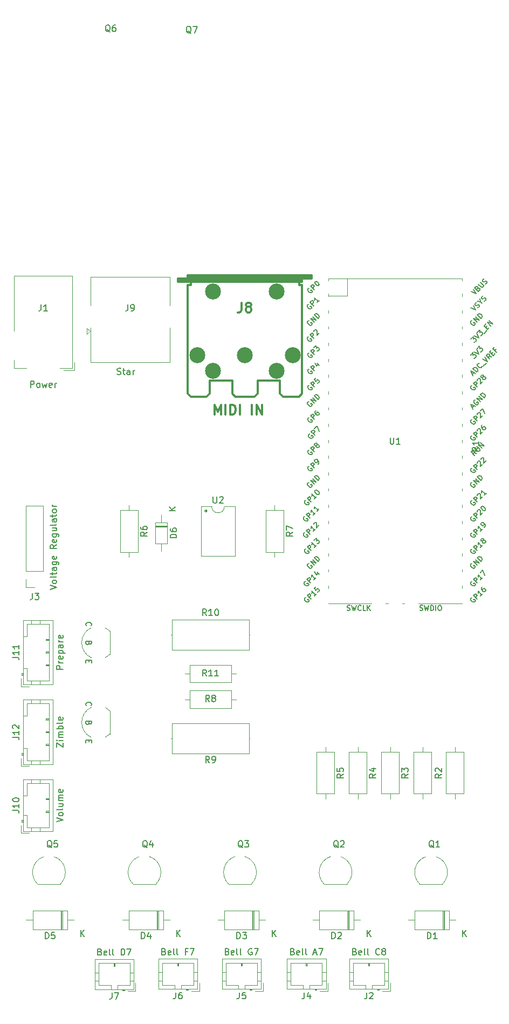
<source format=gbr>
%TF.GenerationSoftware,KiCad,Pcbnew,7.0.10*%
%TF.CreationDate,2024-03-03T10:32:20-06:00*%
%TF.ProjectId,Zimbelstern,5a696d62-656c-4737-9465-726e2e6b6963,rev?*%
%TF.SameCoordinates,Original*%
%TF.FileFunction,Legend,Top*%
%TF.FilePolarity,Positive*%
%FSLAX46Y46*%
G04 Gerber Fmt 4.6, Leading zero omitted, Abs format (unit mm)*
G04 Created by KiCad (PCBNEW 7.0.10) date 2024-03-03 10:32:20*
%MOMM*%
%LPD*%
G01*
G04 APERTURE LIST*
%ADD10C,0.150000*%
%ADD11C,0.304800*%
%ADD12C,0.120000*%
%ADD13C,2.499360*%
G04 APERTURE END LIST*
D10*
X77166666Y-142354819D02*
X77166666Y-143069104D01*
X77166666Y-143069104D02*
X77119047Y-143211961D01*
X77119047Y-143211961D02*
X77023809Y-143307200D01*
X77023809Y-143307200D02*
X76880952Y-143354819D01*
X76880952Y-143354819D02*
X76785714Y-143354819D01*
X78119047Y-142354819D02*
X77642857Y-142354819D01*
X77642857Y-142354819D02*
X77595238Y-142831009D01*
X77595238Y-142831009D02*
X77642857Y-142783390D01*
X77642857Y-142783390D02*
X77738095Y-142735771D01*
X77738095Y-142735771D02*
X77976190Y-142735771D01*
X77976190Y-142735771D02*
X78071428Y-142783390D01*
X78071428Y-142783390D02*
X78119047Y-142831009D01*
X78119047Y-142831009D02*
X78166666Y-142926247D01*
X78166666Y-142926247D02*
X78166666Y-143164342D01*
X78166666Y-143164342D02*
X78119047Y-143259580D01*
X78119047Y-143259580D02*
X78071428Y-143307200D01*
X78071428Y-143307200D02*
X77976190Y-143354819D01*
X77976190Y-143354819D02*
X77738095Y-143354819D01*
X77738095Y-143354819D02*
X77642857Y-143307200D01*
X77642857Y-143307200D02*
X77595238Y-143259580D01*
X75261904Y-135931009D02*
X75404761Y-135978628D01*
X75404761Y-135978628D02*
X75452380Y-136026247D01*
X75452380Y-136026247D02*
X75499999Y-136121485D01*
X75499999Y-136121485D02*
X75499999Y-136264342D01*
X75499999Y-136264342D02*
X75452380Y-136359580D01*
X75452380Y-136359580D02*
X75404761Y-136407200D01*
X75404761Y-136407200D02*
X75309523Y-136454819D01*
X75309523Y-136454819D02*
X74928571Y-136454819D01*
X74928571Y-136454819D02*
X74928571Y-135454819D01*
X74928571Y-135454819D02*
X75261904Y-135454819D01*
X75261904Y-135454819D02*
X75357142Y-135502438D01*
X75357142Y-135502438D02*
X75404761Y-135550057D01*
X75404761Y-135550057D02*
X75452380Y-135645295D01*
X75452380Y-135645295D02*
X75452380Y-135740533D01*
X75452380Y-135740533D02*
X75404761Y-135835771D01*
X75404761Y-135835771D02*
X75357142Y-135883390D01*
X75357142Y-135883390D02*
X75261904Y-135931009D01*
X75261904Y-135931009D02*
X74928571Y-135931009D01*
X76309523Y-136407200D02*
X76214285Y-136454819D01*
X76214285Y-136454819D02*
X76023809Y-136454819D01*
X76023809Y-136454819D02*
X75928571Y-136407200D01*
X75928571Y-136407200D02*
X75880952Y-136311961D01*
X75880952Y-136311961D02*
X75880952Y-135931009D01*
X75880952Y-135931009D02*
X75928571Y-135835771D01*
X75928571Y-135835771D02*
X76023809Y-135788152D01*
X76023809Y-135788152D02*
X76214285Y-135788152D01*
X76214285Y-135788152D02*
X76309523Y-135835771D01*
X76309523Y-135835771D02*
X76357142Y-135931009D01*
X76357142Y-135931009D02*
X76357142Y-136026247D01*
X76357142Y-136026247D02*
X75880952Y-136121485D01*
X76928571Y-136454819D02*
X76833333Y-136407200D01*
X76833333Y-136407200D02*
X76785714Y-136311961D01*
X76785714Y-136311961D02*
X76785714Y-135454819D01*
X77452381Y-136454819D02*
X77357143Y-136407200D01*
X77357143Y-136407200D02*
X77309524Y-136311961D01*
X77309524Y-136311961D02*
X77309524Y-135454819D01*
X79119048Y-135502438D02*
X79023810Y-135454819D01*
X79023810Y-135454819D02*
X78880953Y-135454819D01*
X78880953Y-135454819D02*
X78738096Y-135502438D01*
X78738096Y-135502438D02*
X78642858Y-135597676D01*
X78642858Y-135597676D02*
X78595239Y-135692914D01*
X78595239Y-135692914D02*
X78547620Y-135883390D01*
X78547620Y-135883390D02*
X78547620Y-136026247D01*
X78547620Y-136026247D02*
X78595239Y-136216723D01*
X78595239Y-136216723D02*
X78642858Y-136311961D01*
X78642858Y-136311961D02*
X78738096Y-136407200D01*
X78738096Y-136407200D02*
X78880953Y-136454819D01*
X78880953Y-136454819D02*
X78976191Y-136454819D01*
X78976191Y-136454819D02*
X79119048Y-136407200D01*
X79119048Y-136407200D02*
X79166667Y-136359580D01*
X79166667Y-136359580D02*
X79166667Y-136026247D01*
X79166667Y-136026247D02*
X78976191Y-136026247D01*
X79500001Y-135454819D02*
X80166667Y-135454819D01*
X80166667Y-135454819D02*
X79738096Y-136454819D01*
X69574761Y8089942D02*
X69479523Y8137561D01*
X69479523Y8137561D02*
X69384285Y8232800D01*
X69384285Y8232800D02*
X69241428Y8375657D01*
X69241428Y8375657D02*
X69146190Y8423276D01*
X69146190Y8423276D02*
X69050952Y8423276D01*
X69098571Y8185180D02*
X69003333Y8232800D01*
X69003333Y8232800D02*
X68908095Y8328038D01*
X68908095Y8328038D02*
X68860476Y8518514D01*
X68860476Y8518514D02*
X68860476Y8851847D01*
X68860476Y8851847D02*
X68908095Y9042323D01*
X68908095Y9042323D02*
X69003333Y9137561D01*
X69003333Y9137561D02*
X69098571Y9185180D01*
X69098571Y9185180D02*
X69289047Y9185180D01*
X69289047Y9185180D02*
X69384285Y9137561D01*
X69384285Y9137561D02*
X69479523Y9042323D01*
X69479523Y9042323D02*
X69527142Y8851847D01*
X69527142Y8851847D02*
X69527142Y8518514D01*
X69527142Y8518514D02*
X69479523Y8328038D01*
X69479523Y8328038D02*
X69384285Y8232800D01*
X69384285Y8232800D02*
X69289047Y8185180D01*
X69289047Y8185180D02*
X69098571Y8185180D01*
X69860476Y9185180D02*
X70527142Y9185180D01*
X70527142Y9185180D02*
X70098571Y8185180D01*
X53153157Y-84857571D02*
X53110300Y-84814714D01*
X53110300Y-84814714D02*
X53067442Y-84686142D01*
X53067442Y-84686142D02*
X53067442Y-84600428D01*
X53067442Y-84600428D02*
X53110300Y-84471857D01*
X53110300Y-84471857D02*
X53196014Y-84386142D01*
X53196014Y-84386142D02*
X53281728Y-84343285D01*
X53281728Y-84343285D02*
X53453157Y-84300428D01*
X53453157Y-84300428D02*
X53581728Y-84300428D01*
X53581728Y-84300428D02*
X53753157Y-84343285D01*
X53753157Y-84343285D02*
X53838871Y-84386142D01*
X53838871Y-84386142D02*
X53924585Y-84471857D01*
X53924585Y-84471857D02*
X53967442Y-84600428D01*
X53967442Y-84600428D02*
X53967442Y-84686142D01*
X53967442Y-84686142D02*
X53924585Y-84814714D01*
X53924585Y-84814714D02*
X53881728Y-84857571D01*
X53538871Y-87564285D02*
X53496014Y-87692857D01*
X53496014Y-87692857D02*
X53453157Y-87735714D01*
X53453157Y-87735714D02*
X53367442Y-87778571D01*
X53367442Y-87778571D02*
X53238871Y-87778571D01*
X53238871Y-87778571D02*
X53153157Y-87735714D01*
X53153157Y-87735714D02*
X53110300Y-87692857D01*
X53110300Y-87692857D02*
X53067442Y-87607142D01*
X53067442Y-87607142D02*
X53067442Y-87264285D01*
X53067442Y-87264285D02*
X53967442Y-87264285D01*
X53967442Y-87264285D02*
X53967442Y-87564285D01*
X53967442Y-87564285D02*
X53924585Y-87650000D01*
X53924585Y-87650000D02*
X53881728Y-87692857D01*
X53881728Y-87692857D02*
X53796014Y-87735714D01*
X53796014Y-87735714D02*
X53710300Y-87735714D01*
X53710300Y-87735714D02*
X53624585Y-87692857D01*
X53624585Y-87692857D02*
X53581728Y-87650000D01*
X53581728Y-87650000D02*
X53538871Y-87564285D01*
X53538871Y-87564285D02*
X53538871Y-87264285D01*
X53538871Y-90228142D02*
X53538871Y-90528142D01*
X53067442Y-90656714D02*
X53067442Y-90228142D01*
X53067442Y-90228142D02*
X53967442Y-90228142D01*
X53967442Y-90228142D02*
X53967442Y-90656714D01*
X67166666Y-142354819D02*
X67166666Y-143069104D01*
X67166666Y-143069104D02*
X67119047Y-143211961D01*
X67119047Y-143211961D02*
X67023809Y-143307200D01*
X67023809Y-143307200D02*
X66880952Y-143354819D01*
X66880952Y-143354819D02*
X66785714Y-143354819D01*
X68071428Y-142354819D02*
X67880952Y-142354819D01*
X67880952Y-142354819D02*
X67785714Y-142402438D01*
X67785714Y-142402438D02*
X67738095Y-142450057D01*
X67738095Y-142450057D02*
X67642857Y-142592914D01*
X67642857Y-142592914D02*
X67595238Y-142783390D01*
X67595238Y-142783390D02*
X67595238Y-143164342D01*
X67595238Y-143164342D02*
X67642857Y-143259580D01*
X67642857Y-143259580D02*
X67690476Y-143307200D01*
X67690476Y-143307200D02*
X67785714Y-143354819D01*
X67785714Y-143354819D02*
X67976190Y-143354819D01*
X67976190Y-143354819D02*
X68071428Y-143307200D01*
X68071428Y-143307200D02*
X68119047Y-143259580D01*
X68119047Y-143259580D02*
X68166666Y-143164342D01*
X68166666Y-143164342D02*
X68166666Y-142926247D01*
X68166666Y-142926247D02*
X68119047Y-142831009D01*
X68119047Y-142831009D02*
X68071428Y-142783390D01*
X68071428Y-142783390D02*
X67976190Y-142735771D01*
X67976190Y-142735771D02*
X67785714Y-142735771D01*
X67785714Y-142735771D02*
X67690476Y-142783390D01*
X67690476Y-142783390D02*
X67642857Y-142831009D01*
X67642857Y-142831009D02*
X67595238Y-142926247D01*
X65333332Y-135931009D02*
X65476189Y-135978628D01*
X65476189Y-135978628D02*
X65523808Y-136026247D01*
X65523808Y-136026247D02*
X65571427Y-136121485D01*
X65571427Y-136121485D02*
X65571427Y-136264342D01*
X65571427Y-136264342D02*
X65523808Y-136359580D01*
X65523808Y-136359580D02*
X65476189Y-136407200D01*
X65476189Y-136407200D02*
X65380951Y-136454819D01*
X65380951Y-136454819D02*
X64999999Y-136454819D01*
X64999999Y-136454819D02*
X64999999Y-135454819D01*
X64999999Y-135454819D02*
X65333332Y-135454819D01*
X65333332Y-135454819D02*
X65428570Y-135502438D01*
X65428570Y-135502438D02*
X65476189Y-135550057D01*
X65476189Y-135550057D02*
X65523808Y-135645295D01*
X65523808Y-135645295D02*
X65523808Y-135740533D01*
X65523808Y-135740533D02*
X65476189Y-135835771D01*
X65476189Y-135835771D02*
X65428570Y-135883390D01*
X65428570Y-135883390D02*
X65333332Y-135931009D01*
X65333332Y-135931009D02*
X64999999Y-135931009D01*
X66380951Y-136407200D02*
X66285713Y-136454819D01*
X66285713Y-136454819D02*
X66095237Y-136454819D01*
X66095237Y-136454819D02*
X65999999Y-136407200D01*
X65999999Y-136407200D02*
X65952380Y-136311961D01*
X65952380Y-136311961D02*
X65952380Y-135931009D01*
X65952380Y-135931009D02*
X65999999Y-135835771D01*
X65999999Y-135835771D02*
X66095237Y-135788152D01*
X66095237Y-135788152D02*
X66285713Y-135788152D01*
X66285713Y-135788152D02*
X66380951Y-135835771D01*
X66380951Y-135835771D02*
X66428570Y-135931009D01*
X66428570Y-135931009D02*
X66428570Y-136026247D01*
X66428570Y-136026247D02*
X65952380Y-136121485D01*
X66999999Y-136454819D02*
X66904761Y-136407200D01*
X66904761Y-136407200D02*
X66857142Y-136311961D01*
X66857142Y-136311961D02*
X66857142Y-135454819D01*
X67523809Y-136454819D02*
X67428571Y-136407200D01*
X67428571Y-136407200D02*
X67380952Y-136311961D01*
X67380952Y-136311961D02*
X67380952Y-135454819D01*
X69000000Y-135931009D02*
X68666667Y-135931009D01*
X68666667Y-136454819D02*
X68666667Y-135454819D01*
X68666667Y-135454819D02*
X69142857Y-135454819D01*
X69428572Y-135454819D02*
X70095238Y-135454819D01*
X70095238Y-135454819D02*
X69666667Y-136454819D01*
X41554819Y-113809523D02*
X42269104Y-113809523D01*
X42269104Y-113809523D02*
X42411961Y-113857142D01*
X42411961Y-113857142D02*
X42507200Y-113952380D01*
X42507200Y-113952380D02*
X42554819Y-114095237D01*
X42554819Y-114095237D02*
X42554819Y-114190475D01*
X42554819Y-112809523D02*
X42554819Y-113380951D01*
X42554819Y-113095237D02*
X41554819Y-113095237D01*
X41554819Y-113095237D02*
X41697676Y-113190475D01*
X41697676Y-113190475D02*
X41792914Y-113285713D01*
X41792914Y-113285713D02*
X41840533Y-113380951D01*
X41554819Y-112190475D02*
X41554819Y-112095237D01*
X41554819Y-112095237D02*
X41602438Y-111999999D01*
X41602438Y-111999999D02*
X41650057Y-111952380D01*
X41650057Y-111952380D02*
X41745295Y-111904761D01*
X41745295Y-111904761D02*
X41935771Y-111857142D01*
X41935771Y-111857142D02*
X42173866Y-111857142D01*
X42173866Y-111857142D02*
X42364342Y-111904761D01*
X42364342Y-111904761D02*
X42459580Y-111952380D01*
X42459580Y-111952380D02*
X42507200Y-111999999D01*
X42507200Y-111999999D02*
X42554819Y-112095237D01*
X42554819Y-112095237D02*
X42554819Y-112190475D01*
X42554819Y-112190475D02*
X42507200Y-112285713D01*
X42507200Y-112285713D02*
X42459580Y-112333332D01*
X42459580Y-112333332D02*
X42364342Y-112380951D01*
X42364342Y-112380951D02*
X42173866Y-112428570D01*
X42173866Y-112428570D02*
X41935771Y-112428570D01*
X41935771Y-112428570D02*
X41745295Y-112380951D01*
X41745295Y-112380951D02*
X41650057Y-112333332D01*
X41650057Y-112333332D02*
X41602438Y-112285713D01*
X41602438Y-112285713D02*
X41554819Y-112190475D01*
X48454819Y-115595237D02*
X49454819Y-115261904D01*
X49454819Y-115261904D02*
X48454819Y-114928571D01*
X49454819Y-114452380D02*
X49407200Y-114547618D01*
X49407200Y-114547618D02*
X49359580Y-114595237D01*
X49359580Y-114595237D02*
X49264342Y-114642856D01*
X49264342Y-114642856D02*
X48978628Y-114642856D01*
X48978628Y-114642856D02*
X48883390Y-114595237D01*
X48883390Y-114595237D02*
X48835771Y-114547618D01*
X48835771Y-114547618D02*
X48788152Y-114452380D01*
X48788152Y-114452380D02*
X48788152Y-114309523D01*
X48788152Y-114309523D02*
X48835771Y-114214285D01*
X48835771Y-114214285D02*
X48883390Y-114166666D01*
X48883390Y-114166666D02*
X48978628Y-114119047D01*
X48978628Y-114119047D02*
X49264342Y-114119047D01*
X49264342Y-114119047D02*
X49359580Y-114166666D01*
X49359580Y-114166666D02*
X49407200Y-114214285D01*
X49407200Y-114214285D02*
X49454819Y-114309523D01*
X49454819Y-114309523D02*
X49454819Y-114452380D01*
X49454819Y-113547618D02*
X49407200Y-113642856D01*
X49407200Y-113642856D02*
X49311961Y-113690475D01*
X49311961Y-113690475D02*
X48454819Y-113690475D01*
X48788152Y-112738094D02*
X49454819Y-112738094D01*
X48788152Y-113166665D02*
X49311961Y-113166665D01*
X49311961Y-113166665D02*
X49407200Y-113119046D01*
X49407200Y-113119046D02*
X49454819Y-113023808D01*
X49454819Y-113023808D02*
X49454819Y-112880951D01*
X49454819Y-112880951D02*
X49407200Y-112785713D01*
X49407200Y-112785713D02*
X49359580Y-112738094D01*
X49454819Y-112261903D02*
X48788152Y-112261903D01*
X48883390Y-112261903D02*
X48835771Y-112214284D01*
X48835771Y-112214284D02*
X48788152Y-112119046D01*
X48788152Y-112119046D02*
X48788152Y-111976189D01*
X48788152Y-111976189D02*
X48835771Y-111880951D01*
X48835771Y-111880951D02*
X48931009Y-111833332D01*
X48931009Y-111833332D02*
X49454819Y-111833332D01*
X48931009Y-111833332D02*
X48835771Y-111785713D01*
X48835771Y-111785713D02*
X48788152Y-111690475D01*
X48788152Y-111690475D02*
X48788152Y-111547618D01*
X48788152Y-111547618D02*
X48835771Y-111452379D01*
X48835771Y-111452379D02*
X48931009Y-111404760D01*
X48931009Y-111404760D02*
X49454819Y-111404760D01*
X49407200Y-110547618D02*
X49454819Y-110642856D01*
X49454819Y-110642856D02*
X49454819Y-110833332D01*
X49454819Y-110833332D02*
X49407200Y-110928570D01*
X49407200Y-110928570D02*
X49311961Y-110976189D01*
X49311961Y-110976189D02*
X48931009Y-110976189D01*
X48931009Y-110976189D02*
X48835771Y-110928570D01*
X48835771Y-110928570D02*
X48788152Y-110833332D01*
X48788152Y-110833332D02*
X48788152Y-110642856D01*
X48788152Y-110642856D02*
X48835771Y-110547618D01*
X48835771Y-110547618D02*
X48931009Y-110499999D01*
X48931009Y-110499999D02*
X49026247Y-110499999D01*
X49026247Y-110499999D02*
X49121485Y-110976189D01*
X46681905Y-133924819D02*
X46681905Y-132924819D01*
X46681905Y-132924819D02*
X46920000Y-132924819D01*
X46920000Y-132924819D02*
X47062857Y-132972438D01*
X47062857Y-132972438D02*
X47158095Y-133067676D01*
X47158095Y-133067676D02*
X47205714Y-133162914D01*
X47205714Y-133162914D02*
X47253333Y-133353390D01*
X47253333Y-133353390D02*
X47253333Y-133496247D01*
X47253333Y-133496247D02*
X47205714Y-133686723D01*
X47205714Y-133686723D02*
X47158095Y-133781961D01*
X47158095Y-133781961D02*
X47062857Y-133877200D01*
X47062857Y-133877200D02*
X46920000Y-133924819D01*
X46920000Y-133924819D02*
X46681905Y-133924819D01*
X48158095Y-132924819D02*
X47681905Y-132924819D01*
X47681905Y-132924819D02*
X47634286Y-133401009D01*
X47634286Y-133401009D02*
X47681905Y-133353390D01*
X47681905Y-133353390D02*
X47777143Y-133305771D01*
X47777143Y-133305771D02*
X48015238Y-133305771D01*
X48015238Y-133305771D02*
X48110476Y-133353390D01*
X48110476Y-133353390D02*
X48158095Y-133401009D01*
X48158095Y-133401009D02*
X48205714Y-133496247D01*
X48205714Y-133496247D02*
X48205714Y-133734342D01*
X48205714Y-133734342D02*
X48158095Y-133829580D01*
X48158095Y-133829580D02*
X48110476Y-133877200D01*
X48110476Y-133877200D02*
X48015238Y-133924819D01*
X48015238Y-133924819D02*
X47777143Y-133924819D01*
X47777143Y-133924819D02*
X47681905Y-133877200D01*
X47681905Y-133877200D02*
X47634286Y-133829580D01*
X52238095Y-133554819D02*
X52238095Y-132554819D01*
X52809523Y-133554819D02*
X52380952Y-132983390D01*
X52809523Y-132554819D02*
X52238095Y-133126247D01*
X73048095Y-64584819D02*
X73048095Y-65394342D01*
X73048095Y-65394342D02*
X73095714Y-65489580D01*
X73095714Y-65489580D02*
X73143333Y-65537200D01*
X73143333Y-65537200D02*
X73238571Y-65584819D01*
X73238571Y-65584819D02*
X73429047Y-65584819D01*
X73429047Y-65584819D02*
X73524285Y-65537200D01*
X73524285Y-65537200D02*
X73571904Y-65489580D01*
X73571904Y-65489580D02*
X73619523Y-65394342D01*
X73619523Y-65394342D02*
X73619523Y-64584819D01*
X74048095Y-64680057D02*
X74095714Y-64632438D01*
X74095714Y-64632438D02*
X74190952Y-64584819D01*
X74190952Y-64584819D02*
X74429047Y-64584819D01*
X74429047Y-64584819D02*
X74524285Y-64632438D01*
X74524285Y-64632438D02*
X74571904Y-64680057D01*
X74571904Y-64680057D02*
X74619523Y-64775295D01*
X74619523Y-64775295D02*
X74619523Y-64870533D01*
X74619523Y-64870533D02*
X74571904Y-65013390D01*
X74571904Y-65013390D02*
X74000476Y-65584819D01*
X74000476Y-65584819D02*
X74619523Y-65584819D01*
X85524819Y-70166666D02*
X85048628Y-70499999D01*
X85524819Y-70738094D02*
X84524819Y-70738094D01*
X84524819Y-70738094D02*
X84524819Y-70357142D01*
X84524819Y-70357142D02*
X84572438Y-70261904D01*
X84572438Y-70261904D02*
X84620057Y-70214285D01*
X84620057Y-70214285D02*
X84715295Y-70166666D01*
X84715295Y-70166666D02*
X84858152Y-70166666D01*
X84858152Y-70166666D02*
X84953390Y-70214285D01*
X84953390Y-70214285D02*
X85001009Y-70261904D01*
X85001009Y-70261904D02*
X85048628Y-70357142D01*
X85048628Y-70357142D02*
X85048628Y-70738094D01*
X84524819Y-69833332D02*
X84524819Y-69166666D01*
X84524819Y-69166666D02*
X85524819Y-69595237D01*
X72453333Y-106324819D02*
X72120000Y-105848628D01*
X71881905Y-106324819D02*
X71881905Y-105324819D01*
X71881905Y-105324819D02*
X72262857Y-105324819D01*
X72262857Y-105324819D02*
X72358095Y-105372438D01*
X72358095Y-105372438D02*
X72405714Y-105420057D01*
X72405714Y-105420057D02*
X72453333Y-105515295D01*
X72453333Y-105515295D02*
X72453333Y-105658152D01*
X72453333Y-105658152D02*
X72405714Y-105753390D01*
X72405714Y-105753390D02*
X72358095Y-105801009D01*
X72358095Y-105801009D02*
X72262857Y-105848628D01*
X72262857Y-105848628D02*
X71881905Y-105848628D01*
X72929524Y-106324819D02*
X73120000Y-106324819D01*
X73120000Y-106324819D02*
X73215238Y-106277200D01*
X73215238Y-106277200D02*
X73262857Y-106229580D01*
X73262857Y-106229580D02*
X73358095Y-106086723D01*
X73358095Y-106086723D02*
X73405714Y-105896247D01*
X73405714Y-105896247D02*
X73405714Y-105515295D01*
X73405714Y-105515295D02*
X73358095Y-105420057D01*
X73358095Y-105420057D02*
X73310476Y-105372438D01*
X73310476Y-105372438D02*
X73215238Y-105324819D01*
X73215238Y-105324819D02*
X73024762Y-105324819D01*
X73024762Y-105324819D02*
X72929524Y-105372438D01*
X72929524Y-105372438D02*
X72881905Y-105420057D01*
X72881905Y-105420057D02*
X72834286Y-105515295D01*
X72834286Y-105515295D02*
X72834286Y-105753390D01*
X72834286Y-105753390D02*
X72881905Y-105848628D01*
X72881905Y-105848628D02*
X72929524Y-105896247D01*
X72929524Y-105896247D02*
X73024762Y-105943866D01*
X73024762Y-105943866D02*
X73215238Y-105943866D01*
X73215238Y-105943866D02*
X73310476Y-105896247D01*
X73310476Y-105896247D02*
X73358095Y-105848628D01*
X73358095Y-105848628D02*
X73405714Y-105753390D01*
X71977142Y-92734819D02*
X71643809Y-92258628D01*
X71405714Y-92734819D02*
X71405714Y-91734819D01*
X71405714Y-91734819D02*
X71786666Y-91734819D01*
X71786666Y-91734819D02*
X71881904Y-91782438D01*
X71881904Y-91782438D02*
X71929523Y-91830057D01*
X71929523Y-91830057D02*
X71977142Y-91925295D01*
X71977142Y-91925295D02*
X71977142Y-92068152D01*
X71977142Y-92068152D02*
X71929523Y-92163390D01*
X71929523Y-92163390D02*
X71881904Y-92211009D01*
X71881904Y-92211009D02*
X71786666Y-92258628D01*
X71786666Y-92258628D02*
X71405714Y-92258628D01*
X72929523Y-92734819D02*
X72358095Y-92734819D01*
X72643809Y-92734819D02*
X72643809Y-91734819D01*
X72643809Y-91734819D02*
X72548571Y-91877676D01*
X72548571Y-91877676D02*
X72453333Y-91972914D01*
X72453333Y-91972914D02*
X72358095Y-92020533D01*
X73881904Y-92734819D02*
X73310476Y-92734819D01*
X73596190Y-92734819D02*
X73596190Y-91734819D01*
X73596190Y-91734819D02*
X73500952Y-91877676D01*
X73500952Y-91877676D02*
X73405714Y-91972914D01*
X73405714Y-91972914D02*
X73310476Y-92020533D01*
X76761905Y-133924819D02*
X76761905Y-132924819D01*
X76761905Y-132924819D02*
X77000000Y-132924819D01*
X77000000Y-132924819D02*
X77142857Y-132972438D01*
X77142857Y-132972438D02*
X77238095Y-133067676D01*
X77238095Y-133067676D02*
X77285714Y-133162914D01*
X77285714Y-133162914D02*
X77333333Y-133353390D01*
X77333333Y-133353390D02*
X77333333Y-133496247D01*
X77333333Y-133496247D02*
X77285714Y-133686723D01*
X77285714Y-133686723D02*
X77238095Y-133781961D01*
X77238095Y-133781961D02*
X77142857Y-133877200D01*
X77142857Y-133877200D02*
X77000000Y-133924819D01*
X77000000Y-133924819D02*
X76761905Y-133924819D01*
X77666667Y-132924819D02*
X78285714Y-132924819D01*
X78285714Y-132924819D02*
X77952381Y-133305771D01*
X77952381Y-133305771D02*
X78095238Y-133305771D01*
X78095238Y-133305771D02*
X78190476Y-133353390D01*
X78190476Y-133353390D02*
X78238095Y-133401009D01*
X78238095Y-133401009D02*
X78285714Y-133496247D01*
X78285714Y-133496247D02*
X78285714Y-133734342D01*
X78285714Y-133734342D02*
X78238095Y-133829580D01*
X78238095Y-133829580D02*
X78190476Y-133877200D01*
X78190476Y-133877200D02*
X78095238Y-133924819D01*
X78095238Y-133924819D02*
X77809524Y-133924819D01*
X77809524Y-133924819D02*
X77714286Y-133877200D01*
X77714286Y-133877200D02*
X77666667Y-133829580D01*
X82318095Y-133554819D02*
X82318095Y-132554819D01*
X82889523Y-133554819D02*
X82460952Y-132983390D01*
X82889523Y-132554819D02*
X82318095Y-133126247D01*
X91681905Y-133924819D02*
X91681905Y-132924819D01*
X91681905Y-132924819D02*
X91920000Y-132924819D01*
X91920000Y-132924819D02*
X92062857Y-132972438D01*
X92062857Y-132972438D02*
X92158095Y-133067676D01*
X92158095Y-133067676D02*
X92205714Y-133162914D01*
X92205714Y-133162914D02*
X92253333Y-133353390D01*
X92253333Y-133353390D02*
X92253333Y-133496247D01*
X92253333Y-133496247D02*
X92205714Y-133686723D01*
X92205714Y-133686723D02*
X92158095Y-133781961D01*
X92158095Y-133781961D02*
X92062857Y-133877200D01*
X92062857Y-133877200D02*
X91920000Y-133924819D01*
X91920000Y-133924819D02*
X91681905Y-133924819D01*
X92634286Y-133020057D02*
X92681905Y-132972438D01*
X92681905Y-132972438D02*
X92777143Y-132924819D01*
X92777143Y-132924819D02*
X93015238Y-132924819D01*
X93015238Y-132924819D02*
X93110476Y-132972438D01*
X93110476Y-132972438D02*
X93158095Y-133020057D01*
X93158095Y-133020057D02*
X93205714Y-133115295D01*
X93205714Y-133115295D02*
X93205714Y-133210533D01*
X93205714Y-133210533D02*
X93158095Y-133353390D01*
X93158095Y-133353390D02*
X92586667Y-133924819D01*
X92586667Y-133924819D02*
X93205714Y-133924819D01*
X97238095Y-133554819D02*
X97238095Y-132554819D01*
X97809523Y-133554819D02*
X97380952Y-132983390D01*
X97809523Y-132554819D02*
X97238095Y-133126247D01*
X98584819Y-108086666D02*
X98108628Y-108419999D01*
X98584819Y-108658094D02*
X97584819Y-108658094D01*
X97584819Y-108658094D02*
X97584819Y-108277142D01*
X97584819Y-108277142D02*
X97632438Y-108181904D01*
X97632438Y-108181904D02*
X97680057Y-108134285D01*
X97680057Y-108134285D02*
X97775295Y-108086666D01*
X97775295Y-108086666D02*
X97918152Y-108086666D01*
X97918152Y-108086666D02*
X98013390Y-108134285D01*
X98013390Y-108134285D02*
X98061009Y-108181904D01*
X98061009Y-108181904D02*
X98108628Y-108277142D01*
X98108628Y-108277142D02*
X98108628Y-108658094D01*
X97918152Y-107229523D02*
X98584819Y-107229523D01*
X97537200Y-107467618D02*
X98251485Y-107705713D01*
X98251485Y-107705713D02*
X98251485Y-107086666D01*
X87366666Y-142354819D02*
X87366666Y-143069104D01*
X87366666Y-143069104D02*
X87319047Y-143211961D01*
X87319047Y-143211961D02*
X87223809Y-143307200D01*
X87223809Y-143307200D02*
X87080952Y-143354819D01*
X87080952Y-143354819D02*
X86985714Y-143354819D01*
X88271428Y-142688152D02*
X88271428Y-143354819D01*
X88033333Y-142307200D02*
X87795238Y-143021485D01*
X87795238Y-143021485D02*
X88414285Y-143021485D01*
X85533332Y-135931009D02*
X85676189Y-135978628D01*
X85676189Y-135978628D02*
X85723808Y-136026247D01*
X85723808Y-136026247D02*
X85771427Y-136121485D01*
X85771427Y-136121485D02*
X85771427Y-136264342D01*
X85771427Y-136264342D02*
X85723808Y-136359580D01*
X85723808Y-136359580D02*
X85676189Y-136407200D01*
X85676189Y-136407200D02*
X85580951Y-136454819D01*
X85580951Y-136454819D02*
X85199999Y-136454819D01*
X85199999Y-136454819D02*
X85199999Y-135454819D01*
X85199999Y-135454819D02*
X85533332Y-135454819D01*
X85533332Y-135454819D02*
X85628570Y-135502438D01*
X85628570Y-135502438D02*
X85676189Y-135550057D01*
X85676189Y-135550057D02*
X85723808Y-135645295D01*
X85723808Y-135645295D02*
X85723808Y-135740533D01*
X85723808Y-135740533D02*
X85676189Y-135835771D01*
X85676189Y-135835771D02*
X85628570Y-135883390D01*
X85628570Y-135883390D02*
X85533332Y-135931009D01*
X85533332Y-135931009D02*
X85199999Y-135931009D01*
X86580951Y-136407200D02*
X86485713Y-136454819D01*
X86485713Y-136454819D02*
X86295237Y-136454819D01*
X86295237Y-136454819D02*
X86199999Y-136407200D01*
X86199999Y-136407200D02*
X86152380Y-136311961D01*
X86152380Y-136311961D02*
X86152380Y-135931009D01*
X86152380Y-135931009D02*
X86199999Y-135835771D01*
X86199999Y-135835771D02*
X86295237Y-135788152D01*
X86295237Y-135788152D02*
X86485713Y-135788152D01*
X86485713Y-135788152D02*
X86580951Y-135835771D01*
X86580951Y-135835771D02*
X86628570Y-135931009D01*
X86628570Y-135931009D02*
X86628570Y-136026247D01*
X86628570Y-136026247D02*
X86152380Y-136121485D01*
X87199999Y-136454819D02*
X87104761Y-136407200D01*
X87104761Y-136407200D02*
X87057142Y-136311961D01*
X87057142Y-136311961D02*
X87057142Y-135454819D01*
X87723809Y-136454819D02*
X87628571Y-136407200D01*
X87628571Y-136407200D02*
X87580952Y-136311961D01*
X87580952Y-136311961D02*
X87580952Y-135454819D01*
X88819048Y-136169104D02*
X89295238Y-136169104D01*
X88723810Y-136454819D02*
X89057143Y-135454819D01*
X89057143Y-135454819D02*
X89390476Y-136454819D01*
X89628572Y-135454819D02*
X90295238Y-135454819D01*
X90295238Y-135454819D02*
X89866667Y-136454819D01*
X44666666Y-79724819D02*
X44666666Y-80439104D01*
X44666666Y-80439104D02*
X44619047Y-80581961D01*
X44619047Y-80581961D02*
X44523809Y-80677200D01*
X44523809Y-80677200D02*
X44380952Y-80724819D01*
X44380952Y-80724819D02*
X44285714Y-80724819D01*
X45047619Y-79724819D02*
X45666666Y-79724819D01*
X45666666Y-79724819D02*
X45333333Y-80105771D01*
X45333333Y-80105771D02*
X45476190Y-80105771D01*
X45476190Y-80105771D02*
X45571428Y-80153390D01*
X45571428Y-80153390D02*
X45619047Y-80201009D01*
X45619047Y-80201009D02*
X45666666Y-80296247D01*
X45666666Y-80296247D02*
X45666666Y-80534342D01*
X45666666Y-80534342D02*
X45619047Y-80629580D01*
X45619047Y-80629580D02*
X45571428Y-80677200D01*
X45571428Y-80677200D02*
X45476190Y-80724819D01*
X45476190Y-80724819D02*
X45190476Y-80724819D01*
X45190476Y-80724819D02*
X45095238Y-80677200D01*
X45095238Y-80677200D02*
X45047619Y-80629580D01*
X47454819Y-79142858D02*
X48454819Y-78809525D01*
X48454819Y-78809525D02*
X47454819Y-78476192D01*
X48454819Y-78000001D02*
X48407200Y-78095239D01*
X48407200Y-78095239D02*
X48359580Y-78142858D01*
X48359580Y-78142858D02*
X48264342Y-78190477D01*
X48264342Y-78190477D02*
X47978628Y-78190477D01*
X47978628Y-78190477D02*
X47883390Y-78142858D01*
X47883390Y-78142858D02*
X47835771Y-78095239D01*
X47835771Y-78095239D02*
X47788152Y-78000001D01*
X47788152Y-78000001D02*
X47788152Y-77857144D01*
X47788152Y-77857144D02*
X47835771Y-77761906D01*
X47835771Y-77761906D02*
X47883390Y-77714287D01*
X47883390Y-77714287D02*
X47978628Y-77666668D01*
X47978628Y-77666668D02*
X48264342Y-77666668D01*
X48264342Y-77666668D02*
X48359580Y-77714287D01*
X48359580Y-77714287D02*
X48407200Y-77761906D01*
X48407200Y-77761906D02*
X48454819Y-77857144D01*
X48454819Y-77857144D02*
X48454819Y-78000001D01*
X48454819Y-77095239D02*
X48407200Y-77190477D01*
X48407200Y-77190477D02*
X48311961Y-77238096D01*
X48311961Y-77238096D02*
X47454819Y-77238096D01*
X47788152Y-76857143D02*
X47788152Y-76476191D01*
X47454819Y-76714286D02*
X48311961Y-76714286D01*
X48311961Y-76714286D02*
X48407200Y-76666667D01*
X48407200Y-76666667D02*
X48454819Y-76571429D01*
X48454819Y-76571429D02*
X48454819Y-76476191D01*
X48454819Y-75714286D02*
X47931009Y-75714286D01*
X47931009Y-75714286D02*
X47835771Y-75761905D01*
X47835771Y-75761905D02*
X47788152Y-75857143D01*
X47788152Y-75857143D02*
X47788152Y-76047619D01*
X47788152Y-76047619D02*
X47835771Y-76142857D01*
X48407200Y-75714286D02*
X48454819Y-75809524D01*
X48454819Y-75809524D02*
X48454819Y-76047619D01*
X48454819Y-76047619D02*
X48407200Y-76142857D01*
X48407200Y-76142857D02*
X48311961Y-76190476D01*
X48311961Y-76190476D02*
X48216723Y-76190476D01*
X48216723Y-76190476D02*
X48121485Y-76142857D01*
X48121485Y-76142857D02*
X48073866Y-76047619D01*
X48073866Y-76047619D02*
X48073866Y-75809524D01*
X48073866Y-75809524D02*
X48026247Y-75714286D01*
X47788152Y-74809524D02*
X48597676Y-74809524D01*
X48597676Y-74809524D02*
X48692914Y-74857143D01*
X48692914Y-74857143D02*
X48740533Y-74904762D01*
X48740533Y-74904762D02*
X48788152Y-75000000D01*
X48788152Y-75000000D02*
X48788152Y-75142857D01*
X48788152Y-75142857D02*
X48740533Y-75238095D01*
X48407200Y-74809524D02*
X48454819Y-74904762D01*
X48454819Y-74904762D02*
X48454819Y-75095238D01*
X48454819Y-75095238D02*
X48407200Y-75190476D01*
X48407200Y-75190476D02*
X48359580Y-75238095D01*
X48359580Y-75238095D02*
X48264342Y-75285714D01*
X48264342Y-75285714D02*
X47978628Y-75285714D01*
X47978628Y-75285714D02*
X47883390Y-75238095D01*
X47883390Y-75238095D02*
X47835771Y-75190476D01*
X47835771Y-75190476D02*
X47788152Y-75095238D01*
X47788152Y-75095238D02*
X47788152Y-74904762D01*
X47788152Y-74904762D02*
X47835771Y-74809524D01*
X48407200Y-73952381D02*
X48454819Y-74047619D01*
X48454819Y-74047619D02*
X48454819Y-74238095D01*
X48454819Y-74238095D02*
X48407200Y-74333333D01*
X48407200Y-74333333D02*
X48311961Y-74380952D01*
X48311961Y-74380952D02*
X47931009Y-74380952D01*
X47931009Y-74380952D02*
X47835771Y-74333333D01*
X47835771Y-74333333D02*
X47788152Y-74238095D01*
X47788152Y-74238095D02*
X47788152Y-74047619D01*
X47788152Y-74047619D02*
X47835771Y-73952381D01*
X47835771Y-73952381D02*
X47931009Y-73904762D01*
X47931009Y-73904762D02*
X48026247Y-73904762D01*
X48026247Y-73904762D02*
X48121485Y-74380952D01*
X48454819Y-72142857D02*
X47978628Y-72476190D01*
X48454819Y-72714285D02*
X47454819Y-72714285D01*
X47454819Y-72714285D02*
X47454819Y-72333333D01*
X47454819Y-72333333D02*
X47502438Y-72238095D01*
X47502438Y-72238095D02*
X47550057Y-72190476D01*
X47550057Y-72190476D02*
X47645295Y-72142857D01*
X47645295Y-72142857D02*
X47788152Y-72142857D01*
X47788152Y-72142857D02*
X47883390Y-72190476D01*
X47883390Y-72190476D02*
X47931009Y-72238095D01*
X47931009Y-72238095D02*
X47978628Y-72333333D01*
X47978628Y-72333333D02*
X47978628Y-72714285D01*
X48407200Y-71333333D02*
X48454819Y-71428571D01*
X48454819Y-71428571D02*
X48454819Y-71619047D01*
X48454819Y-71619047D02*
X48407200Y-71714285D01*
X48407200Y-71714285D02*
X48311961Y-71761904D01*
X48311961Y-71761904D02*
X47931009Y-71761904D01*
X47931009Y-71761904D02*
X47835771Y-71714285D01*
X47835771Y-71714285D02*
X47788152Y-71619047D01*
X47788152Y-71619047D02*
X47788152Y-71428571D01*
X47788152Y-71428571D02*
X47835771Y-71333333D01*
X47835771Y-71333333D02*
X47931009Y-71285714D01*
X47931009Y-71285714D02*
X48026247Y-71285714D01*
X48026247Y-71285714D02*
X48121485Y-71761904D01*
X47788152Y-70428571D02*
X48597676Y-70428571D01*
X48597676Y-70428571D02*
X48692914Y-70476190D01*
X48692914Y-70476190D02*
X48740533Y-70523809D01*
X48740533Y-70523809D02*
X48788152Y-70619047D01*
X48788152Y-70619047D02*
X48788152Y-70761904D01*
X48788152Y-70761904D02*
X48740533Y-70857142D01*
X48407200Y-70428571D02*
X48454819Y-70523809D01*
X48454819Y-70523809D02*
X48454819Y-70714285D01*
X48454819Y-70714285D02*
X48407200Y-70809523D01*
X48407200Y-70809523D02*
X48359580Y-70857142D01*
X48359580Y-70857142D02*
X48264342Y-70904761D01*
X48264342Y-70904761D02*
X47978628Y-70904761D01*
X47978628Y-70904761D02*
X47883390Y-70857142D01*
X47883390Y-70857142D02*
X47835771Y-70809523D01*
X47835771Y-70809523D02*
X47788152Y-70714285D01*
X47788152Y-70714285D02*
X47788152Y-70523809D01*
X47788152Y-70523809D02*
X47835771Y-70428571D01*
X47788152Y-69523809D02*
X48454819Y-69523809D01*
X47788152Y-69952380D02*
X48311961Y-69952380D01*
X48311961Y-69952380D02*
X48407200Y-69904761D01*
X48407200Y-69904761D02*
X48454819Y-69809523D01*
X48454819Y-69809523D02*
X48454819Y-69666666D01*
X48454819Y-69666666D02*
X48407200Y-69571428D01*
X48407200Y-69571428D02*
X48359580Y-69523809D01*
X48454819Y-68904761D02*
X48407200Y-68999999D01*
X48407200Y-68999999D02*
X48311961Y-69047618D01*
X48311961Y-69047618D02*
X47454819Y-69047618D01*
X48454819Y-68095237D02*
X47931009Y-68095237D01*
X47931009Y-68095237D02*
X47835771Y-68142856D01*
X47835771Y-68142856D02*
X47788152Y-68238094D01*
X47788152Y-68238094D02*
X47788152Y-68428570D01*
X47788152Y-68428570D02*
X47835771Y-68523808D01*
X48407200Y-68095237D02*
X48454819Y-68190475D01*
X48454819Y-68190475D02*
X48454819Y-68428570D01*
X48454819Y-68428570D02*
X48407200Y-68523808D01*
X48407200Y-68523808D02*
X48311961Y-68571427D01*
X48311961Y-68571427D02*
X48216723Y-68571427D01*
X48216723Y-68571427D02*
X48121485Y-68523808D01*
X48121485Y-68523808D02*
X48073866Y-68428570D01*
X48073866Y-68428570D02*
X48073866Y-68190475D01*
X48073866Y-68190475D02*
X48026247Y-68095237D01*
X47788152Y-67761903D02*
X47788152Y-67380951D01*
X47454819Y-67619046D02*
X48311961Y-67619046D01*
X48311961Y-67619046D02*
X48407200Y-67571427D01*
X48407200Y-67571427D02*
X48454819Y-67476189D01*
X48454819Y-67476189D02*
X48454819Y-67380951D01*
X48454819Y-66904760D02*
X48407200Y-66999998D01*
X48407200Y-66999998D02*
X48359580Y-67047617D01*
X48359580Y-67047617D02*
X48264342Y-67095236D01*
X48264342Y-67095236D02*
X47978628Y-67095236D01*
X47978628Y-67095236D02*
X47883390Y-67047617D01*
X47883390Y-67047617D02*
X47835771Y-66999998D01*
X47835771Y-66999998D02*
X47788152Y-66904760D01*
X47788152Y-66904760D02*
X47788152Y-66761903D01*
X47788152Y-66761903D02*
X47835771Y-66666665D01*
X47835771Y-66666665D02*
X47883390Y-66619046D01*
X47883390Y-66619046D02*
X47978628Y-66571427D01*
X47978628Y-66571427D02*
X48264342Y-66571427D01*
X48264342Y-66571427D02*
X48359580Y-66619046D01*
X48359580Y-66619046D02*
X48407200Y-66666665D01*
X48407200Y-66666665D02*
X48454819Y-66761903D01*
X48454819Y-66761903D02*
X48454819Y-66904760D01*
X48454819Y-66142855D02*
X47788152Y-66142855D01*
X47978628Y-66142855D02*
X47883390Y-66095236D01*
X47883390Y-66095236D02*
X47835771Y-66047617D01*
X47835771Y-66047617D02*
X47788152Y-65952379D01*
X47788152Y-65952379D02*
X47788152Y-65857141D01*
X72453333Y-96734819D02*
X72120000Y-96258628D01*
X71881905Y-96734819D02*
X71881905Y-95734819D01*
X71881905Y-95734819D02*
X72262857Y-95734819D01*
X72262857Y-95734819D02*
X72358095Y-95782438D01*
X72358095Y-95782438D02*
X72405714Y-95830057D01*
X72405714Y-95830057D02*
X72453333Y-95925295D01*
X72453333Y-95925295D02*
X72453333Y-96068152D01*
X72453333Y-96068152D02*
X72405714Y-96163390D01*
X72405714Y-96163390D02*
X72358095Y-96211009D01*
X72358095Y-96211009D02*
X72262857Y-96258628D01*
X72262857Y-96258628D02*
X71881905Y-96258628D01*
X73024762Y-96163390D02*
X72929524Y-96115771D01*
X72929524Y-96115771D02*
X72881905Y-96068152D01*
X72881905Y-96068152D02*
X72834286Y-95972914D01*
X72834286Y-95972914D02*
X72834286Y-95925295D01*
X72834286Y-95925295D02*
X72881905Y-95830057D01*
X72881905Y-95830057D02*
X72929524Y-95782438D01*
X72929524Y-95782438D02*
X73024762Y-95734819D01*
X73024762Y-95734819D02*
X73215238Y-95734819D01*
X73215238Y-95734819D02*
X73310476Y-95782438D01*
X73310476Y-95782438D02*
X73358095Y-95830057D01*
X73358095Y-95830057D02*
X73405714Y-95925295D01*
X73405714Y-95925295D02*
X73405714Y-95972914D01*
X73405714Y-95972914D02*
X73358095Y-96068152D01*
X73358095Y-96068152D02*
X73310476Y-96115771D01*
X73310476Y-96115771D02*
X73215238Y-96163390D01*
X73215238Y-96163390D02*
X73024762Y-96163390D01*
X73024762Y-96163390D02*
X72929524Y-96211009D01*
X72929524Y-96211009D02*
X72881905Y-96258628D01*
X72881905Y-96258628D02*
X72834286Y-96353866D01*
X72834286Y-96353866D02*
X72834286Y-96544342D01*
X72834286Y-96544342D02*
X72881905Y-96639580D01*
X72881905Y-96639580D02*
X72929524Y-96687200D01*
X72929524Y-96687200D02*
X73024762Y-96734819D01*
X73024762Y-96734819D02*
X73215238Y-96734819D01*
X73215238Y-96734819D02*
X73310476Y-96687200D01*
X73310476Y-96687200D02*
X73358095Y-96639580D01*
X73358095Y-96639580D02*
X73405714Y-96544342D01*
X73405714Y-96544342D02*
X73405714Y-96353866D01*
X73405714Y-96353866D02*
X73358095Y-96258628D01*
X73358095Y-96258628D02*
X73310476Y-96211009D01*
X73310476Y-96211009D02*
X73215238Y-96163390D01*
X47714761Y-119650057D02*
X47619523Y-119602438D01*
X47619523Y-119602438D02*
X47524285Y-119507200D01*
X47524285Y-119507200D02*
X47381428Y-119364342D01*
X47381428Y-119364342D02*
X47286190Y-119316723D01*
X47286190Y-119316723D02*
X47190952Y-119316723D01*
X47238571Y-119554819D02*
X47143333Y-119507200D01*
X47143333Y-119507200D02*
X47048095Y-119411961D01*
X47048095Y-119411961D02*
X47000476Y-119221485D01*
X47000476Y-119221485D02*
X47000476Y-118888152D01*
X47000476Y-118888152D02*
X47048095Y-118697676D01*
X47048095Y-118697676D02*
X47143333Y-118602438D01*
X47143333Y-118602438D02*
X47238571Y-118554819D01*
X47238571Y-118554819D02*
X47429047Y-118554819D01*
X47429047Y-118554819D02*
X47524285Y-118602438D01*
X47524285Y-118602438D02*
X47619523Y-118697676D01*
X47619523Y-118697676D02*
X47667142Y-118888152D01*
X47667142Y-118888152D02*
X47667142Y-119221485D01*
X47667142Y-119221485D02*
X47619523Y-119411961D01*
X47619523Y-119411961D02*
X47524285Y-119507200D01*
X47524285Y-119507200D02*
X47429047Y-119554819D01*
X47429047Y-119554819D02*
X47238571Y-119554819D01*
X48571904Y-118554819D02*
X48095714Y-118554819D01*
X48095714Y-118554819D02*
X48048095Y-119031009D01*
X48048095Y-119031009D02*
X48095714Y-118983390D01*
X48095714Y-118983390D02*
X48190952Y-118935771D01*
X48190952Y-118935771D02*
X48429047Y-118935771D01*
X48429047Y-118935771D02*
X48524285Y-118983390D01*
X48524285Y-118983390D02*
X48571904Y-119031009D01*
X48571904Y-119031009D02*
X48619523Y-119126247D01*
X48619523Y-119126247D02*
X48619523Y-119364342D01*
X48619523Y-119364342D02*
X48571904Y-119459580D01*
X48571904Y-119459580D02*
X48524285Y-119507200D01*
X48524285Y-119507200D02*
X48429047Y-119554819D01*
X48429047Y-119554819D02*
X48190952Y-119554819D01*
X48190952Y-119554819D02*
X48095714Y-119507200D01*
X48095714Y-119507200D02*
X48048095Y-119459580D01*
X61761905Y-133924819D02*
X61761905Y-132924819D01*
X61761905Y-132924819D02*
X62000000Y-132924819D01*
X62000000Y-132924819D02*
X62142857Y-132972438D01*
X62142857Y-132972438D02*
X62238095Y-133067676D01*
X62238095Y-133067676D02*
X62285714Y-133162914D01*
X62285714Y-133162914D02*
X62333333Y-133353390D01*
X62333333Y-133353390D02*
X62333333Y-133496247D01*
X62333333Y-133496247D02*
X62285714Y-133686723D01*
X62285714Y-133686723D02*
X62238095Y-133781961D01*
X62238095Y-133781961D02*
X62142857Y-133877200D01*
X62142857Y-133877200D02*
X62000000Y-133924819D01*
X62000000Y-133924819D02*
X61761905Y-133924819D01*
X63190476Y-133258152D02*
X63190476Y-133924819D01*
X62952381Y-132877200D02*
X62714286Y-133591485D01*
X62714286Y-133591485D02*
X63333333Y-133591485D01*
X67318095Y-133554819D02*
X67318095Y-132554819D01*
X67889523Y-133554819D02*
X67460952Y-132983390D01*
X67889523Y-132554819D02*
X67318095Y-133126247D01*
X92714761Y-119650057D02*
X92619523Y-119602438D01*
X92619523Y-119602438D02*
X92524285Y-119507200D01*
X92524285Y-119507200D02*
X92381428Y-119364342D01*
X92381428Y-119364342D02*
X92286190Y-119316723D01*
X92286190Y-119316723D02*
X92190952Y-119316723D01*
X92238571Y-119554819D02*
X92143333Y-119507200D01*
X92143333Y-119507200D02*
X92048095Y-119411961D01*
X92048095Y-119411961D02*
X92000476Y-119221485D01*
X92000476Y-119221485D02*
X92000476Y-118888152D01*
X92000476Y-118888152D02*
X92048095Y-118697676D01*
X92048095Y-118697676D02*
X92143333Y-118602438D01*
X92143333Y-118602438D02*
X92238571Y-118554819D01*
X92238571Y-118554819D02*
X92429047Y-118554819D01*
X92429047Y-118554819D02*
X92524285Y-118602438D01*
X92524285Y-118602438D02*
X92619523Y-118697676D01*
X92619523Y-118697676D02*
X92667142Y-118888152D01*
X92667142Y-118888152D02*
X92667142Y-119221485D01*
X92667142Y-119221485D02*
X92619523Y-119411961D01*
X92619523Y-119411961D02*
X92524285Y-119507200D01*
X92524285Y-119507200D02*
X92429047Y-119554819D01*
X92429047Y-119554819D02*
X92238571Y-119554819D01*
X93048095Y-118650057D02*
X93095714Y-118602438D01*
X93095714Y-118602438D02*
X93190952Y-118554819D01*
X93190952Y-118554819D02*
X93429047Y-118554819D01*
X93429047Y-118554819D02*
X93524285Y-118602438D01*
X93524285Y-118602438D02*
X93571904Y-118650057D01*
X93571904Y-118650057D02*
X93619523Y-118745295D01*
X93619523Y-118745295D02*
X93619523Y-118840533D01*
X93619523Y-118840533D02*
X93571904Y-118983390D01*
X93571904Y-118983390D02*
X93000476Y-119554819D01*
X93000476Y-119554819D02*
X93619523Y-119554819D01*
X93504819Y-108086666D02*
X93028628Y-108419999D01*
X93504819Y-108658094D02*
X92504819Y-108658094D01*
X92504819Y-108658094D02*
X92504819Y-108277142D01*
X92504819Y-108277142D02*
X92552438Y-108181904D01*
X92552438Y-108181904D02*
X92600057Y-108134285D01*
X92600057Y-108134285D02*
X92695295Y-108086666D01*
X92695295Y-108086666D02*
X92838152Y-108086666D01*
X92838152Y-108086666D02*
X92933390Y-108134285D01*
X92933390Y-108134285D02*
X92981009Y-108181904D01*
X92981009Y-108181904D02*
X93028628Y-108277142D01*
X93028628Y-108277142D02*
X93028628Y-108658094D01*
X92504819Y-107181904D02*
X92504819Y-107658094D01*
X92504819Y-107658094D02*
X92981009Y-107705713D01*
X92981009Y-107705713D02*
X92933390Y-107658094D01*
X92933390Y-107658094D02*
X92885771Y-107562856D01*
X92885771Y-107562856D02*
X92885771Y-107324761D01*
X92885771Y-107324761D02*
X92933390Y-107229523D01*
X92933390Y-107229523D02*
X92981009Y-107181904D01*
X92981009Y-107181904D02*
X93076247Y-107134285D01*
X93076247Y-107134285D02*
X93314342Y-107134285D01*
X93314342Y-107134285D02*
X93409580Y-107181904D01*
X93409580Y-107181904D02*
X93457200Y-107229523D01*
X93457200Y-107229523D02*
X93504819Y-107324761D01*
X93504819Y-107324761D02*
X93504819Y-107562856D01*
X93504819Y-107562856D02*
X93457200Y-107658094D01*
X93457200Y-107658094D02*
X93409580Y-107705713D01*
X71977142Y-83234819D02*
X71643809Y-82758628D01*
X71405714Y-83234819D02*
X71405714Y-82234819D01*
X71405714Y-82234819D02*
X71786666Y-82234819D01*
X71786666Y-82234819D02*
X71881904Y-82282438D01*
X71881904Y-82282438D02*
X71929523Y-82330057D01*
X71929523Y-82330057D02*
X71977142Y-82425295D01*
X71977142Y-82425295D02*
X71977142Y-82568152D01*
X71977142Y-82568152D02*
X71929523Y-82663390D01*
X71929523Y-82663390D02*
X71881904Y-82711009D01*
X71881904Y-82711009D02*
X71786666Y-82758628D01*
X71786666Y-82758628D02*
X71405714Y-82758628D01*
X72929523Y-83234819D02*
X72358095Y-83234819D01*
X72643809Y-83234819D02*
X72643809Y-82234819D01*
X72643809Y-82234819D02*
X72548571Y-82377676D01*
X72548571Y-82377676D02*
X72453333Y-82472914D01*
X72453333Y-82472914D02*
X72358095Y-82520533D01*
X73548571Y-82234819D02*
X73643809Y-82234819D01*
X73643809Y-82234819D02*
X73739047Y-82282438D01*
X73739047Y-82282438D02*
X73786666Y-82330057D01*
X73786666Y-82330057D02*
X73834285Y-82425295D01*
X73834285Y-82425295D02*
X73881904Y-82615771D01*
X73881904Y-82615771D02*
X73881904Y-82853866D01*
X73881904Y-82853866D02*
X73834285Y-83044342D01*
X73834285Y-83044342D02*
X73786666Y-83139580D01*
X73786666Y-83139580D02*
X73739047Y-83187200D01*
X73739047Y-83187200D02*
X73643809Y-83234819D01*
X73643809Y-83234819D02*
X73548571Y-83234819D01*
X73548571Y-83234819D02*
X73453333Y-83187200D01*
X73453333Y-83187200D02*
X73405714Y-83139580D01*
X73405714Y-83139580D02*
X73358095Y-83044342D01*
X73358095Y-83044342D02*
X73310476Y-82853866D01*
X73310476Y-82853866D02*
X73310476Y-82615771D01*
X73310476Y-82615771D02*
X73358095Y-82425295D01*
X73358095Y-82425295D02*
X73405714Y-82330057D01*
X73405714Y-82330057D02*
X73453333Y-82282438D01*
X73453333Y-82282438D02*
X73548571Y-82234819D01*
D11*
X77518259Y-34165181D02*
X77518259Y-35253752D01*
X77518259Y-35253752D02*
X77445688Y-35471467D01*
X77445688Y-35471467D02*
X77300545Y-35616610D01*
X77300545Y-35616610D02*
X77082831Y-35689181D01*
X77082831Y-35689181D02*
X76937688Y-35689181D01*
X78461688Y-34818324D02*
X78316545Y-34745752D01*
X78316545Y-34745752D02*
X78243974Y-34673181D01*
X78243974Y-34673181D02*
X78171402Y-34528038D01*
X78171402Y-34528038D02*
X78171402Y-34455467D01*
X78171402Y-34455467D02*
X78243974Y-34310324D01*
X78243974Y-34310324D02*
X78316545Y-34237752D01*
X78316545Y-34237752D02*
X78461688Y-34165181D01*
X78461688Y-34165181D02*
X78751974Y-34165181D01*
X78751974Y-34165181D02*
X78897117Y-34237752D01*
X78897117Y-34237752D02*
X78969688Y-34310324D01*
X78969688Y-34310324D02*
X79042259Y-34455467D01*
X79042259Y-34455467D02*
X79042259Y-34528038D01*
X79042259Y-34528038D02*
X78969688Y-34673181D01*
X78969688Y-34673181D02*
X78897117Y-34745752D01*
X78897117Y-34745752D02*
X78751974Y-34818324D01*
X78751974Y-34818324D02*
X78461688Y-34818324D01*
X78461688Y-34818324D02*
X78316545Y-34890895D01*
X78316545Y-34890895D02*
X78243974Y-34963467D01*
X78243974Y-34963467D02*
X78171402Y-35108610D01*
X78171402Y-35108610D02*
X78171402Y-35398895D01*
X78171402Y-35398895D02*
X78243974Y-35544038D01*
X78243974Y-35544038D02*
X78316545Y-35616610D01*
X78316545Y-35616610D02*
X78461688Y-35689181D01*
X78461688Y-35689181D02*
X78751974Y-35689181D01*
X78751974Y-35689181D02*
X78897117Y-35616610D01*
X78897117Y-35616610D02*
X78969688Y-35544038D01*
X78969688Y-35544038D02*
X79042259Y-35398895D01*
X79042259Y-35398895D02*
X79042259Y-35108610D01*
X79042259Y-35108610D02*
X78969688Y-34963467D01*
X78969688Y-34963467D02*
X78897117Y-34890895D01*
X78897117Y-34890895D02*
X78751974Y-34818324D01*
X73262572Y-51689181D02*
X73262572Y-50165181D01*
X73262572Y-50165181D02*
X73770572Y-51253752D01*
X73770572Y-51253752D02*
X74278572Y-50165181D01*
X74278572Y-50165181D02*
X74278572Y-51689181D01*
X75004286Y-51689181D02*
X75004286Y-50165181D01*
X75730000Y-51689181D02*
X75730000Y-50165181D01*
X75730000Y-50165181D02*
X76092857Y-50165181D01*
X76092857Y-50165181D02*
X76310571Y-50237752D01*
X76310571Y-50237752D02*
X76455714Y-50382895D01*
X76455714Y-50382895D02*
X76528285Y-50528038D01*
X76528285Y-50528038D02*
X76600857Y-50818324D01*
X76600857Y-50818324D02*
X76600857Y-51036038D01*
X76600857Y-51036038D02*
X76528285Y-51326324D01*
X76528285Y-51326324D02*
X76455714Y-51471467D01*
X76455714Y-51471467D02*
X76310571Y-51616610D01*
X76310571Y-51616610D02*
X76092857Y-51689181D01*
X76092857Y-51689181D02*
X75730000Y-51689181D01*
X77254000Y-51689181D02*
X77254000Y-50165181D01*
X79140857Y-51689181D02*
X79140857Y-50165181D01*
X79866571Y-51689181D02*
X79866571Y-50165181D01*
X79866571Y-50165181D02*
X80737428Y-51689181D01*
X80737428Y-51689181D02*
X80737428Y-50165181D01*
D10*
X107714761Y-119650057D02*
X107619523Y-119602438D01*
X107619523Y-119602438D02*
X107524285Y-119507200D01*
X107524285Y-119507200D02*
X107381428Y-119364342D01*
X107381428Y-119364342D02*
X107286190Y-119316723D01*
X107286190Y-119316723D02*
X107190952Y-119316723D01*
X107238571Y-119554819D02*
X107143333Y-119507200D01*
X107143333Y-119507200D02*
X107048095Y-119411961D01*
X107048095Y-119411961D02*
X107000476Y-119221485D01*
X107000476Y-119221485D02*
X107000476Y-118888152D01*
X107000476Y-118888152D02*
X107048095Y-118697676D01*
X107048095Y-118697676D02*
X107143333Y-118602438D01*
X107143333Y-118602438D02*
X107238571Y-118554819D01*
X107238571Y-118554819D02*
X107429047Y-118554819D01*
X107429047Y-118554819D02*
X107524285Y-118602438D01*
X107524285Y-118602438D02*
X107619523Y-118697676D01*
X107619523Y-118697676D02*
X107667142Y-118888152D01*
X107667142Y-118888152D02*
X107667142Y-119221485D01*
X107667142Y-119221485D02*
X107619523Y-119411961D01*
X107619523Y-119411961D02*
X107524285Y-119507200D01*
X107524285Y-119507200D02*
X107429047Y-119554819D01*
X107429047Y-119554819D02*
X107238571Y-119554819D01*
X108619523Y-119554819D02*
X108048095Y-119554819D01*
X108333809Y-119554819D02*
X108333809Y-118554819D01*
X108333809Y-118554819D02*
X108238571Y-118697676D01*
X108238571Y-118697676D02*
X108143333Y-118792914D01*
X108143333Y-118792914D02*
X108048095Y-118840533D01*
X41554819Y-89809523D02*
X42269104Y-89809523D01*
X42269104Y-89809523D02*
X42411961Y-89857142D01*
X42411961Y-89857142D02*
X42507200Y-89952380D01*
X42507200Y-89952380D02*
X42554819Y-90095237D01*
X42554819Y-90095237D02*
X42554819Y-90190475D01*
X42554819Y-88809523D02*
X42554819Y-89380951D01*
X42554819Y-89095237D02*
X41554819Y-89095237D01*
X41554819Y-89095237D02*
X41697676Y-89190475D01*
X41697676Y-89190475D02*
X41792914Y-89285713D01*
X41792914Y-89285713D02*
X41840533Y-89380951D01*
X42554819Y-87857142D02*
X42554819Y-88428570D01*
X42554819Y-88142856D02*
X41554819Y-88142856D01*
X41554819Y-88142856D02*
X41697676Y-88238094D01*
X41697676Y-88238094D02*
X41792914Y-88333332D01*
X41792914Y-88333332D02*
X41840533Y-88428570D01*
X49454819Y-91642857D02*
X48454819Y-91642857D01*
X48454819Y-91642857D02*
X48454819Y-91261905D01*
X48454819Y-91261905D02*
X48502438Y-91166667D01*
X48502438Y-91166667D02*
X48550057Y-91119048D01*
X48550057Y-91119048D02*
X48645295Y-91071429D01*
X48645295Y-91071429D02*
X48788152Y-91071429D01*
X48788152Y-91071429D02*
X48883390Y-91119048D01*
X48883390Y-91119048D02*
X48931009Y-91166667D01*
X48931009Y-91166667D02*
X48978628Y-91261905D01*
X48978628Y-91261905D02*
X48978628Y-91642857D01*
X49454819Y-90642857D02*
X48788152Y-90642857D01*
X48978628Y-90642857D02*
X48883390Y-90595238D01*
X48883390Y-90595238D02*
X48835771Y-90547619D01*
X48835771Y-90547619D02*
X48788152Y-90452381D01*
X48788152Y-90452381D02*
X48788152Y-90357143D01*
X49407200Y-89642857D02*
X49454819Y-89738095D01*
X49454819Y-89738095D02*
X49454819Y-89928571D01*
X49454819Y-89928571D02*
X49407200Y-90023809D01*
X49407200Y-90023809D02*
X49311961Y-90071428D01*
X49311961Y-90071428D02*
X48931009Y-90071428D01*
X48931009Y-90071428D02*
X48835771Y-90023809D01*
X48835771Y-90023809D02*
X48788152Y-89928571D01*
X48788152Y-89928571D02*
X48788152Y-89738095D01*
X48788152Y-89738095D02*
X48835771Y-89642857D01*
X48835771Y-89642857D02*
X48931009Y-89595238D01*
X48931009Y-89595238D02*
X49026247Y-89595238D01*
X49026247Y-89595238D02*
X49121485Y-90071428D01*
X48788152Y-89166666D02*
X49788152Y-89166666D01*
X48835771Y-89166666D02*
X48788152Y-89071428D01*
X48788152Y-89071428D02*
X48788152Y-88880952D01*
X48788152Y-88880952D02*
X48835771Y-88785714D01*
X48835771Y-88785714D02*
X48883390Y-88738095D01*
X48883390Y-88738095D02*
X48978628Y-88690476D01*
X48978628Y-88690476D02*
X49264342Y-88690476D01*
X49264342Y-88690476D02*
X49359580Y-88738095D01*
X49359580Y-88738095D02*
X49407200Y-88785714D01*
X49407200Y-88785714D02*
X49454819Y-88880952D01*
X49454819Y-88880952D02*
X49454819Y-89071428D01*
X49454819Y-89071428D02*
X49407200Y-89166666D01*
X49454819Y-87833333D02*
X48931009Y-87833333D01*
X48931009Y-87833333D02*
X48835771Y-87880952D01*
X48835771Y-87880952D02*
X48788152Y-87976190D01*
X48788152Y-87976190D02*
X48788152Y-88166666D01*
X48788152Y-88166666D02*
X48835771Y-88261904D01*
X49407200Y-87833333D02*
X49454819Y-87928571D01*
X49454819Y-87928571D02*
X49454819Y-88166666D01*
X49454819Y-88166666D02*
X49407200Y-88261904D01*
X49407200Y-88261904D02*
X49311961Y-88309523D01*
X49311961Y-88309523D02*
X49216723Y-88309523D01*
X49216723Y-88309523D02*
X49121485Y-88261904D01*
X49121485Y-88261904D02*
X49073866Y-88166666D01*
X49073866Y-88166666D02*
X49073866Y-87928571D01*
X49073866Y-87928571D02*
X49026247Y-87833333D01*
X49454819Y-87357142D02*
X48788152Y-87357142D01*
X48978628Y-87357142D02*
X48883390Y-87309523D01*
X48883390Y-87309523D02*
X48835771Y-87261904D01*
X48835771Y-87261904D02*
X48788152Y-87166666D01*
X48788152Y-87166666D02*
X48788152Y-87071428D01*
X49407200Y-86357142D02*
X49454819Y-86452380D01*
X49454819Y-86452380D02*
X49454819Y-86642856D01*
X49454819Y-86642856D02*
X49407200Y-86738094D01*
X49407200Y-86738094D02*
X49311961Y-86785713D01*
X49311961Y-86785713D02*
X48931009Y-86785713D01*
X48931009Y-86785713D02*
X48835771Y-86738094D01*
X48835771Y-86738094D02*
X48788152Y-86642856D01*
X48788152Y-86642856D02*
X48788152Y-86452380D01*
X48788152Y-86452380D02*
X48835771Y-86357142D01*
X48835771Y-86357142D02*
X48931009Y-86309523D01*
X48931009Y-86309523D02*
X49026247Y-86309523D01*
X49026247Y-86309523D02*
X49121485Y-86785713D01*
X106681905Y-133924819D02*
X106681905Y-132924819D01*
X106681905Y-132924819D02*
X106920000Y-132924819D01*
X106920000Y-132924819D02*
X107062857Y-132972438D01*
X107062857Y-132972438D02*
X107158095Y-133067676D01*
X107158095Y-133067676D02*
X107205714Y-133162914D01*
X107205714Y-133162914D02*
X107253333Y-133353390D01*
X107253333Y-133353390D02*
X107253333Y-133496247D01*
X107253333Y-133496247D02*
X107205714Y-133686723D01*
X107205714Y-133686723D02*
X107158095Y-133781961D01*
X107158095Y-133781961D02*
X107062857Y-133877200D01*
X107062857Y-133877200D02*
X106920000Y-133924819D01*
X106920000Y-133924819D02*
X106681905Y-133924819D01*
X108205714Y-133924819D02*
X107634286Y-133924819D01*
X107920000Y-133924819D02*
X107920000Y-132924819D01*
X107920000Y-132924819D02*
X107824762Y-133067676D01*
X107824762Y-133067676D02*
X107729524Y-133162914D01*
X107729524Y-133162914D02*
X107634286Y-133210533D01*
X112238095Y-133554819D02*
X112238095Y-132554819D01*
X112809523Y-133554819D02*
X112380952Y-132983390D01*
X112809523Y-132554819D02*
X112238095Y-133126247D01*
X103664819Y-108086666D02*
X103188628Y-108419999D01*
X103664819Y-108658094D02*
X102664819Y-108658094D01*
X102664819Y-108658094D02*
X102664819Y-108277142D01*
X102664819Y-108277142D02*
X102712438Y-108181904D01*
X102712438Y-108181904D02*
X102760057Y-108134285D01*
X102760057Y-108134285D02*
X102855295Y-108086666D01*
X102855295Y-108086666D02*
X102998152Y-108086666D01*
X102998152Y-108086666D02*
X103093390Y-108134285D01*
X103093390Y-108134285D02*
X103141009Y-108181904D01*
X103141009Y-108181904D02*
X103188628Y-108277142D01*
X103188628Y-108277142D02*
X103188628Y-108658094D01*
X102664819Y-107753332D02*
X102664819Y-107134285D01*
X102664819Y-107134285D02*
X103045771Y-107467618D01*
X103045771Y-107467618D02*
X103045771Y-107324761D01*
X103045771Y-107324761D02*
X103093390Y-107229523D01*
X103093390Y-107229523D02*
X103141009Y-107181904D01*
X103141009Y-107181904D02*
X103236247Y-107134285D01*
X103236247Y-107134285D02*
X103474342Y-107134285D01*
X103474342Y-107134285D02*
X103569580Y-107181904D01*
X103569580Y-107181904D02*
X103617200Y-107229523D01*
X103617200Y-107229523D02*
X103664819Y-107324761D01*
X103664819Y-107324761D02*
X103664819Y-107610475D01*
X103664819Y-107610475D02*
X103617200Y-107705713D01*
X103617200Y-107705713D02*
X103569580Y-107753332D01*
X62664819Y-70166666D02*
X62188628Y-70499999D01*
X62664819Y-70738094D02*
X61664819Y-70738094D01*
X61664819Y-70738094D02*
X61664819Y-70357142D01*
X61664819Y-70357142D02*
X61712438Y-70261904D01*
X61712438Y-70261904D02*
X61760057Y-70214285D01*
X61760057Y-70214285D02*
X61855295Y-70166666D01*
X61855295Y-70166666D02*
X61998152Y-70166666D01*
X61998152Y-70166666D02*
X62093390Y-70214285D01*
X62093390Y-70214285D02*
X62141009Y-70261904D01*
X62141009Y-70261904D02*
X62188628Y-70357142D01*
X62188628Y-70357142D02*
X62188628Y-70738094D01*
X61664819Y-69309523D02*
X61664819Y-69499999D01*
X61664819Y-69499999D02*
X61712438Y-69595237D01*
X61712438Y-69595237D02*
X61760057Y-69642856D01*
X61760057Y-69642856D02*
X61902914Y-69738094D01*
X61902914Y-69738094D02*
X62093390Y-69785713D01*
X62093390Y-69785713D02*
X62474342Y-69785713D01*
X62474342Y-69785713D02*
X62569580Y-69738094D01*
X62569580Y-69738094D02*
X62617200Y-69690475D01*
X62617200Y-69690475D02*
X62664819Y-69595237D01*
X62664819Y-69595237D02*
X62664819Y-69404761D01*
X62664819Y-69404761D02*
X62617200Y-69309523D01*
X62617200Y-69309523D02*
X62569580Y-69261904D01*
X62569580Y-69261904D02*
X62474342Y-69214285D01*
X62474342Y-69214285D02*
X62236247Y-69214285D01*
X62236247Y-69214285D02*
X62141009Y-69261904D01*
X62141009Y-69261904D02*
X62093390Y-69309523D01*
X62093390Y-69309523D02*
X62045771Y-69404761D01*
X62045771Y-69404761D02*
X62045771Y-69595237D01*
X62045771Y-69595237D02*
X62093390Y-69690475D01*
X62093390Y-69690475D02*
X62141009Y-69738094D01*
X62141009Y-69738094D02*
X62236247Y-69785713D01*
X59666666Y-34454819D02*
X59666666Y-35169104D01*
X59666666Y-35169104D02*
X59619047Y-35311961D01*
X59619047Y-35311961D02*
X59523809Y-35407200D01*
X59523809Y-35407200D02*
X59380952Y-35454819D01*
X59380952Y-35454819D02*
X59285714Y-35454819D01*
X60190476Y-35454819D02*
X60380952Y-35454819D01*
X60380952Y-35454819D02*
X60476190Y-35407200D01*
X60476190Y-35407200D02*
X60523809Y-35359580D01*
X60523809Y-35359580D02*
X60619047Y-35216723D01*
X60619047Y-35216723D02*
X60666666Y-35026247D01*
X60666666Y-35026247D02*
X60666666Y-34645295D01*
X60666666Y-34645295D02*
X60619047Y-34550057D01*
X60619047Y-34550057D02*
X60571428Y-34502438D01*
X60571428Y-34502438D02*
X60476190Y-34454819D01*
X60476190Y-34454819D02*
X60285714Y-34454819D01*
X60285714Y-34454819D02*
X60190476Y-34502438D01*
X60190476Y-34502438D02*
X60142857Y-34550057D01*
X60142857Y-34550057D02*
X60095238Y-34645295D01*
X60095238Y-34645295D02*
X60095238Y-34883390D01*
X60095238Y-34883390D02*
X60142857Y-34978628D01*
X60142857Y-34978628D02*
X60190476Y-35026247D01*
X60190476Y-35026247D02*
X60285714Y-35073866D01*
X60285714Y-35073866D02*
X60476190Y-35073866D01*
X60476190Y-35073866D02*
X60571428Y-35026247D01*
X60571428Y-35026247D02*
X60619047Y-34978628D01*
X60619047Y-34978628D02*
X60666666Y-34883390D01*
X57986666Y-45387200D02*
X58129523Y-45434819D01*
X58129523Y-45434819D02*
X58367618Y-45434819D01*
X58367618Y-45434819D02*
X58462856Y-45387200D01*
X58462856Y-45387200D02*
X58510475Y-45339580D01*
X58510475Y-45339580D02*
X58558094Y-45244342D01*
X58558094Y-45244342D02*
X58558094Y-45149104D01*
X58558094Y-45149104D02*
X58510475Y-45053866D01*
X58510475Y-45053866D02*
X58462856Y-45006247D01*
X58462856Y-45006247D02*
X58367618Y-44958628D01*
X58367618Y-44958628D02*
X58177142Y-44911009D01*
X58177142Y-44911009D02*
X58081904Y-44863390D01*
X58081904Y-44863390D02*
X58034285Y-44815771D01*
X58034285Y-44815771D02*
X57986666Y-44720533D01*
X57986666Y-44720533D02*
X57986666Y-44625295D01*
X57986666Y-44625295D02*
X58034285Y-44530057D01*
X58034285Y-44530057D02*
X58081904Y-44482438D01*
X58081904Y-44482438D02*
X58177142Y-44434819D01*
X58177142Y-44434819D02*
X58415237Y-44434819D01*
X58415237Y-44434819D02*
X58558094Y-44482438D01*
X58843809Y-44768152D02*
X59224761Y-44768152D01*
X58986666Y-44434819D02*
X58986666Y-45291961D01*
X58986666Y-45291961D02*
X59034285Y-45387200D01*
X59034285Y-45387200D02*
X59129523Y-45434819D01*
X59129523Y-45434819D02*
X59224761Y-45434819D01*
X59986666Y-45434819D02*
X59986666Y-44911009D01*
X59986666Y-44911009D02*
X59939047Y-44815771D01*
X59939047Y-44815771D02*
X59843809Y-44768152D01*
X59843809Y-44768152D02*
X59653333Y-44768152D01*
X59653333Y-44768152D02*
X59558095Y-44815771D01*
X59986666Y-45387200D02*
X59891428Y-45434819D01*
X59891428Y-45434819D02*
X59653333Y-45434819D01*
X59653333Y-45434819D02*
X59558095Y-45387200D01*
X59558095Y-45387200D02*
X59510476Y-45291961D01*
X59510476Y-45291961D02*
X59510476Y-45196723D01*
X59510476Y-45196723D02*
X59558095Y-45101485D01*
X59558095Y-45101485D02*
X59653333Y-45053866D01*
X59653333Y-45053866D02*
X59891428Y-45053866D01*
X59891428Y-45053866D02*
X59986666Y-45006247D01*
X60462857Y-45434819D02*
X60462857Y-44768152D01*
X60462857Y-44958628D02*
X60510476Y-44863390D01*
X60510476Y-44863390D02*
X60558095Y-44815771D01*
X60558095Y-44815771D02*
X60653333Y-44768152D01*
X60653333Y-44768152D02*
X60748571Y-44768152D01*
X56874761Y8289942D02*
X56779523Y8337561D01*
X56779523Y8337561D02*
X56684285Y8432800D01*
X56684285Y8432800D02*
X56541428Y8575657D01*
X56541428Y8575657D02*
X56446190Y8623276D01*
X56446190Y8623276D02*
X56350952Y8623276D01*
X56398571Y8385180D02*
X56303333Y8432800D01*
X56303333Y8432800D02*
X56208095Y8528038D01*
X56208095Y8528038D02*
X56160476Y8718514D01*
X56160476Y8718514D02*
X56160476Y9051847D01*
X56160476Y9051847D02*
X56208095Y9242323D01*
X56208095Y9242323D02*
X56303333Y9337561D01*
X56303333Y9337561D02*
X56398571Y9385180D01*
X56398571Y9385180D02*
X56589047Y9385180D01*
X56589047Y9385180D02*
X56684285Y9337561D01*
X56684285Y9337561D02*
X56779523Y9242323D01*
X56779523Y9242323D02*
X56827142Y9051847D01*
X56827142Y9051847D02*
X56827142Y8718514D01*
X56827142Y8718514D02*
X56779523Y8528038D01*
X56779523Y8528038D02*
X56684285Y8432800D01*
X56684285Y8432800D02*
X56589047Y8385180D01*
X56589047Y8385180D02*
X56398571Y8385180D01*
X57684285Y9385180D02*
X57493809Y9385180D01*
X57493809Y9385180D02*
X57398571Y9337561D01*
X57398571Y9337561D02*
X57350952Y9289942D01*
X57350952Y9289942D02*
X57255714Y9147085D01*
X57255714Y9147085D02*
X57208095Y8956609D01*
X57208095Y8956609D02*
X57208095Y8575657D01*
X57208095Y8575657D02*
X57255714Y8480419D01*
X57255714Y8480419D02*
X57303333Y8432800D01*
X57303333Y8432800D02*
X57398571Y8385180D01*
X57398571Y8385180D02*
X57589047Y8385180D01*
X57589047Y8385180D02*
X57684285Y8432800D01*
X57684285Y8432800D02*
X57731904Y8480419D01*
X57731904Y8480419D02*
X57779523Y8575657D01*
X57779523Y8575657D02*
X57779523Y8813752D01*
X57779523Y8813752D02*
X57731904Y8908990D01*
X57731904Y8908990D02*
X57684285Y8956609D01*
X57684285Y8956609D02*
X57589047Y9004228D01*
X57589047Y9004228D02*
X57398571Y9004228D01*
X57398571Y9004228D02*
X57303333Y8956609D01*
X57303333Y8956609D02*
X57255714Y8908990D01*
X57255714Y8908990D02*
X57208095Y8813752D01*
X53538871Y-102728142D02*
X53538871Y-103028142D01*
X53067442Y-103156714D02*
X53067442Y-102728142D01*
X53067442Y-102728142D02*
X53967442Y-102728142D01*
X53967442Y-102728142D02*
X53967442Y-103156714D01*
X53153157Y-97357571D02*
X53110300Y-97314714D01*
X53110300Y-97314714D02*
X53067442Y-97186142D01*
X53067442Y-97186142D02*
X53067442Y-97100428D01*
X53067442Y-97100428D02*
X53110300Y-96971857D01*
X53110300Y-96971857D02*
X53196014Y-96886142D01*
X53196014Y-96886142D02*
X53281728Y-96843285D01*
X53281728Y-96843285D02*
X53453157Y-96800428D01*
X53453157Y-96800428D02*
X53581728Y-96800428D01*
X53581728Y-96800428D02*
X53753157Y-96843285D01*
X53753157Y-96843285D02*
X53838871Y-96886142D01*
X53838871Y-96886142D02*
X53924585Y-96971857D01*
X53924585Y-96971857D02*
X53967442Y-97100428D01*
X53967442Y-97100428D02*
X53967442Y-97186142D01*
X53967442Y-97186142D02*
X53924585Y-97314714D01*
X53924585Y-97314714D02*
X53881728Y-97357571D01*
X53538871Y-100064285D02*
X53496014Y-100192857D01*
X53496014Y-100192857D02*
X53453157Y-100235714D01*
X53453157Y-100235714D02*
X53367442Y-100278571D01*
X53367442Y-100278571D02*
X53238871Y-100278571D01*
X53238871Y-100278571D02*
X53153157Y-100235714D01*
X53153157Y-100235714D02*
X53110300Y-100192857D01*
X53110300Y-100192857D02*
X53067442Y-100107142D01*
X53067442Y-100107142D02*
X53067442Y-99764285D01*
X53067442Y-99764285D02*
X53967442Y-99764285D01*
X53967442Y-99764285D02*
X53967442Y-100064285D01*
X53967442Y-100064285D02*
X53924585Y-100150000D01*
X53924585Y-100150000D02*
X53881728Y-100192857D01*
X53881728Y-100192857D02*
X53796014Y-100235714D01*
X53796014Y-100235714D02*
X53710300Y-100235714D01*
X53710300Y-100235714D02*
X53624585Y-100192857D01*
X53624585Y-100192857D02*
X53581728Y-100150000D01*
X53581728Y-100150000D02*
X53538871Y-100064285D01*
X53538871Y-100064285D02*
X53538871Y-99764285D01*
X41554819Y-102309523D02*
X42269104Y-102309523D01*
X42269104Y-102309523D02*
X42411961Y-102357142D01*
X42411961Y-102357142D02*
X42507200Y-102452380D01*
X42507200Y-102452380D02*
X42554819Y-102595237D01*
X42554819Y-102595237D02*
X42554819Y-102690475D01*
X42554819Y-101309523D02*
X42554819Y-101880951D01*
X42554819Y-101595237D02*
X41554819Y-101595237D01*
X41554819Y-101595237D02*
X41697676Y-101690475D01*
X41697676Y-101690475D02*
X41792914Y-101785713D01*
X41792914Y-101785713D02*
X41840533Y-101880951D01*
X41650057Y-100928570D02*
X41602438Y-100880951D01*
X41602438Y-100880951D02*
X41554819Y-100785713D01*
X41554819Y-100785713D02*
X41554819Y-100547618D01*
X41554819Y-100547618D02*
X41602438Y-100452380D01*
X41602438Y-100452380D02*
X41650057Y-100404761D01*
X41650057Y-100404761D02*
X41745295Y-100357142D01*
X41745295Y-100357142D02*
X41840533Y-100357142D01*
X41840533Y-100357142D02*
X41983390Y-100404761D01*
X41983390Y-100404761D02*
X42554819Y-100976189D01*
X42554819Y-100976189D02*
X42554819Y-100357142D01*
X48454819Y-103880951D02*
X48454819Y-103214285D01*
X48454819Y-103214285D02*
X49454819Y-103880951D01*
X49454819Y-103880951D02*
X49454819Y-103214285D01*
X49454819Y-102833332D02*
X48788152Y-102833332D01*
X48454819Y-102833332D02*
X48502438Y-102880951D01*
X48502438Y-102880951D02*
X48550057Y-102833332D01*
X48550057Y-102833332D02*
X48502438Y-102785713D01*
X48502438Y-102785713D02*
X48454819Y-102833332D01*
X48454819Y-102833332D02*
X48550057Y-102833332D01*
X49454819Y-102357142D02*
X48788152Y-102357142D01*
X48883390Y-102357142D02*
X48835771Y-102309523D01*
X48835771Y-102309523D02*
X48788152Y-102214285D01*
X48788152Y-102214285D02*
X48788152Y-102071428D01*
X48788152Y-102071428D02*
X48835771Y-101976190D01*
X48835771Y-101976190D02*
X48931009Y-101928571D01*
X48931009Y-101928571D02*
X49454819Y-101928571D01*
X48931009Y-101928571D02*
X48835771Y-101880952D01*
X48835771Y-101880952D02*
X48788152Y-101785714D01*
X48788152Y-101785714D02*
X48788152Y-101642857D01*
X48788152Y-101642857D02*
X48835771Y-101547618D01*
X48835771Y-101547618D02*
X48931009Y-101499999D01*
X48931009Y-101499999D02*
X49454819Y-101499999D01*
X49454819Y-101023809D02*
X48454819Y-101023809D01*
X48835771Y-101023809D02*
X48788152Y-100928571D01*
X48788152Y-100928571D02*
X48788152Y-100738095D01*
X48788152Y-100738095D02*
X48835771Y-100642857D01*
X48835771Y-100642857D02*
X48883390Y-100595238D01*
X48883390Y-100595238D02*
X48978628Y-100547619D01*
X48978628Y-100547619D02*
X49264342Y-100547619D01*
X49264342Y-100547619D02*
X49359580Y-100595238D01*
X49359580Y-100595238D02*
X49407200Y-100642857D01*
X49407200Y-100642857D02*
X49454819Y-100738095D01*
X49454819Y-100738095D02*
X49454819Y-100928571D01*
X49454819Y-100928571D02*
X49407200Y-101023809D01*
X49454819Y-99976190D02*
X49407200Y-100071428D01*
X49407200Y-100071428D02*
X49311961Y-100119047D01*
X49311961Y-100119047D02*
X48454819Y-100119047D01*
X49407200Y-99214285D02*
X49454819Y-99309523D01*
X49454819Y-99309523D02*
X49454819Y-99499999D01*
X49454819Y-99499999D02*
X49407200Y-99595237D01*
X49407200Y-99595237D02*
X49311961Y-99642856D01*
X49311961Y-99642856D02*
X48931009Y-99642856D01*
X48931009Y-99642856D02*
X48835771Y-99595237D01*
X48835771Y-99595237D02*
X48788152Y-99499999D01*
X48788152Y-99499999D02*
X48788152Y-99309523D01*
X48788152Y-99309523D02*
X48835771Y-99214285D01*
X48835771Y-99214285D02*
X48931009Y-99166666D01*
X48931009Y-99166666D02*
X49026247Y-99166666D01*
X49026247Y-99166666D02*
X49121485Y-99642856D01*
X97166666Y-142354819D02*
X97166666Y-143069104D01*
X97166666Y-143069104D02*
X97119047Y-143211961D01*
X97119047Y-143211961D02*
X97023809Y-143307200D01*
X97023809Y-143307200D02*
X96880952Y-143354819D01*
X96880952Y-143354819D02*
X96785714Y-143354819D01*
X97595238Y-142450057D02*
X97642857Y-142402438D01*
X97642857Y-142402438D02*
X97738095Y-142354819D01*
X97738095Y-142354819D02*
X97976190Y-142354819D01*
X97976190Y-142354819D02*
X98071428Y-142402438D01*
X98071428Y-142402438D02*
X98119047Y-142450057D01*
X98119047Y-142450057D02*
X98166666Y-142545295D01*
X98166666Y-142545295D02*
X98166666Y-142640533D01*
X98166666Y-142640533D02*
X98119047Y-142783390D01*
X98119047Y-142783390D02*
X97547619Y-143354819D01*
X97547619Y-143354819D02*
X98166666Y-143354819D01*
X95261904Y-135931009D02*
X95404761Y-135978628D01*
X95404761Y-135978628D02*
X95452380Y-136026247D01*
X95452380Y-136026247D02*
X95499999Y-136121485D01*
X95499999Y-136121485D02*
X95499999Y-136264342D01*
X95499999Y-136264342D02*
X95452380Y-136359580D01*
X95452380Y-136359580D02*
X95404761Y-136407200D01*
X95404761Y-136407200D02*
X95309523Y-136454819D01*
X95309523Y-136454819D02*
X94928571Y-136454819D01*
X94928571Y-136454819D02*
X94928571Y-135454819D01*
X94928571Y-135454819D02*
X95261904Y-135454819D01*
X95261904Y-135454819D02*
X95357142Y-135502438D01*
X95357142Y-135502438D02*
X95404761Y-135550057D01*
X95404761Y-135550057D02*
X95452380Y-135645295D01*
X95452380Y-135645295D02*
X95452380Y-135740533D01*
X95452380Y-135740533D02*
X95404761Y-135835771D01*
X95404761Y-135835771D02*
X95357142Y-135883390D01*
X95357142Y-135883390D02*
X95261904Y-135931009D01*
X95261904Y-135931009D02*
X94928571Y-135931009D01*
X96309523Y-136407200D02*
X96214285Y-136454819D01*
X96214285Y-136454819D02*
X96023809Y-136454819D01*
X96023809Y-136454819D02*
X95928571Y-136407200D01*
X95928571Y-136407200D02*
X95880952Y-136311961D01*
X95880952Y-136311961D02*
X95880952Y-135931009D01*
X95880952Y-135931009D02*
X95928571Y-135835771D01*
X95928571Y-135835771D02*
X96023809Y-135788152D01*
X96023809Y-135788152D02*
X96214285Y-135788152D01*
X96214285Y-135788152D02*
X96309523Y-135835771D01*
X96309523Y-135835771D02*
X96357142Y-135931009D01*
X96357142Y-135931009D02*
X96357142Y-136026247D01*
X96357142Y-136026247D02*
X95880952Y-136121485D01*
X96928571Y-136454819D02*
X96833333Y-136407200D01*
X96833333Y-136407200D02*
X96785714Y-136311961D01*
X96785714Y-136311961D02*
X96785714Y-135454819D01*
X97452381Y-136454819D02*
X97357143Y-136407200D01*
X97357143Y-136407200D02*
X97309524Y-136311961D01*
X97309524Y-136311961D02*
X97309524Y-135454819D01*
X99166667Y-136359580D02*
X99119048Y-136407200D01*
X99119048Y-136407200D02*
X98976191Y-136454819D01*
X98976191Y-136454819D02*
X98880953Y-136454819D01*
X98880953Y-136454819D02*
X98738096Y-136407200D01*
X98738096Y-136407200D02*
X98642858Y-136311961D01*
X98642858Y-136311961D02*
X98595239Y-136216723D01*
X98595239Y-136216723D02*
X98547620Y-136026247D01*
X98547620Y-136026247D02*
X98547620Y-135883390D01*
X98547620Y-135883390D02*
X98595239Y-135692914D01*
X98595239Y-135692914D02*
X98642858Y-135597676D01*
X98642858Y-135597676D02*
X98738096Y-135502438D01*
X98738096Y-135502438D02*
X98880953Y-135454819D01*
X98880953Y-135454819D02*
X98976191Y-135454819D01*
X98976191Y-135454819D02*
X99119048Y-135502438D01*
X99119048Y-135502438D02*
X99166667Y-135550057D01*
X99738096Y-135883390D02*
X99642858Y-135835771D01*
X99642858Y-135835771D02*
X99595239Y-135788152D01*
X99595239Y-135788152D02*
X99547620Y-135692914D01*
X99547620Y-135692914D02*
X99547620Y-135645295D01*
X99547620Y-135645295D02*
X99595239Y-135550057D01*
X99595239Y-135550057D02*
X99642858Y-135502438D01*
X99642858Y-135502438D02*
X99738096Y-135454819D01*
X99738096Y-135454819D02*
X99928572Y-135454819D01*
X99928572Y-135454819D02*
X100023810Y-135502438D01*
X100023810Y-135502438D02*
X100071429Y-135550057D01*
X100071429Y-135550057D02*
X100119048Y-135645295D01*
X100119048Y-135645295D02*
X100119048Y-135692914D01*
X100119048Y-135692914D02*
X100071429Y-135788152D01*
X100071429Y-135788152D02*
X100023810Y-135835771D01*
X100023810Y-135835771D02*
X99928572Y-135883390D01*
X99928572Y-135883390D02*
X99738096Y-135883390D01*
X99738096Y-135883390D02*
X99642858Y-135931009D01*
X99642858Y-135931009D02*
X99595239Y-135978628D01*
X99595239Y-135978628D02*
X99547620Y-136073866D01*
X99547620Y-136073866D02*
X99547620Y-136264342D01*
X99547620Y-136264342D02*
X99595239Y-136359580D01*
X99595239Y-136359580D02*
X99642858Y-136407200D01*
X99642858Y-136407200D02*
X99738096Y-136454819D01*
X99738096Y-136454819D02*
X99928572Y-136454819D01*
X99928572Y-136454819D02*
X100023810Y-136407200D01*
X100023810Y-136407200D02*
X100071429Y-136359580D01*
X100071429Y-136359580D02*
X100119048Y-136264342D01*
X100119048Y-136264342D02*
X100119048Y-136073866D01*
X100119048Y-136073866D02*
X100071429Y-135978628D01*
X100071429Y-135978628D02*
X100023810Y-135931009D01*
X100023810Y-135931009D02*
X99928572Y-135883390D01*
X62714761Y-119650057D02*
X62619523Y-119602438D01*
X62619523Y-119602438D02*
X62524285Y-119507200D01*
X62524285Y-119507200D02*
X62381428Y-119364342D01*
X62381428Y-119364342D02*
X62286190Y-119316723D01*
X62286190Y-119316723D02*
X62190952Y-119316723D01*
X62238571Y-119554819D02*
X62143333Y-119507200D01*
X62143333Y-119507200D02*
X62048095Y-119411961D01*
X62048095Y-119411961D02*
X62000476Y-119221485D01*
X62000476Y-119221485D02*
X62000476Y-118888152D01*
X62000476Y-118888152D02*
X62048095Y-118697676D01*
X62048095Y-118697676D02*
X62143333Y-118602438D01*
X62143333Y-118602438D02*
X62238571Y-118554819D01*
X62238571Y-118554819D02*
X62429047Y-118554819D01*
X62429047Y-118554819D02*
X62524285Y-118602438D01*
X62524285Y-118602438D02*
X62619523Y-118697676D01*
X62619523Y-118697676D02*
X62667142Y-118888152D01*
X62667142Y-118888152D02*
X62667142Y-119221485D01*
X62667142Y-119221485D02*
X62619523Y-119411961D01*
X62619523Y-119411961D02*
X62524285Y-119507200D01*
X62524285Y-119507200D02*
X62429047Y-119554819D01*
X62429047Y-119554819D02*
X62238571Y-119554819D01*
X63524285Y-118888152D02*
X63524285Y-119554819D01*
X63286190Y-118507200D02*
X63048095Y-119221485D01*
X63048095Y-119221485D02*
X63667142Y-119221485D01*
X114734819Y-56866666D02*
X114258628Y-57199999D01*
X114734819Y-57438094D02*
X113734819Y-57438094D01*
X113734819Y-57438094D02*
X113734819Y-57057142D01*
X113734819Y-57057142D02*
X113782438Y-56961904D01*
X113782438Y-56961904D02*
X113830057Y-56914285D01*
X113830057Y-56914285D02*
X113925295Y-56866666D01*
X113925295Y-56866666D02*
X114068152Y-56866666D01*
X114068152Y-56866666D02*
X114163390Y-56914285D01*
X114163390Y-56914285D02*
X114211009Y-56961904D01*
X114211009Y-56961904D02*
X114258628Y-57057142D01*
X114258628Y-57057142D02*
X114258628Y-57438094D01*
X114734819Y-55914285D02*
X114734819Y-56485713D01*
X114734819Y-56199999D02*
X113734819Y-56199999D01*
X113734819Y-56199999D02*
X113877676Y-56295237D01*
X113877676Y-56295237D02*
X113972914Y-56390475D01*
X113972914Y-56390475D02*
X114020533Y-56485713D01*
X77714761Y-119650057D02*
X77619523Y-119602438D01*
X77619523Y-119602438D02*
X77524285Y-119507200D01*
X77524285Y-119507200D02*
X77381428Y-119364342D01*
X77381428Y-119364342D02*
X77286190Y-119316723D01*
X77286190Y-119316723D02*
X77190952Y-119316723D01*
X77238571Y-119554819D02*
X77143333Y-119507200D01*
X77143333Y-119507200D02*
X77048095Y-119411961D01*
X77048095Y-119411961D02*
X77000476Y-119221485D01*
X77000476Y-119221485D02*
X77000476Y-118888152D01*
X77000476Y-118888152D02*
X77048095Y-118697676D01*
X77048095Y-118697676D02*
X77143333Y-118602438D01*
X77143333Y-118602438D02*
X77238571Y-118554819D01*
X77238571Y-118554819D02*
X77429047Y-118554819D01*
X77429047Y-118554819D02*
X77524285Y-118602438D01*
X77524285Y-118602438D02*
X77619523Y-118697676D01*
X77619523Y-118697676D02*
X77667142Y-118888152D01*
X77667142Y-118888152D02*
X77667142Y-119221485D01*
X77667142Y-119221485D02*
X77619523Y-119411961D01*
X77619523Y-119411961D02*
X77524285Y-119507200D01*
X77524285Y-119507200D02*
X77429047Y-119554819D01*
X77429047Y-119554819D02*
X77238571Y-119554819D01*
X78000476Y-118554819D02*
X78619523Y-118554819D01*
X78619523Y-118554819D02*
X78286190Y-118935771D01*
X78286190Y-118935771D02*
X78429047Y-118935771D01*
X78429047Y-118935771D02*
X78524285Y-118983390D01*
X78524285Y-118983390D02*
X78571904Y-119031009D01*
X78571904Y-119031009D02*
X78619523Y-119126247D01*
X78619523Y-119126247D02*
X78619523Y-119364342D01*
X78619523Y-119364342D02*
X78571904Y-119459580D01*
X78571904Y-119459580D02*
X78524285Y-119507200D01*
X78524285Y-119507200D02*
X78429047Y-119554819D01*
X78429047Y-119554819D02*
X78143333Y-119554819D01*
X78143333Y-119554819D02*
X78048095Y-119507200D01*
X78048095Y-119507200D02*
X78000476Y-119459580D01*
X46021666Y-34454819D02*
X46021666Y-35169104D01*
X46021666Y-35169104D02*
X45974047Y-35311961D01*
X45974047Y-35311961D02*
X45878809Y-35407200D01*
X45878809Y-35407200D02*
X45735952Y-35454819D01*
X45735952Y-35454819D02*
X45640714Y-35454819D01*
X47021666Y-35454819D02*
X46450238Y-35454819D01*
X46735952Y-35454819D02*
X46735952Y-34454819D01*
X46735952Y-34454819D02*
X46640714Y-34597676D01*
X46640714Y-34597676D02*
X46545476Y-34692914D01*
X46545476Y-34692914D02*
X46450238Y-34740533D01*
X44378809Y-47454819D02*
X44378809Y-46454819D01*
X44378809Y-46454819D02*
X44759761Y-46454819D01*
X44759761Y-46454819D02*
X44854999Y-46502438D01*
X44854999Y-46502438D02*
X44902618Y-46550057D01*
X44902618Y-46550057D02*
X44950237Y-46645295D01*
X44950237Y-46645295D02*
X44950237Y-46788152D01*
X44950237Y-46788152D02*
X44902618Y-46883390D01*
X44902618Y-46883390D02*
X44854999Y-46931009D01*
X44854999Y-46931009D02*
X44759761Y-46978628D01*
X44759761Y-46978628D02*
X44378809Y-46978628D01*
X45521666Y-47454819D02*
X45426428Y-47407200D01*
X45426428Y-47407200D02*
X45378809Y-47359580D01*
X45378809Y-47359580D02*
X45331190Y-47264342D01*
X45331190Y-47264342D02*
X45331190Y-46978628D01*
X45331190Y-46978628D02*
X45378809Y-46883390D01*
X45378809Y-46883390D02*
X45426428Y-46835771D01*
X45426428Y-46835771D02*
X45521666Y-46788152D01*
X45521666Y-46788152D02*
X45664523Y-46788152D01*
X45664523Y-46788152D02*
X45759761Y-46835771D01*
X45759761Y-46835771D02*
X45807380Y-46883390D01*
X45807380Y-46883390D02*
X45854999Y-46978628D01*
X45854999Y-46978628D02*
X45854999Y-47264342D01*
X45854999Y-47264342D02*
X45807380Y-47359580D01*
X45807380Y-47359580D02*
X45759761Y-47407200D01*
X45759761Y-47407200D02*
X45664523Y-47454819D01*
X45664523Y-47454819D02*
X45521666Y-47454819D01*
X46188333Y-46788152D02*
X46378809Y-47454819D01*
X46378809Y-47454819D02*
X46569285Y-46978628D01*
X46569285Y-46978628D02*
X46759761Y-47454819D01*
X46759761Y-47454819D02*
X46950237Y-46788152D01*
X47712142Y-47407200D02*
X47616904Y-47454819D01*
X47616904Y-47454819D02*
X47426428Y-47454819D01*
X47426428Y-47454819D02*
X47331190Y-47407200D01*
X47331190Y-47407200D02*
X47283571Y-47311961D01*
X47283571Y-47311961D02*
X47283571Y-46931009D01*
X47283571Y-46931009D02*
X47331190Y-46835771D01*
X47331190Y-46835771D02*
X47426428Y-46788152D01*
X47426428Y-46788152D02*
X47616904Y-46788152D01*
X47616904Y-46788152D02*
X47712142Y-46835771D01*
X47712142Y-46835771D02*
X47759761Y-46931009D01*
X47759761Y-46931009D02*
X47759761Y-47026247D01*
X47759761Y-47026247D02*
X47283571Y-47121485D01*
X48188333Y-47454819D02*
X48188333Y-46788152D01*
X48188333Y-46978628D02*
X48235952Y-46883390D01*
X48235952Y-46883390D02*
X48283571Y-46835771D01*
X48283571Y-46835771D02*
X48378809Y-46788152D01*
X48378809Y-46788152D02*
X48474047Y-46788152D01*
X108914819Y-108086666D02*
X108438628Y-108419999D01*
X108914819Y-108658094D02*
X107914819Y-108658094D01*
X107914819Y-108658094D02*
X107914819Y-108277142D01*
X107914819Y-108277142D02*
X107962438Y-108181904D01*
X107962438Y-108181904D02*
X108010057Y-108134285D01*
X108010057Y-108134285D02*
X108105295Y-108086666D01*
X108105295Y-108086666D02*
X108248152Y-108086666D01*
X108248152Y-108086666D02*
X108343390Y-108134285D01*
X108343390Y-108134285D02*
X108391009Y-108181904D01*
X108391009Y-108181904D02*
X108438628Y-108277142D01*
X108438628Y-108277142D02*
X108438628Y-108658094D01*
X108010057Y-107705713D02*
X107962438Y-107658094D01*
X107962438Y-107658094D02*
X107914819Y-107562856D01*
X107914819Y-107562856D02*
X107914819Y-107324761D01*
X107914819Y-107324761D02*
X107962438Y-107229523D01*
X107962438Y-107229523D02*
X108010057Y-107181904D01*
X108010057Y-107181904D02*
X108105295Y-107134285D01*
X108105295Y-107134285D02*
X108200533Y-107134285D01*
X108200533Y-107134285D02*
X108343390Y-107181904D01*
X108343390Y-107181904D02*
X108914819Y-107753332D01*
X108914819Y-107753332D02*
X108914819Y-107134285D01*
X67294819Y-71048094D02*
X66294819Y-71048094D01*
X66294819Y-71048094D02*
X66294819Y-70809999D01*
X66294819Y-70809999D02*
X66342438Y-70667142D01*
X66342438Y-70667142D02*
X66437676Y-70571904D01*
X66437676Y-70571904D02*
X66532914Y-70524285D01*
X66532914Y-70524285D02*
X66723390Y-70476666D01*
X66723390Y-70476666D02*
X66866247Y-70476666D01*
X66866247Y-70476666D02*
X67056723Y-70524285D01*
X67056723Y-70524285D02*
X67151961Y-70571904D01*
X67151961Y-70571904D02*
X67247200Y-70667142D01*
X67247200Y-70667142D02*
X67294819Y-70809999D01*
X67294819Y-70809999D02*
X67294819Y-71048094D01*
X66294819Y-69619523D02*
X66294819Y-69809999D01*
X66294819Y-69809999D02*
X66342438Y-69905237D01*
X66342438Y-69905237D02*
X66390057Y-69952856D01*
X66390057Y-69952856D02*
X66532914Y-70048094D01*
X66532914Y-70048094D02*
X66723390Y-70095713D01*
X66723390Y-70095713D02*
X67104342Y-70095713D01*
X67104342Y-70095713D02*
X67199580Y-70048094D01*
X67199580Y-70048094D02*
X67247200Y-70000475D01*
X67247200Y-70000475D02*
X67294819Y-69905237D01*
X67294819Y-69905237D02*
X67294819Y-69714761D01*
X67294819Y-69714761D02*
X67247200Y-69619523D01*
X67247200Y-69619523D02*
X67199580Y-69571904D01*
X67199580Y-69571904D02*
X67104342Y-69524285D01*
X67104342Y-69524285D02*
X66866247Y-69524285D01*
X66866247Y-69524285D02*
X66771009Y-69571904D01*
X66771009Y-69571904D02*
X66723390Y-69619523D01*
X66723390Y-69619523D02*
X66675771Y-69714761D01*
X66675771Y-69714761D02*
X66675771Y-69905237D01*
X66675771Y-69905237D02*
X66723390Y-70000475D01*
X66723390Y-70000475D02*
X66771009Y-70048094D01*
X66771009Y-70048094D02*
X66866247Y-70095713D01*
X67124819Y-66761904D02*
X66124819Y-66761904D01*
X67124819Y-66190476D02*
X66553390Y-66619047D01*
X66124819Y-66190476D02*
X66696247Y-66761904D01*
X100838095Y-55334819D02*
X100838095Y-56144342D01*
X100838095Y-56144342D02*
X100885714Y-56239580D01*
X100885714Y-56239580D02*
X100933333Y-56287200D01*
X100933333Y-56287200D02*
X101028571Y-56334819D01*
X101028571Y-56334819D02*
X101219047Y-56334819D01*
X101219047Y-56334819D02*
X101314285Y-56287200D01*
X101314285Y-56287200D02*
X101361904Y-56239580D01*
X101361904Y-56239580D02*
X101409523Y-56144342D01*
X101409523Y-56144342D02*
X101409523Y-55334819D01*
X102409523Y-56334819D02*
X101838095Y-56334819D01*
X102123809Y-56334819D02*
X102123809Y-55334819D01*
X102123809Y-55334819D02*
X102028571Y-55477676D01*
X102028571Y-55477676D02*
X101933333Y-55572914D01*
X101933333Y-55572914D02*
X101838095Y-55620533D01*
X88113372Y-47111494D02*
X88032560Y-47138431D01*
X88032560Y-47138431D02*
X87951748Y-47219243D01*
X87951748Y-47219243D02*
X87897873Y-47326993D01*
X87897873Y-47326993D02*
X87897873Y-47434742D01*
X87897873Y-47434742D02*
X87924810Y-47515555D01*
X87924810Y-47515555D02*
X88005623Y-47650242D01*
X88005623Y-47650242D02*
X88086435Y-47731054D01*
X88086435Y-47731054D02*
X88221122Y-47811866D01*
X88221122Y-47811866D02*
X88301934Y-47838803D01*
X88301934Y-47838803D02*
X88409684Y-47838803D01*
X88409684Y-47838803D02*
X88517433Y-47784929D01*
X88517433Y-47784929D02*
X88571308Y-47731054D01*
X88571308Y-47731054D02*
X88625183Y-47623304D01*
X88625183Y-47623304D02*
X88625183Y-47569429D01*
X88625183Y-47569429D02*
X88436621Y-47380868D01*
X88436621Y-47380868D02*
X88328871Y-47488617D01*
X88921494Y-47380868D02*
X88355809Y-46815182D01*
X88355809Y-46815182D02*
X88571308Y-46599683D01*
X88571308Y-46599683D02*
X88652120Y-46572746D01*
X88652120Y-46572746D02*
X88705995Y-46572746D01*
X88705995Y-46572746D02*
X88786807Y-46599683D01*
X88786807Y-46599683D02*
X88867619Y-46680495D01*
X88867619Y-46680495D02*
X88894557Y-46761307D01*
X88894557Y-46761307D02*
X88894557Y-46815182D01*
X88894557Y-46815182D02*
X88867619Y-46895994D01*
X88867619Y-46895994D02*
X88652120Y-47111494D01*
X89190868Y-45980123D02*
X88921494Y-46249497D01*
X88921494Y-46249497D02*
X89163931Y-46545808D01*
X89163931Y-46545808D02*
X89163931Y-46491933D01*
X89163931Y-46491933D02*
X89190868Y-46411121D01*
X89190868Y-46411121D02*
X89325555Y-46276434D01*
X89325555Y-46276434D02*
X89406367Y-46249497D01*
X89406367Y-46249497D02*
X89460242Y-46249497D01*
X89460242Y-46249497D02*
X89541054Y-46276434D01*
X89541054Y-46276434D02*
X89675741Y-46411121D01*
X89675741Y-46411121D02*
X89702679Y-46491933D01*
X89702679Y-46491933D02*
X89702679Y-46545808D01*
X89702679Y-46545808D02*
X89675741Y-46626620D01*
X89675741Y-46626620D02*
X89541054Y-46761307D01*
X89541054Y-46761307D02*
X89460242Y-46788245D01*
X89460242Y-46788245D02*
X89406367Y-46788245D01*
X113490123Y-42370868D02*
X113840309Y-42020682D01*
X113840309Y-42020682D02*
X113867247Y-42424743D01*
X113867247Y-42424743D02*
X113948059Y-42343931D01*
X113948059Y-42343931D02*
X114028871Y-42316993D01*
X114028871Y-42316993D02*
X114082746Y-42316993D01*
X114082746Y-42316993D02*
X114163558Y-42343931D01*
X114163558Y-42343931D02*
X114298245Y-42478618D01*
X114298245Y-42478618D02*
X114325182Y-42559430D01*
X114325182Y-42559430D02*
X114325182Y-42613305D01*
X114325182Y-42613305D02*
X114298245Y-42694117D01*
X114298245Y-42694117D02*
X114136621Y-42855741D01*
X114136621Y-42855741D02*
X114055808Y-42882679D01*
X114055808Y-42882679D02*
X114001934Y-42882679D01*
X114001934Y-41859057D02*
X114756181Y-42236181D01*
X114756181Y-42236181D02*
X114379057Y-41481934D01*
X114513744Y-41347247D02*
X114863930Y-40997061D01*
X114863930Y-40997061D02*
X114890868Y-41401122D01*
X114890868Y-41401122D02*
X114971680Y-41320309D01*
X114971680Y-41320309D02*
X115052492Y-41293372D01*
X115052492Y-41293372D02*
X115106367Y-41293372D01*
X115106367Y-41293372D02*
X115187179Y-41320309D01*
X115187179Y-41320309D02*
X115321866Y-41454996D01*
X115321866Y-41454996D02*
X115348804Y-41535809D01*
X115348804Y-41535809D02*
X115348804Y-41589683D01*
X115348804Y-41589683D02*
X115321866Y-41670496D01*
X115321866Y-41670496D02*
X115160242Y-41832120D01*
X115160242Y-41832120D02*
X115079430Y-41859057D01*
X115079430Y-41859057D02*
X115025555Y-41859057D01*
X113520749Y-34950242D02*
X114274996Y-35327366D01*
X114274996Y-35327366D02*
X113897873Y-34573118D01*
X114598245Y-34950242D02*
X114705995Y-34896367D01*
X114705995Y-34896367D02*
X114840682Y-34761680D01*
X114840682Y-34761680D02*
X114867619Y-34680868D01*
X114867619Y-34680868D02*
X114867619Y-34626993D01*
X114867619Y-34626993D02*
X114840682Y-34546181D01*
X114840682Y-34546181D02*
X114786807Y-34492306D01*
X114786807Y-34492306D02*
X114705995Y-34465369D01*
X114705995Y-34465369D02*
X114652120Y-34465369D01*
X114652120Y-34465369D02*
X114571308Y-34492306D01*
X114571308Y-34492306D02*
X114436621Y-34573118D01*
X114436621Y-34573118D02*
X114355808Y-34600056D01*
X114355808Y-34600056D02*
X114301934Y-34600056D01*
X114301934Y-34600056D02*
X114221121Y-34573118D01*
X114221121Y-34573118D02*
X114167247Y-34519244D01*
X114167247Y-34519244D02*
X114140309Y-34438431D01*
X114140309Y-34438431D02*
X114140309Y-34384557D01*
X114140309Y-34384557D02*
X114167247Y-34303744D01*
X114167247Y-34303744D02*
X114301934Y-34169057D01*
X114301934Y-34169057D02*
X114409683Y-34115183D01*
X115029244Y-34034370D02*
X115298618Y-34303744D01*
X114544370Y-33926621D02*
X115029244Y-34034370D01*
X115029244Y-34034370D02*
X114921494Y-33549497D01*
X115621866Y-33926621D02*
X115729616Y-33872746D01*
X115729616Y-33872746D02*
X115864303Y-33738059D01*
X115864303Y-33738059D02*
X115891240Y-33657247D01*
X115891240Y-33657247D02*
X115891240Y-33603372D01*
X115891240Y-33603372D02*
X115864303Y-33522560D01*
X115864303Y-33522560D02*
X115810428Y-33468685D01*
X115810428Y-33468685D02*
X115729616Y-33441748D01*
X115729616Y-33441748D02*
X115675741Y-33441748D01*
X115675741Y-33441748D02*
X115594929Y-33468685D01*
X115594929Y-33468685D02*
X115460242Y-33549497D01*
X115460242Y-33549497D02*
X115379430Y-33576435D01*
X115379430Y-33576435D02*
X115325555Y-33576435D01*
X115325555Y-33576435D02*
X115244743Y-33549497D01*
X115244743Y-33549497D02*
X115190868Y-33495622D01*
X115190868Y-33495622D02*
X115163930Y-33414810D01*
X115163930Y-33414810D02*
X115163930Y-33360935D01*
X115163930Y-33360935D02*
X115190868Y-33280123D01*
X115190868Y-33280123D02*
X115325555Y-33145436D01*
X115325555Y-33145436D02*
X115433304Y-33091561D01*
X87589998Y-65160868D02*
X87509185Y-65187805D01*
X87509185Y-65187805D02*
X87428373Y-65268618D01*
X87428373Y-65268618D02*
X87374498Y-65376367D01*
X87374498Y-65376367D02*
X87374498Y-65484117D01*
X87374498Y-65484117D02*
X87401436Y-65564929D01*
X87401436Y-65564929D02*
X87482248Y-65699616D01*
X87482248Y-65699616D02*
X87563060Y-65780428D01*
X87563060Y-65780428D02*
X87697747Y-65861241D01*
X87697747Y-65861241D02*
X87778560Y-65888178D01*
X87778560Y-65888178D02*
X87886309Y-65888178D01*
X87886309Y-65888178D02*
X87994059Y-65834303D01*
X87994059Y-65834303D02*
X88047934Y-65780428D01*
X88047934Y-65780428D02*
X88101808Y-65672679D01*
X88101808Y-65672679D02*
X88101808Y-65618804D01*
X88101808Y-65618804D02*
X87913247Y-65430242D01*
X87913247Y-65430242D02*
X87805497Y-65537992D01*
X88398120Y-65430242D02*
X87832434Y-64864557D01*
X87832434Y-64864557D02*
X88047934Y-64649057D01*
X88047934Y-64649057D02*
X88128746Y-64622120D01*
X88128746Y-64622120D02*
X88182621Y-64622120D01*
X88182621Y-64622120D02*
X88263433Y-64649057D01*
X88263433Y-64649057D02*
X88344245Y-64729870D01*
X88344245Y-64729870D02*
X88371182Y-64810682D01*
X88371182Y-64810682D02*
X88371182Y-64864557D01*
X88371182Y-64864557D02*
X88344245Y-64945369D01*
X88344245Y-64945369D02*
X88128746Y-65160868D01*
X89260117Y-64568245D02*
X88936868Y-64891494D01*
X89098492Y-64729870D02*
X88532807Y-64164184D01*
X88532807Y-64164184D02*
X88559744Y-64298871D01*
X88559744Y-64298871D02*
X88559744Y-64406621D01*
X88559744Y-64406621D02*
X88532807Y-64487433D01*
X89044618Y-63652373D02*
X89098492Y-63598499D01*
X89098492Y-63598499D02*
X89179305Y-63571561D01*
X89179305Y-63571561D02*
X89233179Y-63571561D01*
X89233179Y-63571561D02*
X89313992Y-63598499D01*
X89313992Y-63598499D02*
X89448679Y-63679311D01*
X89448679Y-63679311D02*
X89583366Y-63813998D01*
X89583366Y-63813998D02*
X89664178Y-63948685D01*
X89664178Y-63948685D02*
X89691115Y-64029497D01*
X89691115Y-64029497D02*
X89691115Y-64083372D01*
X89691115Y-64083372D02*
X89664178Y-64164184D01*
X89664178Y-64164184D02*
X89610303Y-64218059D01*
X89610303Y-64218059D02*
X89529491Y-64244996D01*
X89529491Y-64244996D02*
X89475616Y-64244996D01*
X89475616Y-64244996D02*
X89394804Y-64218059D01*
X89394804Y-64218059D02*
X89260117Y-64137247D01*
X89260117Y-64137247D02*
X89125430Y-64002560D01*
X89125430Y-64002560D02*
X89044618Y-63867873D01*
X89044618Y-63867873D02*
X89017680Y-63787060D01*
X89017680Y-63787060D02*
X89017680Y-63733186D01*
X89017680Y-63733186D02*
X89044618Y-63652373D01*
X94090475Y-82404200D02*
X94204761Y-82442295D01*
X94204761Y-82442295D02*
X94395237Y-82442295D01*
X94395237Y-82442295D02*
X94471428Y-82404200D01*
X94471428Y-82404200D02*
X94509523Y-82366104D01*
X94509523Y-82366104D02*
X94547618Y-82289914D01*
X94547618Y-82289914D02*
X94547618Y-82213723D01*
X94547618Y-82213723D02*
X94509523Y-82137533D01*
X94509523Y-82137533D02*
X94471428Y-82099438D01*
X94471428Y-82099438D02*
X94395237Y-82061342D01*
X94395237Y-82061342D02*
X94242856Y-82023247D01*
X94242856Y-82023247D02*
X94166666Y-81985152D01*
X94166666Y-81985152D02*
X94128571Y-81947057D01*
X94128571Y-81947057D02*
X94090475Y-81870866D01*
X94090475Y-81870866D02*
X94090475Y-81794676D01*
X94090475Y-81794676D02*
X94128571Y-81718485D01*
X94128571Y-81718485D02*
X94166666Y-81680390D01*
X94166666Y-81680390D02*
X94242856Y-81642295D01*
X94242856Y-81642295D02*
X94433333Y-81642295D01*
X94433333Y-81642295D02*
X94547618Y-81680390D01*
X94814285Y-81642295D02*
X95004761Y-82442295D01*
X95004761Y-82442295D02*
X95157142Y-81870866D01*
X95157142Y-81870866D02*
X95309523Y-82442295D01*
X95309523Y-82442295D02*
X95500000Y-81642295D01*
X96261905Y-82366104D02*
X96223809Y-82404200D01*
X96223809Y-82404200D02*
X96109524Y-82442295D01*
X96109524Y-82442295D02*
X96033333Y-82442295D01*
X96033333Y-82442295D02*
X95919047Y-82404200D01*
X95919047Y-82404200D02*
X95842857Y-82328009D01*
X95842857Y-82328009D02*
X95804762Y-82251819D01*
X95804762Y-82251819D02*
X95766666Y-82099438D01*
X95766666Y-82099438D02*
X95766666Y-81985152D01*
X95766666Y-81985152D02*
X95804762Y-81832771D01*
X95804762Y-81832771D02*
X95842857Y-81756580D01*
X95842857Y-81756580D02*
X95919047Y-81680390D01*
X95919047Y-81680390D02*
X96033333Y-81642295D01*
X96033333Y-81642295D02*
X96109524Y-81642295D01*
X96109524Y-81642295D02*
X96223809Y-81680390D01*
X96223809Y-81680390D02*
X96261905Y-81718485D01*
X96985714Y-82442295D02*
X96604762Y-82442295D01*
X96604762Y-82442295D02*
X96604762Y-81642295D01*
X97252381Y-82442295D02*
X97252381Y-81642295D01*
X97709524Y-82442295D02*
X97366666Y-81985152D01*
X97709524Y-81642295D02*
X97252381Y-82099438D01*
X113697998Y-47126868D02*
X113617185Y-47153805D01*
X113617185Y-47153805D02*
X113536373Y-47234618D01*
X113536373Y-47234618D02*
X113482498Y-47342367D01*
X113482498Y-47342367D02*
X113482498Y-47450117D01*
X113482498Y-47450117D02*
X113509436Y-47530929D01*
X113509436Y-47530929D02*
X113590248Y-47665616D01*
X113590248Y-47665616D02*
X113671060Y-47746428D01*
X113671060Y-47746428D02*
X113805747Y-47827241D01*
X113805747Y-47827241D02*
X113886560Y-47854178D01*
X113886560Y-47854178D02*
X113994309Y-47854178D01*
X113994309Y-47854178D02*
X114102059Y-47800303D01*
X114102059Y-47800303D02*
X114155934Y-47746428D01*
X114155934Y-47746428D02*
X114209808Y-47638679D01*
X114209808Y-47638679D02*
X114209808Y-47584804D01*
X114209808Y-47584804D02*
X114021247Y-47396242D01*
X114021247Y-47396242D02*
X113913497Y-47503992D01*
X114506120Y-47396242D02*
X113940434Y-46830557D01*
X113940434Y-46830557D02*
X114155934Y-46615057D01*
X114155934Y-46615057D02*
X114236746Y-46588120D01*
X114236746Y-46588120D02*
X114290621Y-46588120D01*
X114290621Y-46588120D02*
X114371433Y-46615057D01*
X114371433Y-46615057D02*
X114452245Y-46695870D01*
X114452245Y-46695870D02*
X114479182Y-46776682D01*
X114479182Y-46776682D02*
X114479182Y-46830557D01*
X114479182Y-46830557D02*
X114452245Y-46911369D01*
X114452245Y-46911369D02*
X114236746Y-47126868D01*
X114533057Y-46345683D02*
X114533057Y-46291809D01*
X114533057Y-46291809D02*
X114559995Y-46210996D01*
X114559995Y-46210996D02*
X114694682Y-46076309D01*
X114694682Y-46076309D02*
X114775494Y-46049372D01*
X114775494Y-46049372D02*
X114829369Y-46049372D01*
X114829369Y-46049372D02*
X114910181Y-46076309D01*
X114910181Y-46076309D02*
X114964056Y-46130184D01*
X114964056Y-46130184D02*
X115017930Y-46237934D01*
X115017930Y-46237934D02*
X115017930Y-46884431D01*
X115017930Y-46884431D02*
X115368117Y-46534245D01*
X115368117Y-45887747D02*
X115287305Y-45914685D01*
X115287305Y-45914685D02*
X115233430Y-45914685D01*
X115233430Y-45914685D02*
X115152618Y-45887747D01*
X115152618Y-45887747D02*
X115125680Y-45860810D01*
X115125680Y-45860810D02*
X115098743Y-45779998D01*
X115098743Y-45779998D02*
X115098743Y-45726123D01*
X115098743Y-45726123D02*
X115125680Y-45645311D01*
X115125680Y-45645311D02*
X115233430Y-45537561D01*
X115233430Y-45537561D02*
X115314242Y-45510624D01*
X115314242Y-45510624D02*
X115368117Y-45510624D01*
X115368117Y-45510624D02*
X115448929Y-45537561D01*
X115448929Y-45537561D02*
X115475866Y-45564499D01*
X115475866Y-45564499D02*
X115502804Y-45645311D01*
X115502804Y-45645311D02*
X115502804Y-45699186D01*
X115502804Y-45699186D02*
X115475866Y-45779998D01*
X115475866Y-45779998D02*
X115368117Y-45887747D01*
X115368117Y-45887747D02*
X115341179Y-45968560D01*
X115341179Y-45968560D02*
X115341179Y-46022434D01*
X115341179Y-46022434D02*
X115368117Y-46103247D01*
X115368117Y-46103247D02*
X115475866Y-46210996D01*
X115475866Y-46210996D02*
X115556679Y-46237934D01*
X115556679Y-46237934D02*
X115610553Y-46237934D01*
X115610553Y-46237934D02*
X115691366Y-46210996D01*
X115691366Y-46210996D02*
X115799115Y-46103247D01*
X115799115Y-46103247D02*
X115826053Y-46022434D01*
X115826053Y-46022434D02*
X115826053Y-45968560D01*
X115826053Y-45968560D02*
X115799115Y-45887747D01*
X115799115Y-45887747D02*
X115691366Y-45779998D01*
X115691366Y-45779998D02*
X115610553Y-45753060D01*
X115610553Y-45753060D02*
X115556679Y-45753060D01*
X115556679Y-45753060D02*
X115475866Y-45779998D01*
X113686435Y-75078431D02*
X113605623Y-75105368D01*
X113605623Y-75105368D02*
X113524811Y-75186180D01*
X113524811Y-75186180D02*
X113470936Y-75293930D01*
X113470936Y-75293930D02*
X113470936Y-75401680D01*
X113470936Y-75401680D02*
X113497873Y-75482492D01*
X113497873Y-75482492D02*
X113578685Y-75617179D01*
X113578685Y-75617179D02*
X113659498Y-75697991D01*
X113659498Y-75697991D02*
X113794185Y-75778803D01*
X113794185Y-75778803D02*
X113874997Y-75805741D01*
X113874997Y-75805741D02*
X113982746Y-75805741D01*
X113982746Y-75805741D02*
X114090496Y-75751866D01*
X114090496Y-75751866D02*
X114144371Y-75697991D01*
X114144371Y-75697991D02*
X114198246Y-75590241D01*
X114198246Y-75590241D02*
X114198246Y-75536367D01*
X114198246Y-75536367D02*
X114009684Y-75347805D01*
X114009684Y-75347805D02*
X113901934Y-75455554D01*
X114494557Y-75347805D02*
X113928872Y-74782119D01*
X113928872Y-74782119D02*
X114817806Y-75024556D01*
X114817806Y-75024556D02*
X114252120Y-74458871D01*
X115087180Y-74755182D02*
X114521494Y-74189497D01*
X114521494Y-74189497D02*
X114656181Y-74054810D01*
X114656181Y-74054810D02*
X114763931Y-74000935D01*
X114763931Y-74000935D02*
X114871680Y-74000935D01*
X114871680Y-74000935D02*
X114952493Y-74027872D01*
X114952493Y-74027872D02*
X115087180Y-74108685D01*
X115087180Y-74108685D02*
X115167992Y-74189497D01*
X115167992Y-74189497D02*
X115248804Y-74324184D01*
X115248804Y-74324184D02*
X115275741Y-74404996D01*
X115275741Y-74404996D02*
X115275741Y-74512746D01*
X115275741Y-74512746D02*
X115221867Y-74620495D01*
X115221867Y-74620495D02*
X115087180Y-74755182D01*
X113697998Y-80400868D02*
X113617185Y-80427805D01*
X113617185Y-80427805D02*
X113536373Y-80508618D01*
X113536373Y-80508618D02*
X113482498Y-80616367D01*
X113482498Y-80616367D02*
X113482498Y-80724117D01*
X113482498Y-80724117D02*
X113509436Y-80804929D01*
X113509436Y-80804929D02*
X113590248Y-80939616D01*
X113590248Y-80939616D02*
X113671060Y-81020428D01*
X113671060Y-81020428D02*
X113805747Y-81101241D01*
X113805747Y-81101241D02*
X113886560Y-81128178D01*
X113886560Y-81128178D02*
X113994309Y-81128178D01*
X113994309Y-81128178D02*
X114102059Y-81074303D01*
X114102059Y-81074303D02*
X114155934Y-81020428D01*
X114155934Y-81020428D02*
X114209808Y-80912679D01*
X114209808Y-80912679D02*
X114209808Y-80858804D01*
X114209808Y-80858804D02*
X114021247Y-80670242D01*
X114021247Y-80670242D02*
X113913497Y-80777992D01*
X114506120Y-80670242D02*
X113940434Y-80104557D01*
X113940434Y-80104557D02*
X114155934Y-79889057D01*
X114155934Y-79889057D02*
X114236746Y-79862120D01*
X114236746Y-79862120D02*
X114290621Y-79862120D01*
X114290621Y-79862120D02*
X114371433Y-79889057D01*
X114371433Y-79889057D02*
X114452245Y-79969870D01*
X114452245Y-79969870D02*
X114479182Y-80050682D01*
X114479182Y-80050682D02*
X114479182Y-80104557D01*
X114479182Y-80104557D02*
X114452245Y-80185369D01*
X114452245Y-80185369D02*
X114236746Y-80400868D01*
X115368117Y-79808245D02*
X115044868Y-80131494D01*
X115206492Y-79969870D02*
X114640807Y-79404184D01*
X114640807Y-79404184D02*
X114667744Y-79538871D01*
X114667744Y-79538871D02*
X114667744Y-79646621D01*
X114667744Y-79646621D02*
X114640807Y-79727433D01*
X115287305Y-78757686D02*
X115179555Y-78865436D01*
X115179555Y-78865436D02*
X115152618Y-78946248D01*
X115152618Y-78946248D02*
X115152618Y-79000123D01*
X115152618Y-79000123D02*
X115179555Y-79134810D01*
X115179555Y-79134810D02*
X115260367Y-79269497D01*
X115260367Y-79269497D02*
X115475866Y-79484996D01*
X115475866Y-79484996D02*
X115556679Y-79511934D01*
X115556679Y-79511934D02*
X115610553Y-79511934D01*
X115610553Y-79511934D02*
X115691366Y-79484996D01*
X115691366Y-79484996D02*
X115799115Y-79377247D01*
X115799115Y-79377247D02*
X115826053Y-79296434D01*
X115826053Y-79296434D02*
X115826053Y-79242560D01*
X115826053Y-79242560D02*
X115799115Y-79161747D01*
X115799115Y-79161747D02*
X115664428Y-79027060D01*
X115664428Y-79027060D02*
X115583616Y-79000123D01*
X115583616Y-79000123D02*
X115529741Y-79000123D01*
X115529741Y-79000123D02*
X115448929Y-79027060D01*
X115448929Y-79027060D02*
X115341179Y-79134810D01*
X115341179Y-79134810D02*
X115314242Y-79215622D01*
X115314242Y-79215622D02*
X115314242Y-79269497D01*
X115314242Y-79269497D02*
X115341179Y-79350309D01*
X113697998Y-72780868D02*
X113617185Y-72807805D01*
X113617185Y-72807805D02*
X113536373Y-72888618D01*
X113536373Y-72888618D02*
X113482498Y-72996367D01*
X113482498Y-72996367D02*
X113482498Y-73104117D01*
X113482498Y-73104117D02*
X113509436Y-73184929D01*
X113509436Y-73184929D02*
X113590248Y-73319616D01*
X113590248Y-73319616D02*
X113671060Y-73400428D01*
X113671060Y-73400428D02*
X113805747Y-73481241D01*
X113805747Y-73481241D02*
X113886560Y-73508178D01*
X113886560Y-73508178D02*
X113994309Y-73508178D01*
X113994309Y-73508178D02*
X114102059Y-73454303D01*
X114102059Y-73454303D02*
X114155934Y-73400428D01*
X114155934Y-73400428D02*
X114209808Y-73292679D01*
X114209808Y-73292679D02*
X114209808Y-73238804D01*
X114209808Y-73238804D02*
X114021247Y-73050242D01*
X114021247Y-73050242D02*
X113913497Y-73157992D01*
X114506120Y-73050242D02*
X113940434Y-72484557D01*
X113940434Y-72484557D02*
X114155934Y-72269057D01*
X114155934Y-72269057D02*
X114236746Y-72242120D01*
X114236746Y-72242120D02*
X114290621Y-72242120D01*
X114290621Y-72242120D02*
X114371433Y-72269057D01*
X114371433Y-72269057D02*
X114452245Y-72349870D01*
X114452245Y-72349870D02*
X114479182Y-72430682D01*
X114479182Y-72430682D02*
X114479182Y-72484557D01*
X114479182Y-72484557D02*
X114452245Y-72565369D01*
X114452245Y-72565369D02*
X114236746Y-72780868D01*
X115368117Y-72188245D02*
X115044868Y-72511494D01*
X115206492Y-72349870D02*
X114640807Y-71784184D01*
X114640807Y-71784184D02*
X114667744Y-71918871D01*
X114667744Y-71918871D02*
X114667744Y-72026621D01*
X114667744Y-72026621D02*
X114640807Y-72107433D01*
X115368117Y-71541747D02*
X115287305Y-71568685D01*
X115287305Y-71568685D02*
X115233430Y-71568685D01*
X115233430Y-71568685D02*
X115152618Y-71541747D01*
X115152618Y-71541747D02*
X115125680Y-71514810D01*
X115125680Y-71514810D02*
X115098743Y-71433998D01*
X115098743Y-71433998D02*
X115098743Y-71380123D01*
X115098743Y-71380123D02*
X115125680Y-71299311D01*
X115125680Y-71299311D02*
X115233430Y-71191561D01*
X115233430Y-71191561D02*
X115314242Y-71164624D01*
X115314242Y-71164624D02*
X115368117Y-71164624D01*
X115368117Y-71164624D02*
X115448929Y-71191561D01*
X115448929Y-71191561D02*
X115475866Y-71218499D01*
X115475866Y-71218499D02*
X115502804Y-71299311D01*
X115502804Y-71299311D02*
X115502804Y-71353186D01*
X115502804Y-71353186D02*
X115475866Y-71433998D01*
X115475866Y-71433998D02*
X115368117Y-71541747D01*
X115368117Y-71541747D02*
X115341179Y-71622560D01*
X115341179Y-71622560D02*
X115341179Y-71676434D01*
X115341179Y-71676434D02*
X115368117Y-71757247D01*
X115368117Y-71757247D02*
X115475866Y-71864996D01*
X115475866Y-71864996D02*
X115556679Y-71891934D01*
X115556679Y-71891934D02*
X115610553Y-71891934D01*
X115610553Y-71891934D02*
X115691366Y-71864996D01*
X115691366Y-71864996D02*
X115799115Y-71757247D01*
X115799115Y-71757247D02*
X115826053Y-71676434D01*
X115826053Y-71676434D02*
X115826053Y-71622560D01*
X115826053Y-71622560D02*
X115799115Y-71541747D01*
X115799115Y-71541747D02*
X115691366Y-71433998D01*
X115691366Y-71433998D02*
X115610553Y-71407060D01*
X115610553Y-71407060D02*
X115556679Y-71407060D01*
X115556679Y-71407060D02*
X115475866Y-71433998D01*
X113697998Y-70240868D02*
X113617185Y-70267805D01*
X113617185Y-70267805D02*
X113536373Y-70348618D01*
X113536373Y-70348618D02*
X113482498Y-70456367D01*
X113482498Y-70456367D02*
X113482498Y-70564117D01*
X113482498Y-70564117D02*
X113509436Y-70644929D01*
X113509436Y-70644929D02*
X113590248Y-70779616D01*
X113590248Y-70779616D02*
X113671060Y-70860428D01*
X113671060Y-70860428D02*
X113805747Y-70941241D01*
X113805747Y-70941241D02*
X113886560Y-70968178D01*
X113886560Y-70968178D02*
X113994309Y-70968178D01*
X113994309Y-70968178D02*
X114102059Y-70914303D01*
X114102059Y-70914303D02*
X114155934Y-70860428D01*
X114155934Y-70860428D02*
X114209808Y-70752679D01*
X114209808Y-70752679D02*
X114209808Y-70698804D01*
X114209808Y-70698804D02*
X114021247Y-70510242D01*
X114021247Y-70510242D02*
X113913497Y-70617992D01*
X114506120Y-70510242D02*
X113940434Y-69944557D01*
X113940434Y-69944557D02*
X114155934Y-69729057D01*
X114155934Y-69729057D02*
X114236746Y-69702120D01*
X114236746Y-69702120D02*
X114290621Y-69702120D01*
X114290621Y-69702120D02*
X114371433Y-69729057D01*
X114371433Y-69729057D02*
X114452245Y-69809870D01*
X114452245Y-69809870D02*
X114479182Y-69890682D01*
X114479182Y-69890682D02*
X114479182Y-69944557D01*
X114479182Y-69944557D02*
X114452245Y-70025369D01*
X114452245Y-70025369D02*
X114236746Y-70240868D01*
X115368117Y-69648245D02*
X115044868Y-69971494D01*
X115206492Y-69809870D02*
X114640807Y-69244184D01*
X114640807Y-69244184D02*
X114667744Y-69378871D01*
X114667744Y-69378871D02*
X114667744Y-69486621D01*
X114667744Y-69486621D02*
X114640807Y-69567433D01*
X115637491Y-69378871D02*
X115745240Y-69271121D01*
X115745240Y-69271121D02*
X115772178Y-69190309D01*
X115772178Y-69190309D02*
X115772178Y-69136434D01*
X115772178Y-69136434D02*
X115745240Y-69001747D01*
X115745240Y-69001747D02*
X115664428Y-68867060D01*
X115664428Y-68867060D02*
X115448929Y-68651561D01*
X115448929Y-68651561D02*
X115368117Y-68624624D01*
X115368117Y-68624624D02*
X115314242Y-68624624D01*
X115314242Y-68624624D02*
X115233430Y-68651561D01*
X115233430Y-68651561D02*
X115125680Y-68759311D01*
X115125680Y-68759311D02*
X115098743Y-68840123D01*
X115098743Y-68840123D02*
X115098743Y-68893998D01*
X115098743Y-68893998D02*
X115125680Y-68974810D01*
X115125680Y-68974810D02*
X115260367Y-69109497D01*
X115260367Y-69109497D02*
X115341179Y-69136434D01*
X115341179Y-69136434D02*
X115395054Y-69136434D01*
X115395054Y-69136434D02*
X115475866Y-69109497D01*
X115475866Y-69109497D02*
X115583616Y-69001747D01*
X115583616Y-69001747D02*
X115610553Y-68920935D01*
X115610553Y-68920935D02*
X115610553Y-68867060D01*
X115610553Y-68867060D02*
X115583616Y-68786248D01*
X88086435Y-62378431D02*
X88005623Y-62405368D01*
X88005623Y-62405368D02*
X87924811Y-62486180D01*
X87924811Y-62486180D02*
X87870936Y-62593930D01*
X87870936Y-62593930D02*
X87870936Y-62701680D01*
X87870936Y-62701680D02*
X87897873Y-62782492D01*
X87897873Y-62782492D02*
X87978685Y-62917179D01*
X87978685Y-62917179D02*
X88059498Y-62997991D01*
X88059498Y-62997991D02*
X88194185Y-63078803D01*
X88194185Y-63078803D02*
X88274997Y-63105741D01*
X88274997Y-63105741D02*
X88382746Y-63105741D01*
X88382746Y-63105741D02*
X88490496Y-63051866D01*
X88490496Y-63051866D02*
X88544371Y-62997991D01*
X88544371Y-62997991D02*
X88598246Y-62890241D01*
X88598246Y-62890241D02*
X88598246Y-62836367D01*
X88598246Y-62836367D02*
X88409684Y-62647805D01*
X88409684Y-62647805D02*
X88301934Y-62755554D01*
X88894557Y-62647805D02*
X88328872Y-62082119D01*
X88328872Y-62082119D02*
X89217806Y-62324556D01*
X89217806Y-62324556D02*
X88652120Y-61758871D01*
X89487180Y-62055182D02*
X88921494Y-61489497D01*
X88921494Y-61489497D02*
X89056181Y-61354810D01*
X89056181Y-61354810D02*
X89163931Y-61300935D01*
X89163931Y-61300935D02*
X89271680Y-61300935D01*
X89271680Y-61300935D02*
X89352493Y-61327872D01*
X89352493Y-61327872D02*
X89487180Y-61408685D01*
X89487180Y-61408685D02*
X89567992Y-61489497D01*
X89567992Y-61489497D02*
X89648804Y-61624184D01*
X89648804Y-61624184D02*
X89675741Y-61704996D01*
X89675741Y-61704996D02*
X89675741Y-61812746D01*
X89675741Y-61812746D02*
X89621867Y-61920495D01*
X89621867Y-61920495D02*
X89487180Y-62055182D01*
X88113372Y-42031494D02*
X88032560Y-42058431D01*
X88032560Y-42058431D02*
X87951748Y-42139243D01*
X87951748Y-42139243D02*
X87897873Y-42246993D01*
X87897873Y-42246993D02*
X87897873Y-42354742D01*
X87897873Y-42354742D02*
X87924810Y-42435555D01*
X87924810Y-42435555D02*
X88005623Y-42570242D01*
X88005623Y-42570242D02*
X88086435Y-42651054D01*
X88086435Y-42651054D02*
X88221122Y-42731866D01*
X88221122Y-42731866D02*
X88301934Y-42758803D01*
X88301934Y-42758803D02*
X88409684Y-42758803D01*
X88409684Y-42758803D02*
X88517433Y-42704929D01*
X88517433Y-42704929D02*
X88571308Y-42651054D01*
X88571308Y-42651054D02*
X88625183Y-42543304D01*
X88625183Y-42543304D02*
X88625183Y-42489429D01*
X88625183Y-42489429D02*
X88436621Y-42300868D01*
X88436621Y-42300868D02*
X88328871Y-42408617D01*
X88921494Y-42300868D02*
X88355809Y-41735182D01*
X88355809Y-41735182D02*
X88571308Y-41519683D01*
X88571308Y-41519683D02*
X88652120Y-41492746D01*
X88652120Y-41492746D02*
X88705995Y-41492746D01*
X88705995Y-41492746D02*
X88786807Y-41519683D01*
X88786807Y-41519683D02*
X88867619Y-41600495D01*
X88867619Y-41600495D02*
X88894557Y-41681307D01*
X88894557Y-41681307D02*
X88894557Y-41735182D01*
X88894557Y-41735182D02*
X88867619Y-41815994D01*
X88867619Y-41815994D02*
X88652120Y-42031494D01*
X88867619Y-41223372D02*
X89217806Y-40873185D01*
X89217806Y-40873185D02*
X89244743Y-41277246D01*
X89244743Y-41277246D02*
X89325555Y-41196434D01*
X89325555Y-41196434D02*
X89406367Y-41169497D01*
X89406367Y-41169497D02*
X89460242Y-41169497D01*
X89460242Y-41169497D02*
X89541054Y-41196434D01*
X89541054Y-41196434D02*
X89675741Y-41331121D01*
X89675741Y-41331121D02*
X89702679Y-41411933D01*
X89702679Y-41411933D02*
X89702679Y-41465808D01*
X89702679Y-41465808D02*
X89675741Y-41546620D01*
X89675741Y-41546620D02*
X89514117Y-41708245D01*
X89514117Y-41708245D02*
X89433305Y-41735182D01*
X89433305Y-41735182D02*
X89379430Y-41735182D01*
X114438651Y-57823710D02*
X113980716Y-57742898D01*
X114115403Y-58146959D02*
X113549717Y-57581274D01*
X113549717Y-57581274D02*
X113765216Y-57365775D01*
X113765216Y-57365775D02*
X113846029Y-57338837D01*
X113846029Y-57338837D02*
X113899903Y-57338837D01*
X113899903Y-57338837D02*
X113980716Y-57365775D01*
X113980716Y-57365775D02*
X114061528Y-57446587D01*
X114061528Y-57446587D02*
X114088465Y-57527399D01*
X114088465Y-57527399D02*
X114088465Y-57581274D01*
X114088465Y-57581274D02*
X114061528Y-57662086D01*
X114061528Y-57662086D02*
X113846029Y-57877585D01*
X114115403Y-57015588D02*
X114573338Y-57473524D01*
X114573338Y-57473524D02*
X114654151Y-57500462D01*
X114654151Y-57500462D02*
X114708025Y-57500462D01*
X114708025Y-57500462D02*
X114788838Y-57473524D01*
X114788838Y-57473524D02*
X114896587Y-57365775D01*
X114896587Y-57365775D02*
X114923525Y-57284962D01*
X114923525Y-57284962D02*
X114923525Y-57231088D01*
X114923525Y-57231088D02*
X114896587Y-57150275D01*
X114896587Y-57150275D02*
X114438651Y-56692340D01*
X115273711Y-56988651D02*
X114708025Y-56422966D01*
X114708025Y-56422966D02*
X115596959Y-56665402D01*
X115596959Y-56665402D02*
X115031274Y-56099717D01*
X88213372Y-54701494D02*
X88132560Y-54728431D01*
X88132560Y-54728431D02*
X88051748Y-54809243D01*
X88051748Y-54809243D02*
X87997873Y-54916993D01*
X87997873Y-54916993D02*
X87997873Y-55024742D01*
X87997873Y-55024742D02*
X88024810Y-55105555D01*
X88024810Y-55105555D02*
X88105623Y-55240242D01*
X88105623Y-55240242D02*
X88186435Y-55321054D01*
X88186435Y-55321054D02*
X88321122Y-55401866D01*
X88321122Y-55401866D02*
X88401934Y-55428803D01*
X88401934Y-55428803D02*
X88509684Y-55428803D01*
X88509684Y-55428803D02*
X88617433Y-55374929D01*
X88617433Y-55374929D02*
X88671308Y-55321054D01*
X88671308Y-55321054D02*
X88725183Y-55213304D01*
X88725183Y-55213304D02*
X88725183Y-55159429D01*
X88725183Y-55159429D02*
X88536621Y-54970868D01*
X88536621Y-54970868D02*
X88428871Y-55078617D01*
X89021494Y-54970868D02*
X88455809Y-54405182D01*
X88455809Y-54405182D02*
X88671308Y-54189683D01*
X88671308Y-54189683D02*
X88752120Y-54162746D01*
X88752120Y-54162746D02*
X88805995Y-54162746D01*
X88805995Y-54162746D02*
X88886807Y-54189683D01*
X88886807Y-54189683D02*
X88967619Y-54270495D01*
X88967619Y-54270495D02*
X88994557Y-54351307D01*
X88994557Y-54351307D02*
X88994557Y-54405182D01*
X88994557Y-54405182D02*
X88967619Y-54485994D01*
X88967619Y-54485994D02*
X88752120Y-54701494D01*
X88967619Y-53893372D02*
X89344743Y-53516248D01*
X89344743Y-53516248D02*
X89667992Y-54324370D01*
X105504761Y-82404200D02*
X105619047Y-82442295D01*
X105619047Y-82442295D02*
X105809523Y-82442295D01*
X105809523Y-82442295D02*
X105885714Y-82404200D01*
X105885714Y-82404200D02*
X105923809Y-82366104D01*
X105923809Y-82366104D02*
X105961904Y-82289914D01*
X105961904Y-82289914D02*
X105961904Y-82213723D01*
X105961904Y-82213723D02*
X105923809Y-82137533D01*
X105923809Y-82137533D02*
X105885714Y-82099438D01*
X105885714Y-82099438D02*
X105809523Y-82061342D01*
X105809523Y-82061342D02*
X105657142Y-82023247D01*
X105657142Y-82023247D02*
X105580952Y-81985152D01*
X105580952Y-81985152D02*
X105542857Y-81947057D01*
X105542857Y-81947057D02*
X105504761Y-81870866D01*
X105504761Y-81870866D02*
X105504761Y-81794676D01*
X105504761Y-81794676D02*
X105542857Y-81718485D01*
X105542857Y-81718485D02*
X105580952Y-81680390D01*
X105580952Y-81680390D02*
X105657142Y-81642295D01*
X105657142Y-81642295D02*
X105847619Y-81642295D01*
X105847619Y-81642295D02*
X105961904Y-81680390D01*
X106228571Y-81642295D02*
X106419047Y-82442295D01*
X106419047Y-82442295D02*
X106571428Y-81870866D01*
X106571428Y-81870866D02*
X106723809Y-82442295D01*
X106723809Y-82442295D02*
X106914286Y-81642295D01*
X107219048Y-82442295D02*
X107219048Y-81642295D01*
X107219048Y-81642295D02*
X107409524Y-81642295D01*
X107409524Y-81642295D02*
X107523810Y-81680390D01*
X107523810Y-81680390D02*
X107600000Y-81756580D01*
X107600000Y-81756580D02*
X107638095Y-81832771D01*
X107638095Y-81832771D02*
X107676191Y-81985152D01*
X107676191Y-81985152D02*
X107676191Y-82099438D01*
X107676191Y-82099438D02*
X107638095Y-82251819D01*
X107638095Y-82251819D02*
X107600000Y-82328009D01*
X107600000Y-82328009D02*
X107523810Y-82404200D01*
X107523810Y-82404200D02*
X107409524Y-82442295D01*
X107409524Y-82442295D02*
X107219048Y-82442295D01*
X108019048Y-82442295D02*
X108019048Y-81642295D01*
X108552381Y-81642295D02*
X108704762Y-81642295D01*
X108704762Y-81642295D02*
X108780952Y-81680390D01*
X108780952Y-81680390D02*
X108857143Y-81756580D01*
X108857143Y-81756580D02*
X108895238Y-81908961D01*
X108895238Y-81908961D02*
X108895238Y-82175628D01*
X108895238Y-82175628D02*
X108857143Y-82328009D01*
X108857143Y-82328009D02*
X108780952Y-82404200D01*
X108780952Y-82404200D02*
X108704762Y-82442295D01*
X108704762Y-82442295D02*
X108552381Y-82442295D01*
X108552381Y-82442295D02*
X108476190Y-82404200D01*
X108476190Y-82404200D02*
X108400000Y-82328009D01*
X108400000Y-82328009D02*
X108361904Y-82175628D01*
X108361904Y-82175628D02*
X108361904Y-81908961D01*
X108361904Y-81908961D02*
X108400000Y-81756580D01*
X108400000Y-81756580D02*
X108476190Y-81680390D01*
X108476190Y-81680390D02*
X108552381Y-81642295D01*
X113697998Y-77860868D02*
X113617185Y-77887805D01*
X113617185Y-77887805D02*
X113536373Y-77968618D01*
X113536373Y-77968618D02*
X113482498Y-78076367D01*
X113482498Y-78076367D02*
X113482498Y-78184117D01*
X113482498Y-78184117D02*
X113509436Y-78264929D01*
X113509436Y-78264929D02*
X113590248Y-78399616D01*
X113590248Y-78399616D02*
X113671060Y-78480428D01*
X113671060Y-78480428D02*
X113805747Y-78561241D01*
X113805747Y-78561241D02*
X113886560Y-78588178D01*
X113886560Y-78588178D02*
X113994309Y-78588178D01*
X113994309Y-78588178D02*
X114102059Y-78534303D01*
X114102059Y-78534303D02*
X114155934Y-78480428D01*
X114155934Y-78480428D02*
X114209808Y-78372679D01*
X114209808Y-78372679D02*
X114209808Y-78318804D01*
X114209808Y-78318804D02*
X114021247Y-78130242D01*
X114021247Y-78130242D02*
X113913497Y-78237992D01*
X114506120Y-78130242D02*
X113940434Y-77564557D01*
X113940434Y-77564557D02*
X114155934Y-77349057D01*
X114155934Y-77349057D02*
X114236746Y-77322120D01*
X114236746Y-77322120D02*
X114290621Y-77322120D01*
X114290621Y-77322120D02*
X114371433Y-77349057D01*
X114371433Y-77349057D02*
X114452245Y-77429870D01*
X114452245Y-77429870D02*
X114479182Y-77510682D01*
X114479182Y-77510682D02*
X114479182Y-77564557D01*
X114479182Y-77564557D02*
X114452245Y-77645369D01*
X114452245Y-77645369D02*
X114236746Y-77860868D01*
X115368117Y-77268245D02*
X115044868Y-77591494D01*
X115206492Y-77429870D02*
X114640807Y-76864184D01*
X114640807Y-76864184D02*
X114667744Y-76998871D01*
X114667744Y-76998871D02*
X114667744Y-77106621D01*
X114667744Y-77106621D02*
X114640807Y-77187433D01*
X114990993Y-76513998D02*
X115368117Y-76136874D01*
X115368117Y-76136874D02*
X115691366Y-76944996D01*
X87543998Y-77860868D02*
X87463185Y-77887805D01*
X87463185Y-77887805D02*
X87382373Y-77968618D01*
X87382373Y-77968618D02*
X87328498Y-78076367D01*
X87328498Y-78076367D02*
X87328498Y-78184117D01*
X87328498Y-78184117D02*
X87355436Y-78264929D01*
X87355436Y-78264929D02*
X87436248Y-78399616D01*
X87436248Y-78399616D02*
X87517060Y-78480428D01*
X87517060Y-78480428D02*
X87651747Y-78561241D01*
X87651747Y-78561241D02*
X87732560Y-78588178D01*
X87732560Y-78588178D02*
X87840309Y-78588178D01*
X87840309Y-78588178D02*
X87948059Y-78534303D01*
X87948059Y-78534303D02*
X88001934Y-78480428D01*
X88001934Y-78480428D02*
X88055808Y-78372679D01*
X88055808Y-78372679D02*
X88055808Y-78318804D01*
X88055808Y-78318804D02*
X87867247Y-78130242D01*
X87867247Y-78130242D02*
X87759497Y-78237992D01*
X88352120Y-78130242D02*
X87786434Y-77564557D01*
X87786434Y-77564557D02*
X88001934Y-77349057D01*
X88001934Y-77349057D02*
X88082746Y-77322120D01*
X88082746Y-77322120D02*
X88136621Y-77322120D01*
X88136621Y-77322120D02*
X88217433Y-77349057D01*
X88217433Y-77349057D02*
X88298245Y-77429870D01*
X88298245Y-77429870D02*
X88325182Y-77510682D01*
X88325182Y-77510682D02*
X88325182Y-77564557D01*
X88325182Y-77564557D02*
X88298245Y-77645369D01*
X88298245Y-77645369D02*
X88082746Y-77860868D01*
X89214117Y-77268245D02*
X88890868Y-77591494D01*
X89052492Y-77429870D02*
X88486807Y-76864184D01*
X88486807Y-76864184D02*
X88513744Y-76998871D01*
X88513744Y-76998871D02*
X88513744Y-77106621D01*
X88513744Y-77106621D02*
X88486807Y-77187433D01*
X89321866Y-76406248D02*
X89698990Y-76783372D01*
X88971680Y-76325436D02*
X89241054Y-76864184D01*
X89241054Y-76864184D02*
X89591240Y-76513998D01*
X88113372Y-57271494D02*
X88032560Y-57298431D01*
X88032560Y-57298431D02*
X87951748Y-57379243D01*
X87951748Y-57379243D02*
X87897873Y-57486993D01*
X87897873Y-57486993D02*
X87897873Y-57594742D01*
X87897873Y-57594742D02*
X87924810Y-57675555D01*
X87924810Y-57675555D02*
X88005623Y-57810242D01*
X88005623Y-57810242D02*
X88086435Y-57891054D01*
X88086435Y-57891054D02*
X88221122Y-57971866D01*
X88221122Y-57971866D02*
X88301934Y-57998803D01*
X88301934Y-57998803D02*
X88409684Y-57998803D01*
X88409684Y-57998803D02*
X88517433Y-57944929D01*
X88517433Y-57944929D02*
X88571308Y-57891054D01*
X88571308Y-57891054D02*
X88625183Y-57783304D01*
X88625183Y-57783304D02*
X88625183Y-57729429D01*
X88625183Y-57729429D02*
X88436621Y-57540868D01*
X88436621Y-57540868D02*
X88328871Y-57648617D01*
X88921494Y-57540868D02*
X88355809Y-56975182D01*
X88355809Y-56975182D02*
X88571308Y-56759683D01*
X88571308Y-56759683D02*
X88652120Y-56732746D01*
X88652120Y-56732746D02*
X88705995Y-56732746D01*
X88705995Y-56732746D02*
X88786807Y-56759683D01*
X88786807Y-56759683D02*
X88867619Y-56840495D01*
X88867619Y-56840495D02*
X88894557Y-56921307D01*
X88894557Y-56921307D02*
X88894557Y-56975182D01*
X88894557Y-56975182D02*
X88867619Y-57055994D01*
X88867619Y-57055994D02*
X88652120Y-57271494D01*
X89244743Y-56571121D02*
X89163931Y-56598059D01*
X89163931Y-56598059D02*
X89110056Y-56598059D01*
X89110056Y-56598059D02*
X89029244Y-56571121D01*
X89029244Y-56571121D02*
X89002306Y-56544184D01*
X89002306Y-56544184D02*
X88975369Y-56463372D01*
X88975369Y-56463372D02*
X88975369Y-56409497D01*
X88975369Y-56409497D02*
X89002306Y-56328685D01*
X89002306Y-56328685D02*
X89110056Y-56220935D01*
X89110056Y-56220935D02*
X89190868Y-56193998D01*
X89190868Y-56193998D02*
X89244743Y-56193998D01*
X89244743Y-56193998D02*
X89325555Y-56220935D01*
X89325555Y-56220935D02*
X89352493Y-56247872D01*
X89352493Y-56247872D02*
X89379430Y-56328685D01*
X89379430Y-56328685D02*
X89379430Y-56382559D01*
X89379430Y-56382559D02*
X89352493Y-56463372D01*
X89352493Y-56463372D02*
X89244743Y-56571121D01*
X89244743Y-56571121D02*
X89217806Y-56651933D01*
X89217806Y-56651933D02*
X89217806Y-56705808D01*
X89217806Y-56705808D02*
X89244743Y-56786620D01*
X89244743Y-56786620D02*
X89352493Y-56894370D01*
X89352493Y-56894370D02*
X89433305Y-56921307D01*
X89433305Y-56921307D02*
X89487180Y-56921307D01*
X89487180Y-56921307D02*
X89567992Y-56894370D01*
X89567992Y-56894370D02*
X89675741Y-56786620D01*
X89675741Y-56786620D02*
X89702679Y-56705808D01*
X89702679Y-56705808D02*
X89702679Y-56651933D01*
X89702679Y-56651933D02*
X89675741Y-56571121D01*
X89675741Y-56571121D02*
X89567992Y-56463372D01*
X89567992Y-56463372D02*
X89487180Y-56436434D01*
X89487180Y-56436434D02*
X89433305Y-56436434D01*
X89433305Y-56436434D02*
X89352493Y-56463372D01*
X113697998Y-67700868D02*
X113617185Y-67727805D01*
X113617185Y-67727805D02*
X113536373Y-67808618D01*
X113536373Y-67808618D02*
X113482498Y-67916367D01*
X113482498Y-67916367D02*
X113482498Y-68024117D01*
X113482498Y-68024117D02*
X113509436Y-68104929D01*
X113509436Y-68104929D02*
X113590248Y-68239616D01*
X113590248Y-68239616D02*
X113671060Y-68320428D01*
X113671060Y-68320428D02*
X113805747Y-68401241D01*
X113805747Y-68401241D02*
X113886560Y-68428178D01*
X113886560Y-68428178D02*
X113994309Y-68428178D01*
X113994309Y-68428178D02*
X114102059Y-68374303D01*
X114102059Y-68374303D02*
X114155934Y-68320428D01*
X114155934Y-68320428D02*
X114209808Y-68212679D01*
X114209808Y-68212679D02*
X114209808Y-68158804D01*
X114209808Y-68158804D02*
X114021247Y-67970242D01*
X114021247Y-67970242D02*
X113913497Y-68077992D01*
X114506120Y-67970242D02*
X113940434Y-67404557D01*
X113940434Y-67404557D02*
X114155934Y-67189057D01*
X114155934Y-67189057D02*
X114236746Y-67162120D01*
X114236746Y-67162120D02*
X114290621Y-67162120D01*
X114290621Y-67162120D02*
X114371433Y-67189057D01*
X114371433Y-67189057D02*
X114452245Y-67269870D01*
X114452245Y-67269870D02*
X114479182Y-67350682D01*
X114479182Y-67350682D02*
X114479182Y-67404557D01*
X114479182Y-67404557D02*
X114452245Y-67485369D01*
X114452245Y-67485369D02*
X114236746Y-67700868D01*
X114533057Y-66919683D02*
X114533057Y-66865809D01*
X114533057Y-66865809D02*
X114559995Y-66784996D01*
X114559995Y-66784996D02*
X114694682Y-66650309D01*
X114694682Y-66650309D02*
X114775494Y-66623372D01*
X114775494Y-66623372D02*
X114829369Y-66623372D01*
X114829369Y-66623372D02*
X114910181Y-66650309D01*
X114910181Y-66650309D02*
X114964056Y-66704184D01*
X114964056Y-66704184D02*
X115017930Y-66811934D01*
X115017930Y-66811934D02*
X115017930Y-67458431D01*
X115017930Y-67458431D02*
X115368117Y-67108245D01*
X115152618Y-66192373D02*
X115206492Y-66138499D01*
X115206492Y-66138499D02*
X115287305Y-66111561D01*
X115287305Y-66111561D02*
X115341179Y-66111561D01*
X115341179Y-66111561D02*
X115421992Y-66138499D01*
X115421992Y-66138499D02*
X115556679Y-66219311D01*
X115556679Y-66219311D02*
X115691366Y-66353998D01*
X115691366Y-66353998D02*
X115772178Y-66488685D01*
X115772178Y-66488685D02*
X115799115Y-66569497D01*
X115799115Y-66569497D02*
X115799115Y-66623372D01*
X115799115Y-66623372D02*
X115772178Y-66704184D01*
X115772178Y-66704184D02*
X115718303Y-66758059D01*
X115718303Y-66758059D02*
X115637491Y-66784996D01*
X115637491Y-66784996D02*
X115583616Y-66784996D01*
X115583616Y-66784996D02*
X115502804Y-66758059D01*
X115502804Y-66758059D02*
X115368117Y-66677247D01*
X115368117Y-66677247D02*
X115233430Y-66542560D01*
X115233430Y-66542560D02*
X115152618Y-66407873D01*
X115152618Y-66407873D02*
X115125680Y-66327060D01*
X115125680Y-66327060D02*
X115125680Y-66273186D01*
X115125680Y-66273186D02*
X115152618Y-66192373D01*
X87589998Y-72780868D02*
X87509185Y-72807805D01*
X87509185Y-72807805D02*
X87428373Y-72888618D01*
X87428373Y-72888618D02*
X87374498Y-72996367D01*
X87374498Y-72996367D02*
X87374498Y-73104117D01*
X87374498Y-73104117D02*
X87401436Y-73184929D01*
X87401436Y-73184929D02*
X87482248Y-73319616D01*
X87482248Y-73319616D02*
X87563060Y-73400428D01*
X87563060Y-73400428D02*
X87697747Y-73481241D01*
X87697747Y-73481241D02*
X87778560Y-73508178D01*
X87778560Y-73508178D02*
X87886309Y-73508178D01*
X87886309Y-73508178D02*
X87994059Y-73454303D01*
X87994059Y-73454303D02*
X88047934Y-73400428D01*
X88047934Y-73400428D02*
X88101808Y-73292679D01*
X88101808Y-73292679D02*
X88101808Y-73238804D01*
X88101808Y-73238804D02*
X87913247Y-73050242D01*
X87913247Y-73050242D02*
X87805497Y-73157992D01*
X88398120Y-73050242D02*
X87832434Y-72484557D01*
X87832434Y-72484557D02*
X88047934Y-72269057D01*
X88047934Y-72269057D02*
X88128746Y-72242120D01*
X88128746Y-72242120D02*
X88182621Y-72242120D01*
X88182621Y-72242120D02*
X88263433Y-72269057D01*
X88263433Y-72269057D02*
X88344245Y-72349870D01*
X88344245Y-72349870D02*
X88371182Y-72430682D01*
X88371182Y-72430682D02*
X88371182Y-72484557D01*
X88371182Y-72484557D02*
X88344245Y-72565369D01*
X88344245Y-72565369D02*
X88128746Y-72780868D01*
X89260117Y-72188245D02*
X88936868Y-72511494D01*
X89098492Y-72349870D02*
X88532807Y-71784184D01*
X88532807Y-71784184D02*
X88559744Y-71918871D01*
X88559744Y-71918871D02*
X88559744Y-72026621D01*
X88559744Y-72026621D02*
X88532807Y-72107433D01*
X88882993Y-71433998D02*
X89233179Y-71083812D01*
X89233179Y-71083812D02*
X89260117Y-71487873D01*
X89260117Y-71487873D02*
X89340929Y-71407060D01*
X89340929Y-71407060D02*
X89421741Y-71380123D01*
X89421741Y-71380123D02*
X89475616Y-71380123D01*
X89475616Y-71380123D02*
X89556428Y-71407060D01*
X89556428Y-71407060D02*
X89691115Y-71541747D01*
X89691115Y-71541747D02*
X89718053Y-71622560D01*
X89718053Y-71622560D02*
X89718053Y-71676434D01*
X89718053Y-71676434D02*
X89691115Y-71757247D01*
X89691115Y-71757247D02*
X89529491Y-71918871D01*
X89529491Y-71918871D02*
X89448679Y-71945808D01*
X89448679Y-71945808D02*
X89394804Y-71945808D01*
X88086435Y-75078431D02*
X88005623Y-75105368D01*
X88005623Y-75105368D02*
X87924811Y-75186180D01*
X87924811Y-75186180D02*
X87870936Y-75293930D01*
X87870936Y-75293930D02*
X87870936Y-75401680D01*
X87870936Y-75401680D02*
X87897873Y-75482492D01*
X87897873Y-75482492D02*
X87978685Y-75617179D01*
X87978685Y-75617179D02*
X88059498Y-75697991D01*
X88059498Y-75697991D02*
X88194185Y-75778803D01*
X88194185Y-75778803D02*
X88274997Y-75805741D01*
X88274997Y-75805741D02*
X88382746Y-75805741D01*
X88382746Y-75805741D02*
X88490496Y-75751866D01*
X88490496Y-75751866D02*
X88544371Y-75697991D01*
X88544371Y-75697991D02*
X88598246Y-75590241D01*
X88598246Y-75590241D02*
X88598246Y-75536367D01*
X88598246Y-75536367D02*
X88409684Y-75347805D01*
X88409684Y-75347805D02*
X88301934Y-75455554D01*
X88894557Y-75347805D02*
X88328872Y-74782119D01*
X88328872Y-74782119D02*
X89217806Y-75024556D01*
X89217806Y-75024556D02*
X88652120Y-74458871D01*
X89487180Y-74755182D02*
X88921494Y-74189497D01*
X88921494Y-74189497D02*
X89056181Y-74054810D01*
X89056181Y-74054810D02*
X89163931Y-74000935D01*
X89163931Y-74000935D02*
X89271680Y-74000935D01*
X89271680Y-74000935D02*
X89352493Y-74027872D01*
X89352493Y-74027872D02*
X89487180Y-74108685D01*
X89487180Y-74108685D02*
X89567992Y-74189497D01*
X89567992Y-74189497D02*
X89648804Y-74324184D01*
X89648804Y-74324184D02*
X89675741Y-74404996D01*
X89675741Y-74404996D02*
X89675741Y-74512746D01*
X89675741Y-74512746D02*
X89621867Y-74620495D01*
X89621867Y-74620495D02*
X89487180Y-74755182D01*
X87443998Y-67700868D02*
X87363185Y-67727805D01*
X87363185Y-67727805D02*
X87282373Y-67808618D01*
X87282373Y-67808618D02*
X87228498Y-67916367D01*
X87228498Y-67916367D02*
X87228498Y-68024117D01*
X87228498Y-68024117D02*
X87255436Y-68104929D01*
X87255436Y-68104929D02*
X87336248Y-68239616D01*
X87336248Y-68239616D02*
X87417060Y-68320428D01*
X87417060Y-68320428D02*
X87551747Y-68401241D01*
X87551747Y-68401241D02*
X87632560Y-68428178D01*
X87632560Y-68428178D02*
X87740309Y-68428178D01*
X87740309Y-68428178D02*
X87848059Y-68374303D01*
X87848059Y-68374303D02*
X87901934Y-68320428D01*
X87901934Y-68320428D02*
X87955808Y-68212679D01*
X87955808Y-68212679D02*
X87955808Y-68158804D01*
X87955808Y-68158804D02*
X87767247Y-67970242D01*
X87767247Y-67970242D02*
X87659497Y-68077992D01*
X88252120Y-67970242D02*
X87686434Y-67404557D01*
X87686434Y-67404557D02*
X87901934Y-67189057D01*
X87901934Y-67189057D02*
X87982746Y-67162120D01*
X87982746Y-67162120D02*
X88036621Y-67162120D01*
X88036621Y-67162120D02*
X88117433Y-67189057D01*
X88117433Y-67189057D02*
X88198245Y-67269870D01*
X88198245Y-67269870D02*
X88225182Y-67350682D01*
X88225182Y-67350682D02*
X88225182Y-67404557D01*
X88225182Y-67404557D02*
X88198245Y-67485369D01*
X88198245Y-67485369D02*
X87982746Y-67700868D01*
X89114117Y-67108245D02*
X88790868Y-67431494D01*
X88952492Y-67269870D02*
X88386807Y-66704184D01*
X88386807Y-66704184D02*
X88413744Y-66838871D01*
X88413744Y-66838871D02*
X88413744Y-66946621D01*
X88413744Y-66946621D02*
X88386807Y-67027433D01*
X89652865Y-66569497D02*
X89329616Y-66892746D01*
X89491240Y-66731121D02*
X88925555Y-66165436D01*
X88925555Y-66165436D02*
X88952492Y-66300123D01*
X88952492Y-66300123D02*
X88952492Y-66407873D01*
X88952492Y-66407873D02*
X88925555Y-66488685D01*
X113697998Y-52470868D02*
X113617185Y-52497805D01*
X113617185Y-52497805D02*
X113536373Y-52578618D01*
X113536373Y-52578618D02*
X113482498Y-52686367D01*
X113482498Y-52686367D02*
X113482498Y-52794117D01*
X113482498Y-52794117D02*
X113509436Y-52874929D01*
X113509436Y-52874929D02*
X113590248Y-53009616D01*
X113590248Y-53009616D02*
X113671060Y-53090428D01*
X113671060Y-53090428D02*
X113805747Y-53171241D01*
X113805747Y-53171241D02*
X113886560Y-53198178D01*
X113886560Y-53198178D02*
X113994309Y-53198178D01*
X113994309Y-53198178D02*
X114102059Y-53144303D01*
X114102059Y-53144303D02*
X114155934Y-53090428D01*
X114155934Y-53090428D02*
X114209808Y-52982679D01*
X114209808Y-52982679D02*
X114209808Y-52928804D01*
X114209808Y-52928804D02*
X114021247Y-52740242D01*
X114021247Y-52740242D02*
X113913497Y-52847992D01*
X114506120Y-52740242D02*
X113940434Y-52174557D01*
X113940434Y-52174557D02*
X114155934Y-51959057D01*
X114155934Y-51959057D02*
X114236746Y-51932120D01*
X114236746Y-51932120D02*
X114290621Y-51932120D01*
X114290621Y-51932120D02*
X114371433Y-51959057D01*
X114371433Y-51959057D02*
X114452245Y-52039870D01*
X114452245Y-52039870D02*
X114479182Y-52120682D01*
X114479182Y-52120682D02*
X114479182Y-52174557D01*
X114479182Y-52174557D02*
X114452245Y-52255369D01*
X114452245Y-52255369D02*
X114236746Y-52470868D01*
X114533057Y-51689683D02*
X114533057Y-51635809D01*
X114533057Y-51635809D02*
X114559995Y-51554996D01*
X114559995Y-51554996D02*
X114694682Y-51420309D01*
X114694682Y-51420309D02*
X114775494Y-51393372D01*
X114775494Y-51393372D02*
X114829369Y-51393372D01*
X114829369Y-51393372D02*
X114910181Y-51420309D01*
X114910181Y-51420309D02*
X114964056Y-51474184D01*
X114964056Y-51474184D02*
X115017930Y-51581934D01*
X115017930Y-51581934D02*
X115017930Y-52228431D01*
X115017930Y-52228431D02*
X115368117Y-51878245D01*
X114990993Y-51123998D02*
X115368117Y-50746874D01*
X115368117Y-50746874D02*
X115691366Y-51554996D01*
X88113372Y-44571494D02*
X88032560Y-44598431D01*
X88032560Y-44598431D02*
X87951748Y-44679243D01*
X87951748Y-44679243D02*
X87897873Y-44786993D01*
X87897873Y-44786993D02*
X87897873Y-44894742D01*
X87897873Y-44894742D02*
X87924810Y-44975555D01*
X87924810Y-44975555D02*
X88005623Y-45110242D01*
X88005623Y-45110242D02*
X88086435Y-45191054D01*
X88086435Y-45191054D02*
X88221122Y-45271866D01*
X88221122Y-45271866D02*
X88301934Y-45298803D01*
X88301934Y-45298803D02*
X88409684Y-45298803D01*
X88409684Y-45298803D02*
X88517433Y-45244929D01*
X88517433Y-45244929D02*
X88571308Y-45191054D01*
X88571308Y-45191054D02*
X88625183Y-45083304D01*
X88625183Y-45083304D02*
X88625183Y-45029429D01*
X88625183Y-45029429D02*
X88436621Y-44840868D01*
X88436621Y-44840868D02*
X88328871Y-44948617D01*
X88921494Y-44840868D02*
X88355809Y-44275182D01*
X88355809Y-44275182D02*
X88571308Y-44059683D01*
X88571308Y-44059683D02*
X88652120Y-44032746D01*
X88652120Y-44032746D02*
X88705995Y-44032746D01*
X88705995Y-44032746D02*
X88786807Y-44059683D01*
X88786807Y-44059683D02*
X88867619Y-44140495D01*
X88867619Y-44140495D02*
X88894557Y-44221307D01*
X88894557Y-44221307D02*
X88894557Y-44275182D01*
X88894557Y-44275182D02*
X88867619Y-44355994D01*
X88867619Y-44355994D02*
X88652120Y-44571494D01*
X89352493Y-43655622D02*
X89729616Y-44032746D01*
X89002306Y-43574810D02*
X89271680Y-44113558D01*
X89271680Y-44113558D02*
X89621867Y-43763372D01*
X88013372Y-34401494D02*
X87932560Y-34428431D01*
X87932560Y-34428431D02*
X87851748Y-34509243D01*
X87851748Y-34509243D02*
X87797873Y-34616993D01*
X87797873Y-34616993D02*
X87797873Y-34724742D01*
X87797873Y-34724742D02*
X87824810Y-34805555D01*
X87824810Y-34805555D02*
X87905623Y-34940242D01*
X87905623Y-34940242D02*
X87986435Y-35021054D01*
X87986435Y-35021054D02*
X88121122Y-35101866D01*
X88121122Y-35101866D02*
X88201934Y-35128803D01*
X88201934Y-35128803D02*
X88309684Y-35128803D01*
X88309684Y-35128803D02*
X88417433Y-35074929D01*
X88417433Y-35074929D02*
X88471308Y-35021054D01*
X88471308Y-35021054D02*
X88525183Y-34913304D01*
X88525183Y-34913304D02*
X88525183Y-34859429D01*
X88525183Y-34859429D02*
X88336621Y-34670868D01*
X88336621Y-34670868D02*
X88228871Y-34778617D01*
X88821494Y-34670868D02*
X88255809Y-34105182D01*
X88255809Y-34105182D02*
X88471308Y-33889683D01*
X88471308Y-33889683D02*
X88552120Y-33862746D01*
X88552120Y-33862746D02*
X88605995Y-33862746D01*
X88605995Y-33862746D02*
X88686807Y-33889683D01*
X88686807Y-33889683D02*
X88767619Y-33970495D01*
X88767619Y-33970495D02*
X88794557Y-34051307D01*
X88794557Y-34051307D02*
X88794557Y-34105182D01*
X88794557Y-34105182D02*
X88767619Y-34185994D01*
X88767619Y-34185994D02*
X88552120Y-34401494D01*
X89683491Y-33808871D02*
X89360242Y-34132120D01*
X89521867Y-33970495D02*
X88956181Y-33404810D01*
X88956181Y-33404810D02*
X88983119Y-33539497D01*
X88983119Y-33539497D02*
X88983119Y-33647246D01*
X88983119Y-33647246D02*
X88956181Y-33728059D01*
X87589998Y-80400868D02*
X87509185Y-80427805D01*
X87509185Y-80427805D02*
X87428373Y-80508618D01*
X87428373Y-80508618D02*
X87374498Y-80616367D01*
X87374498Y-80616367D02*
X87374498Y-80724117D01*
X87374498Y-80724117D02*
X87401436Y-80804929D01*
X87401436Y-80804929D02*
X87482248Y-80939616D01*
X87482248Y-80939616D02*
X87563060Y-81020428D01*
X87563060Y-81020428D02*
X87697747Y-81101241D01*
X87697747Y-81101241D02*
X87778560Y-81128178D01*
X87778560Y-81128178D02*
X87886309Y-81128178D01*
X87886309Y-81128178D02*
X87994059Y-81074303D01*
X87994059Y-81074303D02*
X88047934Y-81020428D01*
X88047934Y-81020428D02*
X88101808Y-80912679D01*
X88101808Y-80912679D02*
X88101808Y-80858804D01*
X88101808Y-80858804D02*
X87913247Y-80670242D01*
X87913247Y-80670242D02*
X87805497Y-80777992D01*
X88398120Y-80670242D02*
X87832434Y-80104557D01*
X87832434Y-80104557D02*
X88047934Y-79889057D01*
X88047934Y-79889057D02*
X88128746Y-79862120D01*
X88128746Y-79862120D02*
X88182621Y-79862120D01*
X88182621Y-79862120D02*
X88263433Y-79889057D01*
X88263433Y-79889057D02*
X88344245Y-79969870D01*
X88344245Y-79969870D02*
X88371182Y-80050682D01*
X88371182Y-80050682D02*
X88371182Y-80104557D01*
X88371182Y-80104557D02*
X88344245Y-80185369D01*
X88344245Y-80185369D02*
X88128746Y-80400868D01*
X89260117Y-79808245D02*
X88936868Y-80131494D01*
X89098492Y-79969870D02*
X88532807Y-79404184D01*
X88532807Y-79404184D02*
X88559744Y-79538871D01*
X88559744Y-79538871D02*
X88559744Y-79646621D01*
X88559744Y-79646621D02*
X88532807Y-79727433D01*
X89206242Y-78730749D02*
X88936868Y-79000123D01*
X88936868Y-79000123D02*
X89179305Y-79296434D01*
X89179305Y-79296434D02*
X89179305Y-79242560D01*
X89179305Y-79242560D02*
X89206242Y-79161747D01*
X89206242Y-79161747D02*
X89340929Y-79027060D01*
X89340929Y-79027060D02*
X89421741Y-79000123D01*
X89421741Y-79000123D02*
X89475616Y-79000123D01*
X89475616Y-79000123D02*
X89556428Y-79027060D01*
X89556428Y-79027060D02*
X89691115Y-79161747D01*
X89691115Y-79161747D02*
X89718053Y-79242560D01*
X89718053Y-79242560D02*
X89718053Y-79296434D01*
X89718053Y-79296434D02*
X89691115Y-79377247D01*
X89691115Y-79377247D02*
X89556428Y-79511934D01*
X89556428Y-79511934D02*
X89475616Y-79538871D01*
X89475616Y-79538871D02*
X89421741Y-79538871D01*
X113697998Y-65170868D02*
X113617185Y-65197805D01*
X113617185Y-65197805D02*
X113536373Y-65278618D01*
X113536373Y-65278618D02*
X113482498Y-65386367D01*
X113482498Y-65386367D02*
X113482498Y-65494117D01*
X113482498Y-65494117D02*
X113509436Y-65574929D01*
X113509436Y-65574929D02*
X113590248Y-65709616D01*
X113590248Y-65709616D02*
X113671060Y-65790428D01*
X113671060Y-65790428D02*
X113805747Y-65871241D01*
X113805747Y-65871241D02*
X113886560Y-65898178D01*
X113886560Y-65898178D02*
X113994309Y-65898178D01*
X113994309Y-65898178D02*
X114102059Y-65844303D01*
X114102059Y-65844303D02*
X114155934Y-65790428D01*
X114155934Y-65790428D02*
X114209808Y-65682679D01*
X114209808Y-65682679D02*
X114209808Y-65628804D01*
X114209808Y-65628804D02*
X114021247Y-65440242D01*
X114021247Y-65440242D02*
X113913497Y-65547992D01*
X114506120Y-65440242D02*
X113940434Y-64874557D01*
X113940434Y-64874557D02*
X114155934Y-64659057D01*
X114155934Y-64659057D02*
X114236746Y-64632120D01*
X114236746Y-64632120D02*
X114290621Y-64632120D01*
X114290621Y-64632120D02*
X114371433Y-64659057D01*
X114371433Y-64659057D02*
X114452245Y-64739870D01*
X114452245Y-64739870D02*
X114479182Y-64820682D01*
X114479182Y-64820682D02*
X114479182Y-64874557D01*
X114479182Y-64874557D02*
X114452245Y-64955369D01*
X114452245Y-64955369D02*
X114236746Y-65170868D01*
X114533057Y-64389683D02*
X114533057Y-64335809D01*
X114533057Y-64335809D02*
X114559995Y-64254996D01*
X114559995Y-64254996D02*
X114694682Y-64120309D01*
X114694682Y-64120309D02*
X114775494Y-64093372D01*
X114775494Y-64093372D02*
X114829369Y-64093372D01*
X114829369Y-64093372D02*
X114910181Y-64120309D01*
X114910181Y-64120309D02*
X114964056Y-64174184D01*
X114964056Y-64174184D02*
X115017930Y-64281934D01*
X115017930Y-64281934D02*
X115017930Y-64928431D01*
X115017930Y-64928431D02*
X115368117Y-64578245D01*
X115906865Y-64039497D02*
X115583616Y-64362746D01*
X115745240Y-64201121D02*
X115179555Y-63635436D01*
X115179555Y-63635436D02*
X115206492Y-63770123D01*
X115206492Y-63770123D02*
X115206492Y-63877873D01*
X115206492Y-63877873D02*
X115179555Y-63958685D01*
X113553406Y-32407585D02*
X114307653Y-32784709D01*
X114307653Y-32784709D02*
X113930529Y-32030462D01*
X114577027Y-31922712D02*
X114684776Y-31868838D01*
X114684776Y-31868838D02*
X114738651Y-31868838D01*
X114738651Y-31868838D02*
X114819463Y-31895775D01*
X114819463Y-31895775D02*
X114900276Y-31976587D01*
X114900276Y-31976587D02*
X114927213Y-32057399D01*
X114927213Y-32057399D02*
X114927213Y-32111274D01*
X114927213Y-32111274D02*
X114900276Y-32192086D01*
X114900276Y-32192086D02*
X114684776Y-32407586D01*
X114684776Y-32407586D02*
X114119091Y-31841900D01*
X114119091Y-31841900D02*
X114307653Y-31653338D01*
X114307653Y-31653338D02*
X114388465Y-31626401D01*
X114388465Y-31626401D02*
X114442340Y-31626401D01*
X114442340Y-31626401D02*
X114523152Y-31653338D01*
X114523152Y-31653338D02*
X114577027Y-31707213D01*
X114577027Y-31707213D02*
X114603964Y-31788025D01*
X114603964Y-31788025D02*
X114603964Y-31841900D01*
X114603964Y-31841900D02*
X114577027Y-31922712D01*
X114577027Y-31922712D02*
X114388465Y-32111274D01*
X114684776Y-31276215D02*
X115142712Y-31734151D01*
X115142712Y-31734151D02*
X115223524Y-31761088D01*
X115223524Y-31761088D02*
X115277399Y-31761088D01*
X115277399Y-31761088D02*
X115358211Y-31734151D01*
X115358211Y-31734151D02*
X115465961Y-31626401D01*
X115465961Y-31626401D02*
X115492898Y-31545589D01*
X115492898Y-31545589D02*
X115492898Y-31491714D01*
X115492898Y-31491714D02*
X115465961Y-31410902D01*
X115465961Y-31410902D02*
X115008025Y-30952966D01*
X115789210Y-31249277D02*
X115896959Y-31195403D01*
X115896959Y-31195403D02*
X116031646Y-31060716D01*
X116031646Y-31060716D02*
X116058584Y-30979903D01*
X116058584Y-30979903D02*
X116058584Y-30926029D01*
X116058584Y-30926029D02*
X116031646Y-30845216D01*
X116031646Y-30845216D02*
X115977771Y-30791342D01*
X115977771Y-30791342D02*
X115896959Y-30764404D01*
X115896959Y-30764404D02*
X115843084Y-30764404D01*
X115843084Y-30764404D02*
X115762272Y-30791342D01*
X115762272Y-30791342D02*
X115627585Y-30872154D01*
X115627585Y-30872154D02*
X115546773Y-30899091D01*
X115546773Y-30899091D02*
X115492898Y-30899091D01*
X115492898Y-30899091D02*
X115412086Y-30872154D01*
X115412086Y-30872154D02*
X115358211Y-30818279D01*
X115358211Y-30818279D02*
X115331274Y-30737467D01*
X115331274Y-30737467D02*
X115331274Y-30683592D01*
X115331274Y-30683592D02*
X115358211Y-30602780D01*
X115358211Y-30602780D02*
X115492898Y-30468093D01*
X115492898Y-30468093D02*
X115600648Y-30414218D01*
X113697998Y-60080868D02*
X113617185Y-60107805D01*
X113617185Y-60107805D02*
X113536373Y-60188618D01*
X113536373Y-60188618D02*
X113482498Y-60296367D01*
X113482498Y-60296367D02*
X113482498Y-60404117D01*
X113482498Y-60404117D02*
X113509436Y-60484929D01*
X113509436Y-60484929D02*
X113590248Y-60619616D01*
X113590248Y-60619616D02*
X113671060Y-60700428D01*
X113671060Y-60700428D02*
X113805747Y-60781241D01*
X113805747Y-60781241D02*
X113886560Y-60808178D01*
X113886560Y-60808178D02*
X113994309Y-60808178D01*
X113994309Y-60808178D02*
X114102059Y-60754303D01*
X114102059Y-60754303D02*
X114155934Y-60700428D01*
X114155934Y-60700428D02*
X114209808Y-60592679D01*
X114209808Y-60592679D02*
X114209808Y-60538804D01*
X114209808Y-60538804D02*
X114021247Y-60350242D01*
X114021247Y-60350242D02*
X113913497Y-60457992D01*
X114506120Y-60350242D02*
X113940434Y-59784557D01*
X113940434Y-59784557D02*
X114155934Y-59569057D01*
X114155934Y-59569057D02*
X114236746Y-59542120D01*
X114236746Y-59542120D02*
X114290621Y-59542120D01*
X114290621Y-59542120D02*
X114371433Y-59569057D01*
X114371433Y-59569057D02*
X114452245Y-59649870D01*
X114452245Y-59649870D02*
X114479182Y-59730682D01*
X114479182Y-59730682D02*
X114479182Y-59784557D01*
X114479182Y-59784557D02*
X114452245Y-59865369D01*
X114452245Y-59865369D02*
X114236746Y-60080868D01*
X114533057Y-59299683D02*
X114533057Y-59245809D01*
X114533057Y-59245809D02*
X114559995Y-59164996D01*
X114559995Y-59164996D02*
X114694682Y-59030309D01*
X114694682Y-59030309D02*
X114775494Y-59003372D01*
X114775494Y-59003372D02*
X114829369Y-59003372D01*
X114829369Y-59003372D02*
X114910181Y-59030309D01*
X114910181Y-59030309D02*
X114964056Y-59084184D01*
X114964056Y-59084184D02*
X115017930Y-59191934D01*
X115017930Y-59191934D02*
X115017930Y-59838431D01*
X115017930Y-59838431D02*
X115368117Y-59488245D01*
X115071805Y-58760935D02*
X115071805Y-58707060D01*
X115071805Y-58707060D02*
X115098743Y-58626248D01*
X115098743Y-58626248D02*
X115233430Y-58491561D01*
X115233430Y-58491561D02*
X115314242Y-58464624D01*
X115314242Y-58464624D02*
X115368117Y-58464624D01*
X115368117Y-58464624D02*
X115448929Y-58491561D01*
X115448929Y-58491561D02*
X115502804Y-58545436D01*
X115502804Y-58545436D02*
X115556679Y-58653186D01*
X115556679Y-58653186D02*
X115556679Y-59299683D01*
X115556679Y-59299683D02*
X115906865Y-58949497D01*
X113751873Y-50621240D02*
X114021247Y-50351866D01*
X113859623Y-50836739D02*
X113482499Y-50082492D01*
X113482499Y-50082492D02*
X114236746Y-50459615D01*
X114182871Y-49435994D02*
X114102059Y-49462932D01*
X114102059Y-49462932D02*
X114021247Y-49543744D01*
X114021247Y-49543744D02*
X113967372Y-49651494D01*
X113967372Y-49651494D02*
X113967372Y-49759243D01*
X113967372Y-49759243D02*
X113994310Y-49840055D01*
X113994310Y-49840055D02*
X114075122Y-49974742D01*
X114075122Y-49974742D02*
X114155934Y-50055555D01*
X114155934Y-50055555D02*
X114290621Y-50136367D01*
X114290621Y-50136367D02*
X114371433Y-50163304D01*
X114371433Y-50163304D02*
X114479183Y-50163304D01*
X114479183Y-50163304D02*
X114586932Y-50109429D01*
X114586932Y-50109429D02*
X114640807Y-50055555D01*
X114640807Y-50055555D02*
X114694682Y-49947805D01*
X114694682Y-49947805D02*
X114694682Y-49893930D01*
X114694682Y-49893930D02*
X114506120Y-49705368D01*
X114506120Y-49705368D02*
X114398371Y-49813118D01*
X114990993Y-49705368D02*
X114425308Y-49139683D01*
X114425308Y-49139683D02*
X115314242Y-49382120D01*
X115314242Y-49382120D02*
X114748557Y-48816434D01*
X115583616Y-49112746D02*
X115017931Y-48547060D01*
X115017931Y-48547060D02*
X115152618Y-48412373D01*
X115152618Y-48412373D02*
X115260367Y-48358498D01*
X115260367Y-48358498D02*
X115368117Y-48358498D01*
X115368117Y-48358498D02*
X115448929Y-48385436D01*
X115448929Y-48385436D02*
X115583616Y-48466248D01*
X115583616Y-48466248D02*
X115664428Y-48547060D01*
X115664428Y-48547060D02*
X115745241Y-48681747D01*
X115745241Y-48681747D02*
X115772178Y-48762560D01*
X115772178Y-48762560D02*
X115772178Y-48870309D01*
X115772178Y-48870309D02*
X115718303Y-48978059D01*
X115718303Y-48978059D02*
X115583616Y-49112746D01*
X88013372Y-39491494D02*
X87932560Y-39518431D01*
X87932560Y-39518431D02*
X87851748Y-39599243D01*
X87851748Y-39599243D02*
X87797873Y-39706993D01*
X87797873Y-39706993D02*
X87797873Y-39814742D01*
X87797873Y-39814742D02*
X87824810Y-39895555D01*
X87824810Y-39895555D02*
X87905623Y-40030242D01*
X87905623Y-40030242D02*
X87986435Y-40111054D01*
X87986435Y-40111054D02*
X88121122Y-40191866D01*
X88121122Y-40191866D02*
X88201934Y-40218803D01*
X88201934Y-40218803D02*
X88309684Y-40218803D01*
X88309684Y-40218803D02*
X88417433Y-40164929D01*
X88417433Y-40164929D02*
X88471308Y-40111054D01*
X88471308Y-40111054D02*
X88525183Y-40003304D01*
X88525183Y-40003304D02*
X88525183Y-39949429D01*
X88525183Y-39949429D02*
X88336621Y-39760868D01*
X88336621Y-39760868D02*
X88228871Y-39868617D01*
X88821494Y-39760868D02*
X88255809Y-39195182D01*
X88255809Y-39195182D02*
X88471308Y-38979683D01*
X88471308Y-38979683D02*
X88552120Y-38952746D01*
X88552120Y-38952746D02*
X88605995Y-38952746D01*
X88605995Y-38952746D02*
X88686807Y-38979683D01*
X88686807Y-38979683D02*
X88767619Y-39060495D01*
X88767619Y-39060495D02*
X88794557Y-39141307D01*
X88794557Y-39141307D02*
X88794557Y-39195182D01*
X88794557Y-39195182D02*
X88767619Y-39275994D01*
X88767619Y-39275994D02*
X88552120Y-39491494D01*
X88848432Y-38710309D02*
X88848432Y-38656434D01*
X88848432Y-38656434D02*
X88875369Y-38575622D01*
X88875369Y-38575622D02*
X89010056Y-38440935D01*
X89010056Y-38440935D02*
X89090868Y-38413998D01*
X89090868Y-38413998D02*
X89144743Y-38413998D01*
X89144743Y-38413998D02*
X89225555Y-38440935D01*
X89225555Y-38440935D02*
X89279430Y-38494810D01*
X89279430Y-38494810D02*
X89333305Y-38602559D01*
X89333305Y-38602559D02*
X89333305Y-39249057D01*
X89333305Y-39249057D02*
X89683491Y-38898871D01*
X113686435Y-62378431D02*
X113605623Y-62405368D01*
X113605623Y-62405368D02*
X113524811Y-62486180D01*
X113524811Y-62486180D02*
X113470936Y-62593930D01*
X113470936Y-62593930D02*
X113470936Y-62701680D01*
X113470936Y-62701680D02*
X113497873Y-62782492D01*
X113497873Y-62782492D02*
X113578685Y-62917179D01*
X113578685Y-62917179D02*
X113659498Y-62997991D01*
X113659498Y-62997991D02*
X113794185Y-63078803D01*
X113794185Y-63078803D02*
X113874997Y-63105741D01*
X113874997Y-63105741D02*
X113982746Y-63105741D01*
X113982746Y-63105741D02*
X114090496Y-63051866D01*
X114090496Y-63051866D02*
X114144371Y-62997991D01*
X114144371Y-62997991D02*
X114198246Y-62890241D01*
X114198246Y-62890241D02*
X114198246Y-62836367D01*
X114198246Y-62836367D02*
X114009684Y-62647805D01*
X114009684Y-62647805D02*
X113901934Y-62755554D01*
X114494557Y-62647805D02*
X113928872Y-62082119D01*
X113928872Y-62082119D02*
X114817806Y-62324556D01*
X114817806Y-62324556D02*
X114252120Y-61758871D01*
X115087180Y-62055182D02*
X114521494Y-61489497D01*
X114521494Y-61489497D02*
X114656181Y-61354810D01*
X114656181Y-61354810D02*
X114763931Y-61300935D01*
X114763931Y-61300935D02*
X114871680Y-61300935D01*
X114871680Y-61300935D02*
X114952493Y-61327872D01*
X114952493Y-61327872D02*
X115087180Y-61408685D01*
X115087180Y-61408685D02*
X115167992Y-61489497D01*
X115167992Y-61489497D02*
X115248804Y-61624184D01*
X115248804Y-61624184D02*
X115275741Y-61704996D01*
X115275741Y-61704996D02*
X115275741Y-61812746D01*
X115275741Y-61812746D02*
X115221867Y-61920495D01*
X115221867Y-61920495D02*
X115087180Y-62055182D01*
X87443998Y-70240868D02*
X87363185Y-70267805D01*
X87363185Y-70267805D02*
X87282373Y-70348618D01*
X87282373Y-70348618D02*
X87228498Y-70456367D01*
X87228498Y-70456367D02*
X87228498Y-70564117D01*
X87228498Y-70564117D02*
X87255436Y-70644929D01*
X87255436Y-70644929D02*
X87336248Y-70779616D01*
X87336248Y-70779616D02*
X87417060Y-70860428D01*
X87417060Y-70860428D02*
X87551747Y-70941241D01*
X87551747Y-70941241D02*
X87632560Y-70968178D01*
X87632560Y-70968178D02*
X87740309Y-70968178D01*
X87740309Y-70968178D02*
X87848059Y-70914303D01*
X87848059Y-70914303D02*
X87901934Y-70860428D01*
X87901934Y-70860428D02*
X87955808Y-70752679D01*
X87955808Y-70752679D02*
X87955808Y-70698804D01*
X87955808Y-70698804D02*
X87767247Y-70510242D01*
X87767247Y-70510242D02*
X87659497Y-70617992D01*
X88252120Y-70510242D02*
X87686434Y-69944557D01*
X87686434Y-69944557D02*
X87901934Y-69729057D01*
X87901934Y-69729057D02*
X87982746Y-69702120D01*
X87982746Y-69702120D02*
X88036621Y-69702120D01*
X88036621Y-69702120D02*
X88117433Y-69729057D01*
X88117433Y-69729057D02*
X88198245Y-69809870D01*
X88198245Y-69809870D02*
X88225182Y-69890682D01*
X88225182Y-69890682D02*
X88225182Y-69944557D01*
X88225182Y-69944557D02*
X88198245Y-70025369D01*
X88198245Y-70025369D02*
X87982746Y-70240868D01*
X89114117Y-69648245D02*
X88790868Y-69971494D01*
X88952492Y-69809870D02*
X88386807Y-69244184D01*
X88386807Y-69244184D02*
X88413744Y-69378871D01*
X88413744Y-69378871D02*
X88413744Y-69486621D01*
X88413744Y-69486621D02*
X88386807Y-69567433D01*
X88817805Y-68920935D02*
X88817805Y-68867060D01*
X88817805Y-68867060D02*
X88844743Y-68786248D01*
X88844743Y-68786248D02*
X88979430Y-68651561D01*
X88979430Y-68651561D02*
X89060242Y-68624624D01*
X89060242Y-68624624D02*
X89114117Y-68624624D01*
X89114117Y-68624624D02*
X89194929Y-68651561D01*
X89194929Y-68651561D02*
X89248804Y-68705436D01*
X89248804Y-68705436D02*
X89302679Y-68813186D01*
X89302679Y-68813186D02*
X89302679Y-69459683D01*
X89302679Y-69459683D02*
X89652865Y-69109497D01*
X88113372Y-52191494D02*
X88032560Y-52218431D01*
X88032560Y-52218431D02*
X87951748Y-52299243D01*
X87951748Y-52299243D02*
X87897873Y-52406993D01*
X87897873Y-52406993D02*
X87897873Y-52514742D01*
X87897873Y-52514742D02*
X87924810Y-52595555D01*
X87924810Y-52595555D02*
X88005623Y-52730242D01*
X88005623Y-52730242D02*
X88086435Y-52811054D01*
X88086435Y-52811054D02*
X88221122Y-52891866D01*
X88221122Y-52891866D02*
X88301934Y-52918803D01*
X88301934Y-52918803D02*
X88409684Y-52918803D01*
X88409684Y-52918803D02*
X88517433Y-52864929D01*
X88517433Y-52864929D02*
X88571308Y-52811054D01*
X88571308Y-52811054D02*
X88625183Y-52703304D01*
X88625183Y-52703304D02*
X88625183Y-52649429D01*
X88625183Y-52649429D02*
X88436621Y-52460868D01*
X88436621Y-52460868D02*
X88328871Y-52568617D01*
X88921494Y-52460868D02*
X88355809Y-51895182D01*
X88355809Y-51895182D02*
X88571308Y-51679683D01*
X88571308Y-51679683D02*
X88652120Y-51652746D01*
X88652120Y-51652746D02*
X88705995Y-51652746D01*
X88705995Y-51652746D02*
X88786807Y-51679683D01*
X88786807Y-51679683D02*
X88867619Y-51760495D01*
X88867619Y-51760495D02*
X88894557Y-51841307D01*
X88894557Y-51841307D02*
X88894557Y-51895182D01*
X88894557Y-51895182D02*
X88867619Y-51975994D01*
X88867619Y-51975994D02*
X88652120Y-52191494D01*
X89163931Y-51087060D02*
X89056181Y-51194810D01*
X89056181Y-51194810D02*
X89029244Y-51275622D01*
X89029244Y-51275622D02*
X89029244Y-51329497D01*
X89029244Y-51329497D02*
X89056181Y-51464184D01*
X89056181Y-51464184D02*
X89136993Y-51598871D01*
X89136993Y-51598871D02*
X89352493Y-51814370D01*
X89352493Y-51814370D02*
X89433305Y-51841307D01*
X89433305Y-51841307D02*
X89487180Y-51841307D01*
X89487180Y-51841307D02*
X89567992Y-51814370D01*
X89567992Y-51814370D02*
X89675741Y-51706620D01*
X89675741Y-51706620D02*
X89702679Y-51625808D01*
X89702679Y-51625808D02*
X89702679Y-51571933D01*
X89702679Y-51571933D02*
X89675741Y-51491121D01*
X89675741Y-51491121D02*
X89541054Y-51356434D01*
X89541054Y-51356434D02*
X89460242Y-51329497D01*
X89460242Y-51329497D02*
X89406367Y-51329497D01*
X89406367Y-51329497D02*
X89325555Y-51356434D01*
X89325555Y-51356434D02*
X89217806Y-51464184D01*
X89217806Y-51464184D02*
X89190868Y-51544996D01*
X89190868Y-51544996D02*
X89190868Y-51598871D01*
X89190868Y-51598871D02*
X89217806Y-51679683D01*
X113697998Y-55000868D02*
X113617185Y-55027805D01*
X113617185Y-55027805D02*
X113536373Y-55108618D01*
X113536373Y-55108618D02*
X113482498Y-55216367D01*
X113482498Y-55216367D02*
X113482498Y-55324117D01*
X113482498Y-55324117D02*
X113509436Y-55404929D01*
X113509436Y-55404929D02*
X113590248Y-55539616D01*
X113590248Y-55539616D02*
X113671060Y-55620428D01*
X113671060Y-55620428D02*
X113805747Y-55701241D01*
X113805747Y-55701241D02*
X113886560Y-55728178D01*
X113886560Y-55728178D02*
X113994309Y-55728178D01*
X113994309Y-55728178D02*
X114102059Y-55674303D01*
X114102059Y-55674303D02*
X114155934Y-55620428D01*
X114155934Y-55620428D02*
X114209808Y-55512679D01*
X114209808Y-55512679D02*
X114209808Y-55458804D01*
X114209808Y-55458804D02*
X114021247Y-55270242D01*
X114021247Y-55270242D02*
X113913497Y-55377992D01*
X114506120Y-55270242D02*
X113940434Y-54704557D01*
X113940434Y-54704557D02*
X114155934Y-54489057D01*
X114155934Y-54489057D02*
X114236746Y-54462120D01*
X114236746Y-54462120D02*
X114290621Y-54462120D01*
X114290621Y-54462120D02*
X114371433Y-54489057D01*
X114371433Y-54489057D02*
X114452245Y-54569870D01*
X114452245Y-54569870D02*
X114479182Y-54650682D01*
X114479182Y-54650682D02*
X114479182Y-54704557D01*
X114479182Y-54704557D02*
X114452245Y-54785369D01*
X114452245Y-54785369D02*
X114236746Y-55000868D01*
X114533057Y-54219683D02*
X114533057Y-54165809D01*
X114533057Y-54165809D02*
X114559995Y-54084996D01*
X114559995Y-54084996D02*
X114694682Y-53950309D01*
X114694682Y-53950309D02*
X114775494Y-53923372D01*
X114775494Y-53923372D02*
X114829369Y-53923372D01*
X114829369Y-53923372D02*
X114910181Y-53950309D01*
X114910181Y-53950309D02*
X114964056Y-54004184D01*
X114964056Y-54004184D02*
X115017930Y-54111934D01*
X115017930Y-54111934D02*
X115017930Y-54758431D01*
X115017930Y-54758431D02*
X115368117Y-54408245D01*
X115287305Y-53357686D02*
X115179555Y-53465436D01*
X115179555Y-53465436D02*
X115152618Y-53546248D01*
X115152618Y-53546248D02*
X115152618Y-53600123D01*
X115152618Y-53600123D02*
X115179555Y-53734810D01*
X115179555Y-53734810D02*
X115260367Y-53869497D01*
X115260367Y-53869497D02*
X115475866Y-54084996D01*
X115475866Y-54084996D02*
X115556679Y-54111934D01*
X115556679Y-54111934D02*
X115610553Y-54111934D01*
X115610553Y-54111934D02*
X115691366Y-54084996D01*
X115691366Y-54084996D02*
X115799115Y-53977247D01*
X115799115Y-53977247D02*
X115826053Y-53896434D01*
X115826053Y-53896434D02*
X115826053Y-53842560D01*
X115826053Y-53842560D02*
X115799115Y-53761747D01*
X115799115Y-53761747D02*
X115664428Y-53627060D01*
X115664428Y-53627060D02*
X115583616Y-53600123D01*
X115583616Y-53600123D02*
X115529741Y-53600123D01*
X115529741Y-53600123D02*
X115448929Y-53627060D01*
X115448929Y-53627060D02*
X115341179Y-53734810D01*
X115341179Y-53734810D02*
X115314242Y-53815622D01*
X115314242Y-53815622D02*
X115314242Y-53869497D01*
X115314242Y-53869497D02*
X115341179Y-53950309D01*
X113755064Y-45414049D02*
X114024438Y-45144675D01*
X113862813Y-45629549D02*
X113485690Y-44875301D01*
X113485690Y-44875301D02*
X114239937Y-45252425D01*
X114428499Y-45063863D02*
X113862813Y-44498178D01*
X113862813Y-44498178D02*
X113997500Y-44363491D01*
X113997500Y-44363491D02*
X114105250Y-44309616D01*
X114105250Y-44309616D02*
X114212999Y-44309616D01*
X114212999Y-44309616D02*
X114293812Y-44336553D01*
X114293812Y-44336553D02*
X114428499Y-44417366D01*
X114428499Y-44417366D02*
X114509311Y-44498178D01*
X114509311Y-44498178D02*
X114590123Y-44632865D01*
X114590123Y-44632865D02*
X114617060Y-44713677D01*
X114617060Y-44713677D02*
X114617060Y-44821427D01*
X114617060Y-44821427D02*
X114563186Y-44929176D01*
X114563186Y-44929176D02*
X114428499Y-45063863D01*
X115263558Y-44121054D02*
X115263558Y-44174929D01*
X115263558Y-44174929D02*
X115209683Y-44282679D01*
X115209683Y-44282679D02*
X115155808Y-44336553D01*
X115155808Y-44336553D02*
X115048059Y-44390428D01*
X115048059Y-44390428D02*
X114940309Y-44390428D01*
X114940309Y-44390428D02*
X114859497Y-44363491D01*
X114859497Y-44363491D02*
X114724810Y-44282679D01*
X114724810Y-44282679D02*
X114643998Y-44201866D01*
X114643998Y-44201866D02*
X114563186Y-44067179D01*
X114563186Y-44067179D02*
X114536248Y-43986367D01*
X114536248Y-43986367D02*
X114536248Y-43878618D01*
X114536248Y-43878618D02*
X114590123Y-43770868D01*
X114590123Y-43770868D02*
X114643998Y-43716993D01*
X114643998Y-43716993D02*
X114751747Y-43663118D01*
X114751747Y-43663118D02*
X114805622Y-43663118D01*
X115479057Y-44121054D02*
X115910056Y-43690056D01*
X115344370Y-43016621D02*
X116098618Y-43393744D01*
X116098618Y-43393744D02*
X115721494Y-42639497D01*
X116798990Y-42693372D02*
X116341054Y-42612560D01*
X116475741Y-43016621D02*
X115910056Y-42450935D01*
X115910056Y-42450935D02*
X116125555Y-42235436D01*
X116125555Y-42235436D02*
X116206367Y-42208499D01*
X116206367Y-42208499D02*
X116260242Y-42208499D01*
X116260242Y-42208499D02*
X116341054Y-42235436D01*
X116341054Y-42235436D02*
X116421866Y-42316248D01*
X116421866Y-42316248D02*
X116448804Y-42397061D01*
X116448804Y-42397061D02*
X116448804Y-42450935D01*
X116448804Y-42450935D02*
X116421866Y-42531748D01*
X116421866Y-42531748D02*
X116206367Y-42747247D01*
X116745115Y-42154624D02*
X116933677Y-41966062D01*
X117310800Y-42181561D02*
X117041426Y-42450935D01*
X117041426Y-42450935D02*
X116475741Y-41885250D01*
X116475741Y-41885250D02*
X116745115Y-41615876D01*
X117445488Y-41454251D02*
X117256926Y-41642813D01*
X117553237Y-41939125D02*
X116987552Y-41373439D01*
X116987552Y-41373439D02*
X117256926Y-41104065D01*
X113522407Y-39838584D02*
X113872593Y-39488398D01*
X113872593Y-39488398D02*
X113899531Y-39892459D01*
X113899531Y-39892459D02*
X113980343Y-39811646D01*
X113980343Y-39811646D02*
X114061155Y-39784709D01*
X114061155Y-39784709D02*
X114115030Y-39784709D01*
X114115030Y-39784709D02*
X114195842Y-39811646D01*
X114195842Y-39811646D02*
X114330529Y-39946333D01*
X114330529Y-39946333D02*
X114357467Y-40027146D01*
X114357467Y-40027146D02*
X114357467Y-40081020D01*
X114357467Y-40081020D02*
X114330529Y-40161833D01*
X114330529Y-40161833D02*
X114168905Y-40323457D01*
X114168905Y-40323457D02*
X114088093Y-40350394D01*
X114088093Y-40350394D02*
X114034218Y-40350394D01*
X114034218Y-39326773D02*
X114788465Y-39703897D01*
X114788465Y-39703897D02*
X114411342Y-38949649D01*
X114546028Y-38814963D02*
X114896215Y-38464776D01*
X114896215Y-38464776D02*
X114923152Y-38868837D01*
X114923152Y-38868837D02*
X115003964Y-38788025D01*
X115003964Y-38788025D02*
X115084776Y-38761088D01*
X115084776Y-38761088D02*
X115138651Y-38761088D01*
X115138651Y-38761088D02*
X115219464Y-38788025D01*
X115219464Y-38788025D02*
X115354151Y-38922712D01*
X115354151Y-38922712D02*
X115381088Y-39003524D01*
X115381088Y-39003524D02*
X115381088Y-39057399D01*
X115381088Y-39057399D02*
X115354151Y-39138211D01*
X115354151Y-39138211D02*
X115192526Y-39299836D01*
X115192526Y-39299836D02*
X115111714Y-39326773D01*
X115111714Y-39326773D02*
X115057839Y-39326773D01*
X115623525Y-38976587D02*
X116054523Y-38545588D01*
X115839024Y-38060715D02*
X116027586Y-37872153D01*
X116404709Y-38087652D02*
X116135335Y-38357026D01*
X116135335Y-38357026D02*
X115569650Y-37791341D01*
X115569650Y-37791341D02*
X115839024Y-37521967D01*
X116647146Y-37845215D02*
X116081461Y-37279530D01*
X116081461Y-37279530D02*
X116970395Y-37521967D01*
X116970395Y-37521967D02*
X116404710Y-36956281D01*
X113686435Y-36978431D02*
X113605623Y-37005368D01*
X113605623Y-37005368D02*
X113524811Y-37086180D01*
X113524811Y-37086180D02*
X113470936Y-37193930D01*
X113470936Y-37193930D02*
X113470936Y-37301680D01*
X113470936Y-37301680D02*
X113497873Y-37382492D01*
X113497873Y-37382492D02*
X113578685Y-37517179D01*
X113578685Y-37517179D02*
X113659498Y-37597991D01*
X113659498Y-37597991D02*
X113794185Y-37678803D01*
X113794185Y-37678803D02*
X113874997Y-37705741D01*
X113874997Y-37705741D02*
X113982746Y-37705741D01*
X113982746Y-37705741D02*
X114090496Y-37651866D01*
X114090496Y-37651866D02*
X114144371Y-37597991D01*
X114144371Y-37597991D02*
X114198246Y-37490241D01*
X114198246Y-37490241D02*
X114198246Y-37436367D01*
X114198246Y-37436367D02*
X114009684Y-37247805D01*
X114009684Y-37247805D02*
X113901934Y-37355554D01*
X114494557Y-37247805D02*
X113928872Y-36682119D01*
X113928872Y-36682119D02*
X114817806Y-36924556D01*
X114817806Y-36924556D02*
X114252120Y-36358871D01*
X115087180Y-36655182D02*
X114521494Y-36089497D01*
X114521494Y-36089497D02*
X114656181Y-35954810D01*
X114656181Y-35954810D02*
X114763931Y-35900935D01*
X114763931Y-35900935D02*
X114871680Y-35900935D01*
X114871680Y-35900935D02*
X114952493Y-35927872D01*
X114952493Y-35927872D02*
X115087180Y-36008685D01*
X115087180Y-36008685D02*
X115167992Y-36089497D01*
X115167992Y-36089497D02*
X115248804Y-36224184D01*
X115248804Y-36224184D02*
X115275741Y-36304996D01*
X115275741Y-36304996D02*
X115275741Y-36412746D01*
X115275741Y-36412746D02*
X115221867Y-36520495D01*
X115221867Y-36520495D02*
X115087180Y-36655182D01*
X88113372Y-59811494D02*
X88032560Y-59838431D01*
X88032560Y-59838431D02*
X87951748Y-59919243D01*
X87951748Y-59919243D02*
X87897873Y-60026993D01*
X87897873Y-60026993D02*
X87897873Y-60134742D01*
X87897873Y-60134742D02*
X87924810Y-60215555D01*
X87924810Y-60215555D02*
X88005623Y-60350242D01*
X88005623Y-60350242D02*
X88086435Y-60431054D01*
X88086435Y-60431054D02*
X88221122Y-60511866D01*
X88221122Y-60511866D02*
X88301934Y-60538803D01*
X88301934Y-60538803D02*
X88409684Y-60538803D01*
X88409684Y-60538803D02*
X88517433Y-60484929D01*
X88517433Y-60484929D02*
X88571308Y-60431054D01*
X88571308Y-60431054D02*
X88625183Y-60323304D01*
X88625183Y-60323304D02*
X88625183Y-60269429D01*
X88625183Y-60269429D02*
X88436621Y-60080868D01*
X88436621Y-60080868D02*
X88328871Y-60188617D01*
X88921494Y-60080868D02*
X88355809Y-59515182D01*
X88355809Y-59515182D02*
X88571308Y-59299683D01*
X88571308Y-59299683D02*
X88652120Y-59272746D01*
X88652120Y-59272746D02*
X88705995Y-59272746D01*
X88705995Y-59272746D02*
X88786807Y-59299683D01*
X88786807Y-59299683D02*
X88867619Y-59380495D01*
X88867619Y-59380495D02*
X88894557Y-59461307D01*
X88894557Y-59461307D02*
X88894557Y-59515182D01*
X88894557Y-59515182D02*
X88867619Y-59595994D01*
X88867619Y-59595994D02*
X88652120Y-59811494D01*
X89514117Y-59488245D02*
X89621867Y-59380495D01*
X89621867Y-59380495D02*
X89648804Y-59299683D01*
X89648804Y-59299683D02*
X89648804Y-59245808D01*
X89648804Y-59245808D02*
X89621867Y-59111121D01*
X89621867Y-59111121D02*
X89541054Y-58976434D01*
X89541054Y-58976434D02*
X89325555Y-58760935D01*
X89325555Y-58760935D02*
X89244743Y-58733998D01*
X89244743Y-58733998D02*
X89190868Y-58733998D01*
X89190868Y-58733998D02*
X89110056Y-58760935D01*
X89110056Y-58760935D02*
X89002306Y-58868685D01*
X89002306Y-58868685D02*
X88975369Y-58949497D01*
X88975369Y-58949497D02*
X88975369Y-59003372D01*
X88975369Y-59003372D02*
X89002306Y-59084184D01*
X89002306Y-59084184D02*
X89136993Y-59218871D01*
X89136993Y-59218871D02*
X89217806Y-59245808D01*
X89217806Y-59245808D02*
X89271680Y-59245808D01*
X89271680Y-59245808D02*
X89352493Y-59218871D01*
X89352493Y-59218871D02*
X89460242Y-59111121D01*
X89460242Y-59111121D02*
X89487180Y-59030309D01*
X89487180Y-59030309D02*
X89487180Y-58976434D01*
X89487180Y-58976434D02*
X89460242Y-58895622D01*
X88113372Y-31871494D02*
X88032560Y-31898431D01*
X88032560Y-31898431D02*
X87951748Y-31979243D01*
X87951748Y-31979243D02*
X87897873Y-32086993D01*
X87897873Y-32086993D02*
X87897873Y-32194742D01*
X87897873Y-32194742D02*
X87924810Y-32275555D01*
X87924810Y-32275555D02*
X88005623Y-32410242D01*
X88005623Y-32410242D02*
X88086435Y-32491054D01*
X88086435Y-32491054D02*
X88221122Y-32571866D01*
X88221122Y-32571866D02*
X88301934Y-32598803D01*
X88301934Y-32598803D02*
X88409684Y-32598803D01*
X88409684Y-32598803D02*
X88517433Y-32544929D01*
X88517433Y-32544929D02*
X88571308Y-32491054D01*
X88571308Y-32491054D02*
X88625183Y-32383304D01*
X88625183Y-32383304D02*
X88625183Y-32329429D01*
X88625183Y-32329429D02*
X88436621Y-32140868D01*
X88436621Y-32140868D02*
X88328871Y-32248617D01*
X88921494Y-32140868D02*
X88355809Y-31575182D01*
X88355809Y-31575182D02*
X88571308Y-31359683D01*
X88571308Y-31359683D02*
X88652120Y-31332746D01*
X88652120Y-31332746D02*
X88705995Y-31332746D01*
X88705995Y-31332746D02*
X88786807Y-31359683D01*
X88786807Y-31359683D02*
X88867619Y-31440495D01*
X88867619Y-31440495D02*
X88894557Y-31521307D01*
X88894557Y-31521307D02*
X88894557Y-31575182D01*
X88894557Y-31575182D02*
X88867619Y-31655994D01*
X88867619Y-31655994D02*
X88652120Y-31871494D01*
X89029244Y-30901747D02*
X89083119Y-30847872D01*
X89083119Y-30847872D02*
X89163931Y-30820935D01*
X89163931Y-30820935D02*
X89217806Y-30820935D01*
X89217806Y-30820935D02*
X89298618Y-30847872D01*
X89298618Y-30847872D02*
X89433305Y-30928685D01*
X89433305Y-30928685D02*
X89567992Y-31063372D01*
X89567992Y-31063372D02*
X89648804Y-31198059D01*
X89648804Y-31198059D02*
X89675741Y-31278871D01*
X89675741Y-31278871D02*
X89675741Y-31332746D01*
X89675741Y-31332746D02*
X89648804Y-31413558D01*
X89648804Y-31413558D02*
X89594929Y-31467433D01*
X89594929Y-31467433D02*
X89514117Y-31494370D01*
X89514117Y-31494370D02*
X89460242Y-31494370D01*
X89460242Y-31494370D02*
X89379430Y-31467433D01*
X89379430Y-31467433D02*
X89244743Y-31386620D01*
X89244743Y-31386620D02*
X89110056Y-31251933D01*
X89110056Y-31251933D02*
X89029244Y-31117246D01*
X89029244Y-31117246D02*
X89002306Y-31036434D01*
X89002306Y-31036434D02*
X89002306Y-30982559D01*
X89002306Y-30982559D02*
X89029244Y-30901747D01*
X88086435Y-36978431D02*
X88005623Y-37005368D01*
X88005623Y-37005368D02*
X87924811Y-37086180D01*
X87924811Y-37086180D02*
X87870936Y-37193930D01*
X87870936Y-37193930D02*
X87870936Y-37301680D01*
X87870936Y-37301680D02*
X87897873Y-37382492D01*
X87897873Y-37382492D02*
X87978685Y-37517179D01*
X87978685Y-37517179D02*
X88059498Y-37597991D01*
X88059498Y-37597991D02*
X88194185Y-37678803D01*
X88194185Y-37678803D02*
X88274997Y-37705741D01*
X88274997Y-37705741D02*
X88382746Y-37705741D01*
X88382746Y-37705741D02*
X88490496Y-37651866D01*
X88490496Y-37651866D02*
X88544371Y-37597991D01*
X88544371Y-37597991D02*
X88598246Y-37490241D01*
X88598246Y-37490241D02*
X88598246Y-37436367D01*
X88598246Y-37436367D02*
X88409684Y-37247805D01*
X88409684Y-37247805D02*
X88301934Y-37355554D01*
X88894557Y-37247805D02*
X88328872Y-36682119D01*
X88328872Y-36682119D02*
X89217806Y-36924556D01*
X89217806Y-36924556D02*
X88652120Y-36358871D01*
X89487180Y-36655182D02*
X88921494Y-36089497D01*
X88921494Y-36089497D02*
X89056181Y-35954810D01*
X89056181Y-35954810D02*
X89163931Y-35900935D01*
X89163931Y-35900935D02*
X89271680Y-35900935D01*
X89271680Y-35900935D02*
X89352493Y-35927872D01*
X89352493Y-35927872D02*
X89487180Y-36008685D01*
X89487180Y-36008685D02*
X89567992Y-36089497D01*
X89567992Y-36089497D02*
X89648804Y-36224184D01*
X89648804Y-36224184D02*
X89675741Y-36304996D01*
X89675741Y-36304996D02*
X89675741Y-36412746D01*
X89675741Y-36412746D02*
X89621867Y-36520495D01*
X89621867Y-36520495D02*
X89487180Y-36655182D01*
X88086435Y-49678431D02*
X88005623Y-49705368D01*
X88005623Y-49705368D02*
X87924811Y-49786180D01*
X87924811Y-49786180D02*
X87870936Y-49893930D01*
X87870936Y-49893930D02*
X87870936Y-50001680D01*
X87870936Y-50001680D02*
X87897873Y-50082492D01*
X87897873Y-50082492D02*
X87978685Y-50217179D01*
X87978685Y-50217179D02*
X88059498Y-50297991D01*
X88059498Y-50297991D02*
X88194185Y-50378803D01*
X88194185Y-50378803D02*
X88274997Y-50405741D01*
X88274997Y-50405741D02*
X88382746Y-50405741D01*
X88382746Y-50405741D02*
X88490496Y-50351866D01*
X88490496Y-50351866D02*
X88544371Y-50297991D01*
X88544371Y-50297991D02*
X88598246Y-50190241D01*
X88598246Y-50190241D02*
X88598246Y-50136367D01*
X88598246Y-50136367D02*
X88409684Y-49947805D01*
X88409684Y-49947805D02*
X88301934Y-50055554D01*
X88894557Y-49947805D02*
X88328872Y-49382119D01*
X88328872Y-49382119D02*
X89217806Y-49624556D01*
X89217806Y-49624556D02*
X88652120Y-49058871D01*
X89487180Y-49355182D02*
X88921494Y-48789497D01*
X88921494Y-48789497D02*
X89056181Y-48654810D01*
X89056181Y-48654810D02*
X89163931Y-48600935D01*
X89163931Y-48600935D02*
X89271680Y-48600935D01*
X89271680Y-48600935D02*
X89352493Y-48627872D01*
X89352493Y-48627872D02*
X89487180Y-48708685D01*
X89487180Y-48708685D02*
X89567992Y-48789497D01*
X89567992Y-48789497D02*
X89648804Y-48924184D01*
X89648804Y-48924184D02*
X89675741Y-49004996D01*
X89675741Y-49004996D02*
X89675741Y-49112746D01*
X89675741Y-49112746D02*
X89621867Y-49220495D01*
X89621867Y-49220495D02*
X89487180Y-49355182D01*
X57166666Y-142404819D02*
X57166666Y-143119104D01*
X57166666Y-143119104D02*
X57119047Y-143261961D01*
X57119047Y-143261961D02*
X57023809Y-143357200D01*
X57023809Y-143357200D02*
X56880952Y-143404819D01*
X56880952Y-143404819D02*
X56785714Y-143404819D01*
X57547619Y-142404819D02*
X58214285Y-142404819D01*
X58214285Y-142404819D02*
X57785714Y-143404819D01*
X55261904Y-135981009D02*
X55404761Y-136028628D01*
X55404761Y-136028628D02*
X55452380Y-136076247D01*
X55452380Y-136076247D02*
X55499999Y-136171485D01*
X55499999Y-136171485D02*
X55499999Y-136314342D01*
X55499999Y-136314342D02*
X55452380Y-136409580D01*
X55452380Y-136409580D02*
X55404761Y-136457200D01*
X55404761Y-136457200D02*
X55309523Y-136504819D01*
X55309523Y-136504819D02*
X54928571Y-136504819D01*
X54928571Y-136504819D02*
X54928571Y-135504819D01*
X54928571Y-135504819D02*
X55261904Y-135504819D01*
X55261904Y-135504819D02*
X55357142Y-135552438D01*
X55357142Y-135552438D02*
X55404761Y-135600057D01*
X55404761Y-135600057D02*
X55452380Y-135695295D01*
X55452380Y-135695295D02*
X55452380Y-135790533D01*
X55452380Y-135790533D02*
X55404761Y-135885771D01*
X55404761Y-135885771D02*
X55357142Y-135933390D01*
X55357142Y-135933390D02*
X55261904Y-135981009D01*
X55261904Y-135981009D02*
X54928571Y-135981009D01*
X56309523Y-136457200D02*
X56214285Y-136504819D01*
X56214285Y-136504819D02*
X56023809Y-136504819D01*
X56023809Y-136504819D02*
X55928571Y-136457200D01*
X55928571Y-136457200D02*
X55880952Y-136361961D01*
X55880952Y-136361961D02*
X55880952Y-135981009D01*
X55880952Y-135981009D02*
X55928571Y-135885771D01*
X55928571Y-135885771D02*
X56023809Y-135838152D01*
X56023809Y-135838152D02*
X56214285Y-135838152D01*
X56214285Y-135838152D02*
X56309523Y-135885771D01*
X56309523Y-135885771D02*
X56357142Y-135981009D01*
X56357142Y-135981009D02*
X56357142Y-136076247D01*
X56357142Y-136076247D02*
X55880952Y-136171485D01*
X56928571Y-136504819D02*
X56833333Y-136457200D01*
X56833333Y-136457200D02*
X56785714Y-136361961D01*
X56785714Y-136361961D02*
X56785714Y-135504819D01*
X57452381Y-136504819D02*
X57357143Y-136457200D01*
X57357143Y-136457200D02*
X57309524Y-136361961D01*
X57309524Y-136361961D02*
X57309524Y-135504819D01*
X58595239Y-136504819D02*
X58595239Y-135504819D01*
X58595239Y-135504819D02*
X58833334Y-135504819D01*
X58833334Y-135504819D02*
X58976191Y-135552438D01*
X58976191Y-135552438D02*
X59071429Y-135647676D01*
X59071429Y-135647676D02*
X59119048Y-135742914D01*
X59119048Y-135742914D02*
X59166667Y-135933390D01*
X59166667Y-135933390D02*
X59166667Y-136076247D01*
X59166667Y-136076247D02*
X59119048Y-136266723D01*
X59119048Y-136266723D02*
X59071429Y-136361961D01*
X59071429Y-136361961D02*
X58976191Y-136457200D01*
X58976191Y-136457200D02*
X58833334Y-136504819D01*
X58833334Y-136504819D02*
X58595239Y-136504819D01*
X59500001Y-135504819D02*
X60166667Y-135504819D01*
X60166667Y-135504819D02*
X59738096Y-136504819D01*
D12*
%TO.C,J5*%
X74440000Y-137090000D02*
X74440000Y-141810000D01*
X74440000Y-139200000D02*
X75050000Y-139200000D01*
X74440000Y-140500000D02*
X75050000Y-140500000D01*
X74440000Y-141810000D02*
X80560000Y-141810000D01*
X75050000Y-137700000D02*
X75050000Y-141200000D01*
X75050000Y-141200000D02*
X77000000Y-141200000D01*
X77000000Y-141200000D02*
X77000000Y-141810000D01*
X77400000Y-138200000D02*
X77400000Y-137700000D01*
X77500000Y-137700000D02*
X77500000Y-138200000D01*
X77600000Y-137700000D02*
X77600000Y-138200000D01*
X77600000Y-138200000D02*
X77400000Y-138200000D01*
X78000000Y-141200000D02*
X79950000Y-141200000D01*
X78000000Y-141810000D02*
X78000000Y-141200000D01*
X78800000Y-141810000D02*
X78800000Y-142010000D01*
X78800000Y-141910000D02*
X79100000Y-141910000D01*
X78800000Y-142010000D02*
X79100000Y-142010000D01*
X79100000Y-142010000D02*
X79100000Y-141810000D01*
X79610000Y-142110000D02*
X80860000Y-142110000D01*
X79950000Y-137700000D02*
X75050000Y-137700000D01*
X79950000Y-141200000D02*
X79950000Y-137700000D01*
X80560000Y-137090000D02*
X74440000Y-137090000D01*
X80560000Y-139200000D02*
X79950000Y-139200000D01*
X80560000Y-140500000D02*
X79950000Y-140500000D01*
X80560000Y-141810000D02*
X80560000Y-137090000D01*
X80860000Y-142110000D02*
X80860000Y-140860000D01*
%TO.C,Q7*%
X56849999Y-85700001D02*
G75*
G03*
X56122795Y-85175817I-1849999J-1799999D01*
G01*
X53901193Y-85143600D02*
G75*
G03*
X52400000Y-87500000I1098807J-2356400D01*
G01*
X56122795Y-89824183D02*
G75*
G03*
X56849999Y-89299999I-1122795J2324183D01*
G01*
X52400001Y-87500000D02*
G75*
G03*
X53901193Y-89856399I2599999J0D01*
G01*
X56850000Y-89300000D02*
X56850000Y-85700000D01*
%TO.C,J6*%
X64440000Y-137090000D02*
X64440000Y-141810000D01*
X64440000Y-139200000D02*
X65050000Y-139200000D01*
X64440000Y-140500000D02*
X65050000Y-140500000D01*
X64440000Y-141810000D02*
X70560000Y-141810000D01*
X65050000Y-137700000D02*
X65050000Y-141200000D01*
X65050000Y-141200000D02*
X67000000Y-141200000D01*
X67000000Y-141200000D02*
X67000000Y-141810000D01*
X67400000Y-138200000D02*
X67400000Y-137700000D01*
X67500000Y-137700000D02*
X67500000Y-138200000D01*
X67600000Y-137700000D02*
X67600000Y-138200000D01*
X67600000Y-138200000D02*
X67400000Y-138200000D01*
X68000000Y-141200000D02*
X69950000Y-141200000D01*
X68000000Y-141810000D02*
X68000000Y-141200000D01*
X68800000Y-141810000D02*
X68800000Y-142010000D01*
X68800000Y-141910000D02*
X69100000Y-141910000D01*
X68800000Y-142010000D02*
X69100000Y-142010000D01*
X69100000Y-142010000D02*
X69100000Y-141810000D01*
X69610000Y-142110000D02*
X70860000Y-142110000D01*
X69950000Y-137700000D02*
X65050000Y-137700000D01*
X69950000Y-141200000D02*
X69950000Y-137700000D01*
X70560000Y-137090000D02*
X64440000Y-137090000D01*
X70560000Y-139200000D02*
X69950000Y-139200000D01*
X70560000Y-140500000D02*
X69950000Y-140500000D01*
X70560000Y-141810000D02*
X70560000Y-137090000D01*
X70860000Y-142110000D02*
X70860000Y-140860000D01*
%TO.C,J10*%
X42890000Y-117360000D02*
X44140000Y-117360000D01*
X43190000Y-117060000D02*
X47910000Y-117060000D01*
X44500000Y-117060000D02*
X44500000Y-116450000D01*
X45800000Y-117060000D02*
X45800000Y-116450000D01*
X47910000Y-117060000D02*
X47910000Y-108940000D01*
X43800000Y-116450000D02*
X47300000Y-116450000D01*
X47300000Y-116450000D02*
X47300000Y-109550000D01*
X42890000Y-116110000D02*
X42890000Y-117360000D01*
X42990000Y-115600000D02*
X43190000Y-115600000D01*
X42990000Y-115300000D02*
X42990000Y-115600000D01*
X43090000Y-115300000D02*
X43090000Y-115600000D01*
X43190000Y-115300000D02*
X42990000Y-115300000D01*
X43190000Y-114500000D02*
X43800000Y-114500000D01*
X43800000Y-114500000D02*
X43800000Y-116450000D01*
X46800000Y-114100000D02*
X46800000Y-113900000D01*
X47300000Y-114100000D02*
X46800000Y-114100000D01*
X47300000Y-114000000D02*
X46800000Y-114000000D01*
X46800000Y-113900000D02*
X47300000Y-113900000D01*
X46800000Y-112100000D02*
X46800000Y-111900000D01*
X47300000Y-112100000D02*
X46800000Y-112100000D01*
X47300000Y-112000000D02*
X46800000Y-112000000D01*
X46800000Y-111900000D02*
X47300000Y-111900000D01*
X43800000Y-111500000D02*
X43190000Y-111500000D01*
X43800000Y-109550000D02*
X43800000Y-111500000D01*
X47300000Y-109550000D02*
X43800000Y-109550000D01*
X43190000Y-108940000D02*
X43190000Y-117060000D01*
X44500000Y-108940000D02*
X44500000Y-109550000D01*
X45800000Y-108940000D02*
X45800000Y-109550000D01*
X47910000Y-108940000D02*
X43190000Y-108940000D01*
%TO.C,D5*%
X43680000Y-131000000D02*
X44700000Y-131000000D01*
X44700000Y-129530000D02*
X44700000Y-132470000D01*
X44700000Y-132470000D02*
X50140000Y-132470000D01*
X49120000Y-132470000D02*
X49120000Y-129530000D01*
X49240000Y-132470000D02*
X49240000Y-129530000D01*
X49360000Y-132470000D02*
X49360000Y-129530000D01*
X50140000Y-129530000D02*
X44700000Y-129530000D01*
X50140000Y-132470000D02*
X50140000Y-129530000D01*
X51160000Y-131000000D02*
X50140000Y-131000000D01*
%TO.C,U2*%
X72105000Y-66825000D02*
G75*
G03*
X71705000Y-66825000I-200000J0D01*
G01*
X71705000Y-66825000D02*
G75*
G03*
X72105000Y-66825000I200000J0D01*
G01*
X72030000Y-66825000D02*
G75*
G03*
X71780000Y-66825000I-125000J0D01*
G01*
X71780000Y-66825000D02*
G75*
G03*
X72030000Y-66825000I125000J0D01*
G01*
X71955000Y-66825000D02*
G75*
G03*
X71855000Y-66825000I-50000J0D01*
G01*
X71855000Y-66825000D02*
G75*
G03*
X71955000Y-66825000I50000J0D01*
G01*
X72810000Y-66130000D02*
G75*
G03*
X74810000Y-66130000I1000000J0D01*
G01*
X76460000Y-73870000D02*
X76460000Y-66130000D01*
X76460000Y-66130000D02*
X74810000Y-66130000D01*
X72810000Y-66130000D02*
X71160000Y-66130000D01*
X71160000Y-73870000D02*
X76460000Y-73870000D01*
X71160000Y-66130000D02*
X71160000Y-73870000D01*
%TO.C,R7*%
X82700000Y-74040000D02*
X82700000Y-73270000D01*
X81330000Y-73270000D02*
X84070000Y-73270000D01*
X84070000Y-73270000D02*
X84070000Y-66730000D01*
X81330000Y-66730000D02*
X81330000Y-73270000D01*
X84070000Y-66730000D02*
X81330000Y-66730000D01*
X82700000Y-65960000D02*
X82700000Y-66730000D01*
%TO.C,R9*%
X78800000Y-102500000D02*
X78690000Y-102500000D01*
X78690000Y-104870000D02*
X78690000Y-100130000D01*
X78690000Y-100130000D02*
X66550000Y-100130000D01*
X66550000Y-104870000D02*
X78690000Y-104870000D01*
X66550000Y-100130000D02*
X66550000Y-104870000D01*
X66440000Y-102500000D02*
X66550000Y-102500000D01*
%TO.C,R11*%
X76660000Y-92340000D02*
X75890000Y-92340000D01*
X75890000Y-93710000D02*
X75890000Y-90970000D01*
X75890000Y-90970000D02*
X69350000Y-90970000D01*
X69350000Y-93710000D02*
X75890000Y-93710000D01*
X69350000Y-90970000D02*
X69350000Y-93710000D01*
X68580000Y-92340000D02*
X69350000Y-92340000D01*
%TO.C,D3*%
X81240000Y-131000000D02*
X80220000Y-131000000D01*
X80220000Y-132470000D02*
X80220000Y-129530000D01*
X80220000Y-129530000D02*
X74780000Y-129530000D01*
X79440000Y-132470000D02*
X79440000Y-129530000D01*
X79320000Y-132470000D02*
X79320000Y-129530000D01*
X79200000Y-132470000D02*
X79200000Y-129530000D01*
X74780000Y-132470000D02*
X80220000Y-132470000D01*
X74780000Y-129530000D02*
X74780000Y-132470000D01*
X73760000Y-131000000D02*
X74780000Y-131000000D01*
%TO.C,D2*%
X96160000Y-131000000D02*
X95140000Y-131000000D01*
X95140000Y-132470000D02*
X95140000Y-129530000D01*
X95140000Y-129530000D02*
X89700000Y-129530000D01*
X94360000Y-132470000D02*
X94360000Y-129530000D01*
X94240000Y-132470000D02*
X94240000Y-129530000D01*
X94120000Y-132470000D02*
X94120000Y-129530000D01*
X89700000Y-132470000D02*
X95140000Y-132470000D01*
X89700000Y-129530000D02*
X89700000Y-132470000D01*
X88680000Y-131000000D02*
X89700000Y-131000000D01*
%TO.C,R4*%
X95760000Y-103880000D02*
X95760000Y-104650000D01*
X97130000Y-104650000D02*
X94390000Y-104650000D01*
X94390000Y-104650000D02*
X94390000Y-111190000D01*
X97130000Y-111190000D02*
X97130000Y-104650000D01*
X94390000Y-111190000D02*
X97130000Y-111190000D01*
X95760000Y-111960000D02*
X95760000Y-111190000D01*
%TO.C,J4*%
X84640000Y-137090000D02*
X84640000Y-141810000D01*
X84640000Y-139200000D02*
X85250000Y-139200000D01*
X84640000Y-140500000D02*
X85250000Y-140500000D01*
X84640000Y-141810000D02*
X90760000Y-141810000D01*
X85250000Y-137700000D02*
X85250000Y-141200000D01*
X85250000Y-141200000D02*
X87200000Y-141200000D01*
X87200000Y-141200000D02*
X87200000Y-141810000D01*
X87600000Y-138200000D02*
X87600000Y-137700000D01*
X87700000Y-137700000D02*
X87700000Y-138200000D01*
X87800000Y-137700000D02*
X87800000Y-138200000D01*
X87800000Y-138200000D02*
X87600000Y-138200000D01*
X88200000Y-141200000D02*
X90150000Y-141200000D01*
X88200000Y-141810000D02*
X88200000Y-141200000D01*
X89000000Y-141810000D02*
X89000000Y-142010000D01*
X89000000Y-141910000D02*
X89300000Y-141910000D01*
X89000000Y-142010000D02*
X89300000Y-142010000D01*
X89300000Y-142010000D02*
X89300000Y-141810000D01*
X89810000Y-142110000D02*
X91060000Y-142110000D01*
X90150000Y-137700000D02*
X85250000Y-137700000D01*
X90150000Y-141200000D02*
X90150000Y-137700000D01*
X90760000Y-137090000D02*
X84640000Y-137090000D01*
X90760000Y-139200000D02*
X90150000Y-139200000D01*
X90760000Y-140500000D02*
X90150000Y-140500000D01*
X90760000Y-141810000D02*
X90760000Y-137090000D01*
X91060000Y-142110000D02*
X91060000Y-140860000D01*
%TO.C,J3*%
X43670000Y-76230000D02*
X43670000Y-66010000D01*
X43670000Y-78830000D02*
X43670000Y-77500000D01*
X45000000Y-78830000D02*
X43670000Y-78830000D01*
X46330000Y-66010000D02*
X43670000Y-66010000D01*
X46330000Y-76230000D02*
X43670000Y-76230000D01*
X46330000Y-76230000D02*
X46330000Y-66010000D01*
%TO.C,R8*%
X76660000Y-96390000D02*
X75890000Y-96390000D01*
X75890000Y-97760000D02*
X75890000Y-95020000D01*
X75890000Y-95020000D02*
X69350000Y-95020000D01*
X69350000Y-97760000D02*
X75890000Y-97760000D01*
X69350000Y-95020000D02*
X69350000Y-97760000D01*
X68580000Y-96390000D02*
X69350000Y-96390000D01*
%TO.C,Q5*%
X45470000Y-125350000D02*
X49070000Y-125350000D01*
X46450000Y-121050001D02*
G75*
G03*
X45458126Y-125341740I820000J-2449999D01*
G01*
X49078445Y-125327684D02*
G75*
G03*
X48050000Y-121050000I-1808445J1827684D01*
G01*
%TO.C,D4*%
X58760000Y-131000000D02*
X59780000Y-131000000D01*
X59780000Y-129530000D02*
X59780000Y-132470000D01*
X59780000Y-132470000D02*
X65220000Y-132470000D01*
X64200000Y-132470000D02*
X64200000Y-129530000D01*
X64320000Y-132470000D02*
X64320000Y-129530000D01*
X64440000Y-132470000D02*
X64440000Y-129530000D01*
X65220000Y-129530000D02*
X59780000Y-129530000D01*
X65220000Y-132470000D02*
X65220000Y-129530000D01*
X66240000Y-131000000D02*
X65220000Y-131000000D01*
%TO.C,Q2*%
X90470000Y-125350000D02*
X94070000Y-125350000D01*
X91450000Y-121050001D02*
G75*
G03*
X90458126Y-125341740I820000J-2449999D01*
G01*
X94078445Y-125327684D02*
G75*
G03*
X93050000Y-121050000I-1808445J1827684D01*
G01*
%TO.C,R5*%
X90680000Y-103880000D02*
X90680000Y-104650000D01*
X92050000Y-104650000D02*
X89310000Y-104650000D01*
X89310000Y-104650000D02*
X89310000Y-111190000D01*
X92050000Y-111190000D02*
X92050000Y-104650000D01*
X89310000Y-111190000D02*
X92050000Y-111190000D01*
X90680000Y-111960000D02*
X90680000Y-111190000D01*
%TO.C,R10*%
X78800000Y-86230000D02*
X78690000Y-86230000D01*
X78690000Y-88600000D02*
X78690000Y-83860000D01*
X78690000Y-83860000D02*
X66550000Y-83860000D01*
X66550000Y-88600000D02*
X78690000Y-88600000D01*
X66550000Y-83860000D02*
X66550000Y-88600000D01*
X66440000Y-86230000D02*
X66550000Y-86230000D01*
D11*
%TO.C,J8*%
X88526620Y-30383480D02*
X87025480Y-30383480D01*
X88526620Y-30132020D02*
X69027040Y-30132020D01*
X88526620Y-29883100D02*
X88526620Y-30383480D01*
X87025480Y-48381920D02*
X87025480Y-31381700D01*
X87025480Y-48381920D02*
X86525100Y-48882300D01*
X87025480Y-31381700D02*
X86525100Y-31381700D01*
X87025480Y-30883860D02*
X67525900Y-30883860D01*
X87025480Y-30632400D02*
X67525900Y-30632400D01*
X87025480Y-30383480D02*
X87025480Y-30883860D01*
X86525100Y-48882300D02*
X84025740Y-48882300D01*
X86525100Y-31381700D02*
X86525100Y-30883860D01*
X84025740Y-48882300D02*
X83525360Y-48381920D01*
X83525360Y-48381920D02*
X83525360Y-46382940D01*
X83525360Y-46382940D02*
X80025240Y-46382940D01*
X80025240Y-48381920D02*
X80025240Y-46382940D01*
X79527400Y-48882300D02*
X80025240Y-48381920D01*
X79527400Y-48882300D02*
X76525120Y-48882300D01*
X76525120Y-48882300D02*
X76027280Y-48381920D01*
X76027280Y-48381920D02*
X76027280Y-46382940D01*
X72527160Y-48381920D02*
X72527160Y-46382940D01*
X72527160Y-46382940D02*
X76027280Y-46382940D01*
X72026780Y-48882300D02*
X72527160Y-48381920D01*
X71526400Y-48882300D02*
X72026780Y-48882300D01*
X69527420Y-48882300D02*
X71526400Y-48882300D01*
X69527420Y-30883860D02*
X69527420Y-31381700D01*
X69027040Y-48381920D02*
X69527420Y-48882300D01*
X69027040Y-48381920D02*
X69027040Y-31381700D01*
X69027040Y-31381700D02*
X69527420Y-31381700D01*
X69027040Y-30383480D02*
X87025480Y-30383480D01*
X69027040Y-30383480D02*
X69027040Y-29883100D01*
X69027040Y-29883100D02*
X88526620Y-29883100D01*
X67525900Y-30883860D02*
X67525900Y-30383480D01*
X67525900Y-30383480D02*
X69027040Y-30383480D01*
D12*
%TO.C,Q1*%
X105470000Y-125350000D02*
X109070000Y-125350000D01*
X106450000Y-121050001D02*
G75*
G03*
X105458126Y-125341740I820000J-2449999D01*
G01*
X109078445Y-125327684D02*
G75*
G03*
X108050000Y-121050000I-1808445J1827684D01*
G01*
%TO.C,J11*%
X47910000Y-83940000D02*
X43190000Y-83940000D01*
X45800000Y-83940000D02*
X45800000Y-84550000D01*
X44500000Y-83940000D02*
X44500000Y-84550000D01*
X43190000Y-83940000D02*
X43190000Y-94060000D01*
X47300000Y-84550000D02*
X43800000Y-84550000D01*
X43800000Y-84550000D02*
X43800000Y-86500000D01*
X43800000Y-86500000D02*
X43190000Y-86500000D01*
X46800000Y-86900000D02*
X47300000Y-86900000D01*
X47300000Y-87000000D02*
X46800000Y-87000000D01*
X47300000Y-87100000D02*
X46800000Y-87100000D01*
X46800000Y-87100000D02*
X46800000Y-86900000D01*
X46800000Y-88900000D02*
X47300000Y-88900000D01*
X47300000Y-89000000D02*
X46800000Y-89000000D01*
X47300000Y-89100000D02*
X46800000Y-89100000D01*
X46800000Y-89100000D02*
X46800000Y-88900000D01*
X46800000Y-90900000D02*
X47300000Y-90900000D01*
X47300000Y-91000000D02*
X46800000Y-91000000D01*
X47300000Y-91100000D02*
X46800000Y-91100000D01*
X46800000Y-91100000D02*
X46800000Y-90900000D01*
X43800000Y-91500000D02*
X43800000Y-93450000D01*
X43190000Y-91500000D02*
X43800000Y-91500000D01*
X43190000Y-92300000D02*
X42990000Y-92300000D01*
X43090000Y-92300000D02*
X43090000Y-92600000D01*
X42990000Y-92300000D02*
X42990000Y-92600000D01*
X42990000Y-92600000D02*
X43190000Y-92600000D01*
X42890000Y-93110000D02*
X42890000Y-94360000D01*
X47300000Y-93450000D02*
X47300000Y-84550000D01*
X43800000Y-93450000D02*
X47300000Y-93450000D01*
X47910000Y-94060000D02*
X47910000Y-83940000D01*
X45800000Y-94060000D02*
X45800000Y-93450000D01*
X44500000Y-94060000D02*
X44500000Y-93450000D01*
X43190000Y-94060000D02*
X47910000Y-94060000D01*
X42890000Y-94360000D02*
X44140000Y-94360000D01*
%TO.C,D1*%
X111160000Y-131000000D02*
X110140000Y-131000000D01*
X110140000Y-132470000D02*
X110140000Y-129530000D01*
X110140000Y-129530000D02*
X104700000Y-129530000D01*
X109360000Y-132470000D02*
X109360000Y-129530000D01*
X109240000Y-132470000D02*
X109240000Y-129530000D01*
X109120000Y-132470000D02*
X109120000Y-129530000D01*
X104700000Y-132470000D02*
X110140000Y-132470000D01*
X104700000Y-129530000D02*
X104700000Y-132470000D01*
X103680000Y-131000000D02*
X104700000Y-131000000D01*
%TO.C,R3*%
X100840000Y-103880000D02*
X100840000Y-104650000D01*
X102210000Y-104650000D02*
X99470000Y-104650000D01*
X99470000Y-104650000D02*
X99470000Y-111190000D01*
X102210000Y-111190000D02*
X102210000Y-104650000D01*
X99470000Y-111190000D02*
X102210000Y-111190000D01*
X100840000Y-111960000D02*
X100840000Y-111190000D01*
%TO.C,R6*%
X59840000Y-74040000D02*
X59840000Y-73270000D01*
X58470000Y-73270000D02*
X61210000Y-73270000D01*
X61210000Y-73270000D02*
X61210000Y-66730000D01*
X58470000Y-66730000D02*
X58470000Y-73270000D01*
X61210000Y-66730000D02*
X58470000Y-66730000D01*
X59840000Y-65960000D02*
X59840000Y-66730000D01*
%TO.C,J9*%
X53230000Y-38130000D02*
X53730000Y-38630000D01*
X53230000Y-39130000D02*
X53230000Y-38130000D01*
X53730000Y-38630000D02*
X53230000Y-39130000D01*
X53840000Y-30130000D02*
X53840000Y-34600000D01*
X53840000Y-30130000D02*
X66240000Y-30130000D01*
X53840000Y-43530000D02*
X53840000Y-38060000D01*
X66240000Y-30130000D02*
X66240000Y-34600000D01*
X66240000Y-38060000D02*
X66240000Y-43530000D01*
X66240000Y-43530000D02*
X53840000Y-43530000D01*
%TO.C,Q6*%
X56849999Y-98200001D02*
G75*
G03*
X56122795Y-97675817I-1849999J-1799999D01*
G01*
X53901193Y-97643600D02*
G75*
G03*
X52400000Y-100000000I1098807J-2356400D01*
G01*
X56122795Y-102324183D02*
G75*
G03*
X56849999Y-101799999I-1122795J2324183D01*
G01*
X52400001Y-100000000D02*
G75*
G03*
X53901193Y-102356399I2599999J0D01*
G01*
X56850000Y-101800000D02*
X56850000Y-98200000D01*
%TO.C,J12*%
X42890000Y-106860000D02*
X44140000Y-106860000D01*
X43190000Y-106560000D02*
X47910000Y-106560000D01*
X44500000Y-106560000D02*
X44500000Y-105950000D01*
X45800000Y-106560000D02*
X45800000Y-105950000D01*
X47910000Y-106560000D02*
X47910000Y-96440000D01*
X43800000Y-105950000D02*
X47300000Y-105950000D01*
X47300000Y-105950000D02*
X47300000Y-97050000D01*
X42890000Y-105610000D02*
X42890000Y-106860000D01*
X42990000Y-105100000D02*
X43190000Y-105100000D01*
X42990000Y-104800000D02*
X42990000Y-105100000D01*
X43090000Y-104800000D02*
X43090000Y-105100000D01*
X43190000Y-104800000D02*
X42990000Y-104800000D01*
X43190000Y-104000000D02*
X43800000Y-104000000D01*
X43800000Y-104000000D02*
X43800000Y-105950000D01*
X46800000Y-103600000D02*
X46800000Y-103400000D01*
X47300000Y-103600000D02*
X46800000Y-103600000D01*
X47300000Y-103500000D02*
X46800000Y-103500000D01*
X46800000Y-103400000D02*
X47300000Y-103400000D01*
X46800000Y-101600000D02*
X46800000Y-101400000D01*
X47300000Y-101600000D02*
X46800000Y-101600000D01*
X47300000Y-101500000D02*
X46800000Y-101500000D01*
X46800000Y-101400000D02*
X47300000Y-101400000D01*
X46800000Y-99600000D02*
X46800000Y-99400000D01*
X47300000Y-99600000D02*
X46800000Y-99600000D01*
X47300000Y-99500000D02*
X46800000Y-99500000D01*
X46800000Y-99400000D02*
X47300000Y-99400000D01*
X43800000Y-99000000D02*
X43190000Y-99000000D01*
X43800000Y-97050000D02*
X43800000Y-99000000D01*
X47300000Y-97050000D02*
X43800000Y-97050000D01*
X43190000Y-96440000D02*
X43190000Y-106560000D01*
X44500000Y-96440000D02*
X44500000Y-97050000D01*
X45800000Y-96440000D02*
X45800000Y-97050000D01*
X47910000Y-96440000D02*
X43190000Y-96440000D01*
%TO.C,J2*%
X100860000Y-142110000D02*
X100860000Y-140860000D01*
X100560000Y-141810000D02*
X100560000Y-137090000D01*
X100560000Y-140500000D02*
X99950000Y-140500000D01*
X100560000Y-139200000D02*
X99950000Y-139200000D01*
X100560000Y-137090000D02*
X94440000Y-137090000D01*
X99950000Y-141200000D02*
X99950000Y-137700000D01*
X99950000Y-137700000D02*
X95050000Y-137700000D01*
X99610000Y-142110000D02*
X100860000Y-142110000D01*
X99100000Y-142010000D02*
X99100000Y-141810000D01*
X98800000Y-142010000D02*
X99100000Y-142010000D01*
X98800000Y-141910000D02*
X99100000Y-141910000D01*
X98800000Y-141810000D02*
X98800000Y-142010000D01*
X98000000Y-141810000D02*
X98000000Y-141200000D01*
X98000000Y-141200000D02*
X99950000Y-141200000D01*
X97600000Y-138200000D02*
X97400000Y-138200000D01*
X97600000Y-137700000D02*
X97600000Y-138200000D01*
X97500000Y-137700000D02*
X97500000Y-138200000D01*
X97400000Y-138200000D02*
X97400000Y-137700000D01*
X97000000Y-141200000D02*
X97000000Y-141810000D01*
X95050000Y-141200000D02*
X97000000Y-141200000D01*
X95050000Y-137700000D02*
X95050000Y-141200000D01*
X94440000Y-141810000D02*
X100560000Y-141810000D01*
X94440000Y-140500000D02*
X95050000Y-140500000D01*
X94440000Y-139200000D02*
X95050000Y-139200000D01*
X94440000Y-137090000D02*
X94440000Y-141810000D01*
%TO.C,Q4*%
X64078445Y-125327684D02*
G75*
G03*
X63050000Y-121050000I-1808445J1827684D01*
G01*
X61450000Y-121050001D02*
G75*
G03*
X60458126Y-125341740I820000J-2449999D01*
G01*
X60470000Y-125350000D02*
X64070000Y-125350000D01*
%TO.C,R1*%
X111000000Y-111960000D02*
X111000000Y-111190000D01*
X109630000Y-111190000D02*
X112370000Y-111190000D01*
X112370000Y-111190000D02*
X112370000Y-104650000D01*
X109630000Y-104650000D02*
X109630000Y-111190000D01*
X112370000Y-104650000D02*
X109630000Y-104650000D01*
X111000000Y-103880000D02*
X111000000Y-104650000D01*
%TO.C,Q3*%
X75470000Y-125350000D02*
X79070000Y-125350000D01*
X76450000Y-121050001D02*
G75*
G03*
X75458126Y-125341740I820000J-2449999D01*
G01*
X79078445Y-125327684D02*
G75*
G03*
X78050000Y-121050000I-1808445J1827684D01*
G01*
%TO.C,J1*%
X41755000Y-29965000D02*
X50955000Y-29965000D01*
X41755000Y-38565000D02*
X41755000Y-29965000D01*
X41755000Y-44465000D02*
X41755000Y-43165000D01*
X43755000Y-44465000D02*
X41755000Y-44465000D01*
X49555000Y-44765000D02*
X51255000Y-44765000D01*
X50955000Y-29965000D02*
X50955000Y-44465000D01*
X50955000Y-44465000D02*
X48955000Y-44465000D01*
X51255000Y-44765000D02*
X51255000Y-43465000D01*
%TO.C,R2*%
X105920000Y-103880000D02*
X105920000Y-104650000D01*
X107290000Y-104650000D02*
X104550000Y-104650000D01*
X104550000Y-104650000D02*
X104550000Y-111190000D01*
X107290000Y-111190000D02*
X107290000Y-104650000D01*
X104550000Y-111190000D02*
X107290000Y-111190000D01*
X105920000Y-111960000D02*
X105920000Y-111190000D01*
%TO.C,D6*%
X64920000Y-73130000D02*
X64920000Y-71950000D01*
X64000000Y-71950000D02*
X65840000Y-71950000D01*
X65840000Y-71950000D02*
X65840000Y-68670000D01*
X65840000Y-69366000D02*
X64000000Y-69366000D01*
X65840000Y-69246000D02*
X64000000Y-69246000D01*
X65840000Y-69126000D02*
X64000000Y-69126000D01*
X64000000Y-68670000D02*
X64000000Y-71950000D01*
X65840000Y-68670000D02*
X64000000Y-68670000D01*
X64920000Y-67490000D02*
X64920000Y-68670000D01*
%TO.C,U1*%
X91100000Y-30380000D02*
X91100000Y-30680000D01*
X91100000Y-30380000D02*
X112100000Y-30380000D01*
X91100000Y-32780000D02*
X91100000Y-33180000D01*
X91100000Y-33047000D02*
X94107000Y-33047000D01*
X91100000Y-35380000D02*
X91100000Y-35780000D01*
X91100000Y-37880000D02*
X91100000Y-38280000D01*
X91100000Y-40480000D02*
X91100000Y-40880000D01*
X91100000Y-42980000D02*
X91100000Y-43380000D01*
X91100000Y-45480000D02*
X91100000Y-45880000D01*
X91100000Y-48080000D02*
X91100000Y-48480000D01*
X91100000Y-50580000D02*
X91100000Y-50980000D01*
X91100000Y-53180000D02*
X91100000Y-53580000D01*
X91100000Y-55680000D02*
X91100000Y-56080000D01*
X91100000Y-58180000D02*
X91100000Y-58580000D01*
X91100000Y-60780000D02*
X91100000Y-61180000D01*
X91100000Y-63280000D02*
X91100000Y-63680000D01*
X91100000Y-65880000D02*
X91100000Y-66280000D01*
X91100000Y-68380000D02*
X91100000Y-68780000D01*
X91100000Y-70980000D02*
X91100000Y-71380000D01*
X91100000Y-73480000D02*
X91100000Y-73880000D01*
X91100000Y-75980000D02*
X91100000Y-76380000D01*
X91100000Y-78580000D02*
X91100000Y-78980000D01*
X94107000Y-33047000D02*
X94107000Y-30380000D01*
X97900000Y-81380000D02*
X91100000Y-81380000D01*
X100100000Y-81380000D02*
X100500000Y-81380000D01*
X102700000Y-81380000D02*
X103100000Y-81380000D01*
X112100000Y-30380000D02*
X112100000Y-30680000D01*
X112100000Y-32780000D02*
X112100000Y-33180000D01*
X112100000Y-35380000D02*
X112100000Y-35780000D01*
X112100000Y-37880000D02*
X112100000Y-38280000D01*
X112100000Y-40480000D02*
X112100000Y-40880000D01*
X112100000Y-42980000D02*
X112100000Y-43380000D01*
X112100000Y-45480000D02*
X112100000Y-45880000D01*
X112100000Y-48080000D02*
X112100000Y-48480000D01*
X112100000Y-50580000D02*
X112100000Y-50980000D01*
X112100000Y-53180000D02*
X112100000Y-53580000D01*
X112100000Y-55680000D02*
X112100000Y-56080000D01*
X112100000Y-58180000D02*
X112100000Y-58580000D01*
X112100000Y-60780000D02*
X112100000Y-61180000D01*
X112100000Y-63280000D02*
X112100000Y-63680000D01*
X112100000Y-65880000D02*
X112100000Y-66280000D01*
X112100000Y-68380000D02*
X112100000Y-68780000D01*
X112100000Y-70980000D02*
X112100000Y-71380000D01*
X112100000Y-73480000D02*
X112100000Y-73880000D01*
X112100000Y-75980000D02*
X112100000Y-76380000D01*
X112100000Y-78580000D02*
X112100000Y-78980000D01*
X112100000Y-81380000D02*
X105300000Y-81380000D01*
%TO.C,J7*%
X54440000Y-137140000D02*
X54440000Y-141860000D01*
X54440000Y-139250000D02*
X55050000Y-139250000D01*
X54440000Y-140550000D02*
X55050000Y-140550000D01*
X54440000Y-141860000D02*
X60560000Y-141860000D01*
X55050000Y-137750000D02*
X55050000Y-141250000D01*
X55050000Y-141250000D02*
X57000000Y-141250000D01*
X57000000Y-141250000D02*
X57000000Y-141860000D01*
X57400000Y-138250000D02*
X57400000Y-137750000D01*
X57500000Y-137750000D02*
X57500000Y-138250000D01*
X57600000Y-137750000D02*
X57600000Y-138250000D01*
X57600000Y-138250000D02*
X57400000Y-138250000D01*
X58000000Y-141250000D02*
X59950000Y-141250000D01*
X58000000Y-141860000D02*
X58000000Y-141250000D01*
X58800000Y-141860000D02*
X58800000Y-142060000D01*
X58800000Y-141960000D02*
X59100000Y-141960000D01*
X58800000Y-142060000D02*
X59100000Y-142060000D01*
X59100000Y-142060000D02*
X59100000Y-141860000D01*
X59610000Y-142160000D02*
X60860000Y-142160000D01*
X59950000Y-137750000D02*
X55050000Y-137750000D01*
X59950000Y-141250000D02*
X59950000Y-137750000D01*
X60560000Y-137140000D02*
X54440000Y-137140000D01*
X60560000Y-139250000D02*
X59950000Y-139250000D01*
X60560000Y-140550000D02*
X59950000Y-140550000D01*
X60560000Y-141860000D02*
X60560000Y-137140000D01*
X60860000Y-142160000D02*
X60860000Y-140910000D01*
%TD*%
D13*
%TO.C,J8*%
X83027520Y-32385000D03*
X73025000Y-32385000D03*
X70528180Y-42379900D03*
X78026260Y-42382440D03*
X85524340Y-42379900D03*
X73030080Y-44881800D03*
X83022440Y-44881800D03*
%TD*%
M02*

</source>
